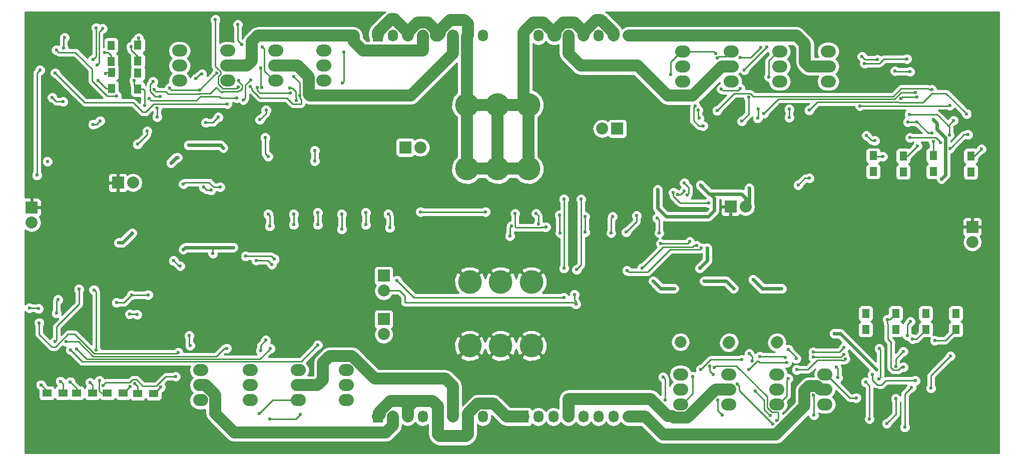
<source format=gbr>
G04 #@! TF.FileFunction,Copper,L2,Bot,Signal*
%FSLAX46Y46*%
G04 Gerber Fmt 4.6, Leading zero omitted, Abs format (unit mm)*
G04 Created by KiCad (PCBNEW 4.0.7) date 10/08/17 10:55:57*
%MOMM*%
%LPD*%
G01*
G04 APERTURE LIST*
%ADD10C,0.100000*%
%ADD11O,2.540000X2.032000*%
%ADD12R,2.032000X2.032000*%
%ADD13O,2.032000X2.032000*%
%ADD14C,4.000000*%
%ADD15R,1.727200X2.032000*%
%ADD16O,1.727200X2.032000*%
%ADD17R,1.300000X1.500000*%
%ADD18R,1.500000X1.300000*%
%ADD19C,0.600000*%
%ADD20C,1.000000*%
%ADD21C,2.000000*%
%ADD22C,0.600000*%
%ADD23C,0.250000*%
%ADD24C,0.254000*%
G04 APERTURE END LIST*
D10*
D11*
X102362000Y-64262000D03*
X102362000Y-66802000D03*
X102362000Y-61722000D03*
X110490000Y-64262000D03*
X110490000Y-66802000D03*
X110490000Y-61722000D03*
X94234000Y-64262000D03*
X94234000Y-66802000D03*
X94234000Y-61722000D03*
X118618000Y-64262000D03*
X118618000Y-66802000D03*
X118618000Y-61722000D03*
D12*
X132461000Y-78105000D03*
D13*
X135001000Y-78105000D03*
D14*
X142836000Y-81700000D03*
X142836000Y-70900000D03*
X148046000Y-81700000D03*
X148046000Y-70900000D03*
X153256000Y-81700000D03*
X153256000Y-70900000D03*
D12*
X128778000Y-107188000D03*
D13*
X128778000Y-109728000D03*
D12*
X128778000Y-99822000D03*
D13*
X128778000Y-102362000D03*
D14*
X143344000Y-111672000D03*
X143344000Y-100872000D03*
X148554000Y-111672000D03*
X148554000Y-100872000D03*
X153764000Y-111672000D03*
X153764000Y-100872000D03*
D15*
X127762000Y-59182000D03*
D16*
X130302000Y-59182000D03*
X132842000Y-59182000D03*
X135382000Y-59182000D03*
X137922000Y-59182000D03*
X140462000Y-59182000D03*
X143002000Y-59182000D03*
X145542000Y-59182000D03*
D15*
X127762000Y-123698000D03*
D16*
X130302000Y-123698000D03*
X132842000Y-123698000D03*
X135382000Y-123698000D03*
X137922000Y-123698000D03*
X140462000Y-123698000D03*
X143002000Y-123698000D03*
X145542000Y-123698000D03*
D15*
X152400000Y-59182000D03*
D16*
X154940000Y-59182000D03*
X157480000Y-59182000D03*
X160020000Y-59182000D03*
X162560000Y-59182000D03*
X165100000Y-59182000D03*
X167640000Y-59182000D03*
X170180000Y-59182000D03*
D15*
X152400000Y-123698000D03*
D16*
X154940000Y-123698000D03*
X157480000Y-123698000D03*
X160020000Y-123698000D03*
X162560000Y-123698000D03*
X165100000Y-123698000D03*
X167640000Y-123698000D03*
X170180000Y-123698000D03*
D12*
X168275000Y-74930000D03*
D13*
X165735000Y-74930000D03*
D11*
X179324000Y-64389000D03*
X179324000Y-66929000D03*
X179324000Y-61849000D03*
X187536666Y-64389000D03*
X187536666Y-66929000D03*
X187536666Y-61849000D03*
X97790000Y-118364000D03*
X97790000Y-115824000D03*
X97790000Y-120904000D03*
X106172000Y-118364000D03*
X106172000Y-115824000D03*
X106172000Y-120904000D03*
X114300000Y-118364000D03*
X114300000Y-115824000D03*
X114300000Y-120904000D03*
X122428000Y-118364000D03*
X122428000Y-115824000D03*
X122428000Y-120904000D03*
X195749332Y-64389000D03*
X195749332Y-66929000D03*
X195749332Y-61849000D03*
X203961998Y-64389000D03*
X203961998Y-66929000D03*
X203961998Y-61849000D03*
X178990855Y-119054938D03*
X178990855Y-116514938D03*
X178990855Y-121594938D03*
X187118854Y-119054938D03*
X187118854Y-116514938D03*
X187118854Y-121594938D03*
X195246853Y-119054938D03*
X195246853Y-116514938D03*
X195246853Y-121594938D03*
X203374852Y-119054938D03*
X203374852Y-116514938D03*
X203374852Y-121594938D03*
D12*
X69215000Y-88265000D03*
D13*
X69215000Y-90805000D03*
D12*
X228346000Y-91567000D03*
D13*
X228346000Y-94107000D03*
D12*
X83820000Y-84074000D03*
D13*
X86360000Y-84074000D03*
D12*
X187452000Y-88138000D03*
D13*
X189992000Y-88138000D03*
D17*
X82677000Y-60816500D03*
X82677000Y-63516500D03*
X87185500Y-60753000D03*
X87185500Y-63453000D03*
X82740500Y-68088500D03*
X82740500Y-65388500D03*
X87185500Y-68215500D03*
X87185500Y-65515500D03*
D18*
X71802000Y-119697500D03*
X74502000Y-119697500D03*
X76818500Y-119697500D03*
X79518500Y-119697500D03*
X82025500Y-119697500D03*
X84725500Y-119697500D03*
X87169000Y-119761000D03*
X89869000Y-119761000D03*
D17*
X211582000Y-82169000D03*
X211582000Y-79469000D03*
X216662000Y-82249000D03*
X216662000Y-79549000D03*
X221742000Y-82169000D03*
X221742000Y-79469000D03*
X228092000Y-82249000D03*
X228092000Y-79549000D03*
X210312000Y-106219000D03*
X210312000Y-108919000D03*
X215392000Y-106219000D03*
X215392000Y-108919000D03*
X220472000Y-106219000D03*
X220472000Y-108919000D03*
X225552000Y-106219000D03*
X225552000Y-108919000D03*
D19*
X86233000Y-92583000D03*
X83947000Y-94234000D03*
X87275008Y-116353080D03*
X84455000Y-64833500D03*
X85552470Y-67350562D03*
X85344000Y-62992000D03*
X80073500Y-69278500D03*
X71619384Y-70129062D03*
X176657000Y-84455000D03*
X207772000Y-112903000D03*
X97418990Y-85558057D03*
X82042000Y-71548000D03*
X133800000Y-85600000D03*
X72200000Y-117700000D03*
X77200000Y-117900000D03*
X81400000Y-116800000D03*
X95000000Y-105550000D03*
X82400000Y-89662000D03*
X91440000Y-91186000D03*
X174100000Y-76550000D03*
X213350000Y-62200000D03*
X218250000Y-62200000D03*
X223350000Y-62200000D03*
X228200000Y-63600000D03*
X227800000Y-70600000D03*
X212800000Y-110000000D03*
X218250000Y-112450000D03*
X222000000Y-112700000D03*
X224600000Y-115000000D03*
X200800000Y-107200000D03*
D20*
X179000000Y-104800000D03*
X187000000Y-104400000D03*
X195200000Y-104400000D03*
X203400000Y-104400000D03*
X203800000Y-79200000D03*
X196000000Y-78800000D03*
X187600000Y-79000000D03*
X179200000Y-78600000D03*
X118800000Y-78000000D03*
X110600001Y-77626154D03*
X103400000Y-77800000D03*
X93800000Y-78200000D03*
X122400000Y-104000000D03*
X114200000Y-104000000D03*
X106200000Y-104000000D03*
X97800000Y-104000000D03*
D19*
X224775551Y-122540551D03*
X76835000Y-64262000D03*
X76581000Y-70104000D03*
X85598000Y-71628000D03*
X222838000Y-118872000D03*
X212217000Y-119126000D03*
X83627651Y-106995660D03*
X89408000Y-107442000D03*
X216281000Y-72517000D03*
X213233000Y-72644000D03*
X194310000Y-93916000D03*
X164465000Y-96600000D03*
X121285000Y-95250000D03*
X76200000Y-85725000D03*
X78232000Y-93218000D03*
X103302491Y-95020370D03*
X101633564Y-78154900D03*
X99895229Y-96047125D03*
X92800000Y-80700000D03*
X93900000Y-79800000D03*
X95758000Y-77724000D03*
X70104000Y-82804000D03*
X70612000Y-65024000D03*
X93218000Y-97282000D03*
X94361000Y-98171000D03*
X94869000Y-95377000D03*
X212090000Y-115697000D03*
X196078010Y-102017467D03*
X187962449Y-101978551D03*
X182374990Y-84477021D03*
X183515000Y-95123000D03*
X182245000Y-98552000D03*
X174371000Y-100711000D03*
X177927000Y-101981000D03*
X183007000Y-100711000D03*
X191262000Y-100457000D03*
X204978000Y-109601000D03*
X183134000Y-89789000D03*
X175133000Y-85217000D03*
X190627000Y-84963000D03*
X221742000Y-73406000D03*
X223139000Y-83439000D03*
X150368000Y-91440000D03*
X150114000Y-93091000D03*
X129540000Y-89408000D03*
X129794000Y-91694000D03*
X125730000Y-89154000D03*
X125730000Y-91186000D03*
X121666000Y-89408000D03*
X121666000Y-91948000D03*
X117602000Y-89154000D03*
X117602000Y-91186000D03*
X113538000Y-89408000D03*
X113538000Y-91186000D03*
X109220000Y-89408000D03*
X109474000Y-91440000D03*
X175006000Y-90043000D03*
X175387000Y-92583000D03*
X171577000Y-89662000D03*
X169799000Y-92456000D03*
X167513000Y-89789000D03*
X167259000Y-92583000D03*
X162814000Y-89789000D03*
X162814000Y-92456000D03*
X158632990Y-92583000D03*
X158496000Y-89535000D03*
X154559000Y-89281000D03*
X154940000Y-91059000D03*
X151003000Y-89281000D03*
X156210000Y-91567000D03*
X131000000Y-100600000D03*
X159257998Y-103504998D03*
X159257998Y-98552000D03*
X159258000Y-86868000D03*
X169926000Y-98933000D03*
X182499000Y-95123000D03*
X110292542Y-97019823D03*
X105409998Y-96520000D03*
X172466000Y-98542010D03*
X107211540Y-97247966D03*
X162179000Y-86868000D03*
X161417000Y-98806000D03*
X161036000Y-102997000D03*
X161290000Y-104648000D03*
X181737000Y-94742000D03*
X109855000Y-97917000D03*
X94900000Y-84300000D03*
X101100000Y-84800000D03*
X90437549Y-72913454D03*
X90421136Y-71393146D03*
X100800000Y-72985002D03*
X98679000Y-73914000D03*
X81606291Y-62049998D03*
X83629500Y-69405500D03*
X73400000Y-61600000D03*
X86035498Y-61050000D03*
X102297440Y-70729010D03*
X73200000Y-65500000D03*
X107823435Y-73405567D03*
X108876332Y-71796345D03*
X109220000Y-79629000D03*
X108712000Y-76454000D03*
X114035525Y-70113990D03*
X112895785Y-68048516D03*
X98298000Y-84836000D03*
X99568000Y-85344000D03*
X117094000Y-80391000D03*
X117094000Y-78613000D03*
X81750000Y-65550000D03*
X81216500Y-57975500D03*
X108204000Y-61087000D03*
X104775000Y-60706000D03*
X104100000Y-57300000D03*
X80300000Y-64100000D03*
X87185500Y-65515500D03*
X80137000Y-57848500D03*
X112980876Y-68843990D03*
X107383023Y-67972399D03*
X104211737Y-67855155D03*
X104211740Y-67855154D03*
X104211736Y-67855156D03*
X100310186Y-56474990D03*
X79600000Y-63200000D03*
X180104624Y-86121053D03*
X179644051Y-84140051D03*
X182118000Y-73152000D03*
X181991000Y-71755000D03*
X74100000Y-117700000D03*
X185175990Y-71863604D03*
X221488000Y-68326000D03*
X96012000Y-111633000D03*
X95885000Y-109982000D03*
X218760672Y-68758928D03*
X193040000Y-72390000D03*
X85902667Y-118616058D03*
X94000000Y-112800000D03*
X70500080Y-107799330D03*
X91059000Y-118681500D03*
X102235000Y-112121002D03*
X75057000Y-110998000D03*
X179638305Y-85471003D03*
X178489877Y-86112564D03*
X192024000Y-73152000D03*
X192151000Y-71628000D03*
X177790010Y-85725000D03*
X183769000Y-87503000D03*
X198882000Y-84455000D03*
X200787000Y-83312000D03*
X190500000Y-69596000D03*
X189357000Y-73660000D03*
X109625010Y-112150990D03*
X76835000Y-112268000D03*
X197358000Y-73025000D03*
X197358000Y-71628000D03*
X117639010Y-111543530D03*
X75800000Y-112400000D03*
X221742000Y-77089000D03*
X227394234Y-72420650D03*
X200745348Y-71785039D03*
X229900002Y-78359000D03*
X224533556Y-70985454D03*
X209349087Y-71043806D03*
X183916949Y-115082949D03*
X184531000Y-116586000D03*
X191097551Y-114262551D03*
X190627000Y-113030000D03*
X195261195Y-124361732D03*
X184667990Y-115380468D03*
X213868000Y-124850990D03*
X215392000Y-120650000D03*
X188604990Y-118171705D03*
X194565373Y-124928962D03*
X218059000Y-118745000D03*
X216916000Y-125476000D03*
X198554188Y-113860711D03*
X197223408Y-112279282D03*
X205359000Y-115316000D03*
X205613000Y-117094000D03*
X210312000Y-117856000D03*
X210947000Y-124079000D03*
X208704117Y-120503793D03*
X74544521Y-70358000D03*
X72705142Y-69665859D03*
X80800000Y-73600000D03*
X79600000Y-74200000D03*
X73660000Y-103886000D03*
X73406000Y-106172000D03*
X77216000Y-102108000D03*
X73152000Y-110998000D03*
X87055594Y-106408642D03*
X85805582Y-106321683D03*
X216281000Y-69850000D03*
X219019498Y-69596000D03*
X217424000Y-73787000D03*
X221534956Y-75678978D03*
X218994251Y-73764566D03*
X224447034Y-75995649D03*
X217678000Y-72517000D03*
X225180990Y-73533000D03*
X222973990Y-77252003D03*
X217805000Y-76454000D03*
X221361000Y-118872000D03*
X224663000Y-113411000D03*
X211455000Y-116586000D03*
X218694000Y-117602000D03*
X98023044Y-65665424D03*
X96984606Y-66435887D03*
X89100490Y-69850000D03*
X108182987Y-67963664D03*
X107959990Y-64632760D03*
X103886000Y-69723000D03*
X114606024Y-69316339D03*
X106172000Y-67818000D03*
X104267000Y-66802000D03*
X89916000Y-68326000D03*
X113568920Y-66111181D03*
X189110963Y-68116137D03*
X184979384Y-62214058D03*
X177292000Y-65786000D03*
X189074990Y-62902424D03*
X192608051Y-61208051D03*
X185900000Y-68200000D03*
X79100000Y-117900000D03*
X108839000Y-110744000D03*
X107950000Y-112522000D03*
X185166000Y-62992000D03*
X189800000Y-65000000D03*
X193600000Y-61100000D03*
X213233000Y-79629000D03*
X219075000Y-77851000D03*
X146000000Y-89000000D03*
X135000000Y-89000000D03*
X180543790Y-94032492D03*
X175641000Y-94361000D03*
X176022000Y-116967000D03*
X176403000Y-120904000D03*
X185293000Y-120904000D03*
X186055000Y-123444000D03*
X210312000Y-108919000D03*
X215392000Y-108919000D03*
X191643000Y-119380000D03*
X194157556Y-123494815D03*
X201422000Y-120015000D03*
X201549000Y-123444000D03*
X218250000Y-110550000D03*
X222000000Y-110800000D03*
X89747495Y-66970505D03*
X91000000Y-69478990D03*
X97621264Y-68349287D03*
X100527307Y-65461683D03*
X92551979Y-68049288D03*
X106268334Y-66649685D03*
X105028098Y-70067991D03*
X121793000Y-67183000D03*
X122047000Y-61976000D03*
X81288151Y-118399989D03*
X93599000Y-116887000D03*
X107769051Y-123130949D03*
X114681000Y-123317000D03*
X109474000Y-124079000D03*
X181500739Y-71122811D03*
X182800000Y-74450000D03*
X193929000Y-66167000D03*
X209700000Y-62700000D03*
X212300000Y-63200000D03*
X210100000Y-63900000D03*
X217300000Y-63100000D03*
X201431990Y-112776000D03*
X196715250Y-113671020D03*
X192414990Y-113465770D03*
X182372000Y-115744000D03*
X189357000Y-114046000D03*
X206629000Y-112014000D03*
X181054315Y-116895254D03*
X201431990Y-113626202D03*
X206585883Y-113176207D03*
X190500000Y-115744000D03*
X196977000Y-114554000D03*
X206883000Y-113919000D03*
X198628000Y-115744000D03*
X197231000Y-117221000D03*
X82569313Y-60312914D03*
X71882000Y-80471000D03*
X87312500Y-59563000D03*
X74803000Y-59499500D03*
X74612500Y-61277500D03*
X80454500Y-66738500D03*
X88328500Y-70993000D03*
X88773000Y-75311000D03*
X86550500Y-66765502D03*
X87122000Y-77544000D03*
X70358000Y-105410000D03*
X68834000Y-105283000D03*
X70802500Y-118300500D03*
X75755500Y-117792500D03*
X80100000Y-112400000D03*
X79749543Y-102206409D03*
X80708500Y-117602000D03*
X88900000Y-103060500D03*
X86649998Y-118046500D03*
X86106000Y-103124000D03*
X83566000Y-104394000D03*
X211836000Y-76962000D03*
X215265000Y-65151000D03*
X210439000Y-76073000D03*
X217805000Y-65278000D03*
X227584000Y-75946000D03*
X224574010Y-78289693D03*
X227959558Y-82116558D03*
X210312000Y-106219000D03*
X212598000Y-112141000D03*
X212526064Y-117292936D03*
X213992000Y-107210000D03*
X216662000Y-115316000D03*
X216662000Y-112649000D03*
X215392000Y-115189000D03*
X220472000Y-106219000D03*
X217349576Y-109932928D03*
X217892002Y-107569000D03*
X225552000Y-106219000D03*
D21*
X178990855Y-111053941D02*
X178990852Y-111053938D01*
X187118854Y-111202936D02*
X187267852Y-111053938D01*
X195246853Y-111128437D02*
X195321352Y-111053938D01*
X143002000Y-123698000D02*
X143002000Y-123167215D01*
X144687225Y-121481990D02*
X147320390Y-121481990D01*
X143002000Y-123167215D02*
X144687225Y-121481990D01*
X147320390Y-121481990D02*
X149536400Y-123698000D01*
X149536400Y-123698000D02*
X152400000Y-123698000D01*
X134000000Y-121000000D02*
X129888717Y-121000000D01*
X128101990Y-122786727D02*
X128101990Y-123358010D01*
X129888717Y-121000000D02*
X128101990Y-122786727D01*
X128101990Y-123358010D02*
X127762000Y-123698000D01*
X137922000Y-123698000D02*
X137922000Y-121922000D01*
X137922000Y-121922000D02*
X137000000Y-121000000D01*
X137000000Y-121000000D02*
X134000000Y-121000000D01*
X134000000Y-121000000D02*
X132842000Y-122158000D01*
X132842000Y-122158000D02*
X132842000Y-123698000D01*
X143002000Y-123698000D02*
X143002000Y-126714000D01*
X137922000Y-126714000D02*
X137922000Y-123698000D01*
X143002000Y-126714000D02*
X142716000Y-127000000D01*
X142716000Y-127000000D02*
X138208000Y-127000000D01*
X138208000Y-127000000D02*
X137922000Y-126714000D01*
X153256000Y-81700000D02*
X148046000Y-81700000D01*
X142836000Y-81700000D02*
X148046000Y-81700000D01*
X153256000Y-81700000D02*
X153256000Y-70900000D01*
X148046000Y-81700000D02*
X148046000Y-70900000D01*
X142836000Y-81700000D02*
X142836000Y-70900000D01*
X148046000Y-70900000D02*
X142836000Y-70900000D01*
X153256000Y-70900000D02*
X148046000Y-70900000D01*
X164696215Y-56515000D02*
X165503785Y-56515000D01*
X167640000Y-58651215D02*
X167640000Y-59182000D01*
X165503785Y-56515000D02*
X167640000Y-58651215D01*
X162560000Y-59182000D02*
X162560000Y-58651215D01*
X162560000Y-58651215D02*
X164696215Y-56515000D01*
X161093009Y-56965990D02*
X162560000Y-58432981D01*
X162560000Y-58432981D02*
X162560000Y-59182000D01*
X157480000Y-59182000D02*
X157819990Y-59182000D01*
X157819990Y-59182000D02*
X157819990Y-58270727D01*
X157819990Y-58270727D02*
X159124727Y-56965990D01*
X159124727Y-56965990D02*
X161093009Y-56965990D01*
X152400000Y-59182000D02*
X152400000Y-58651215D01*
X152400000Y-58651215D02*
X154085225Y-56965990D01*
X154085225Y-56965990D02*
X155794775Y-56965990D01*
X155794775Y-56965990D02*
X157480000Y-58651215D01*
X157480000Y-58651215D02*
X157480000Y-59182000D01*
X153256000Y-70900000D02*
X152400000Y-70044000D01*
X152400000Y-70044000D02*
X152400000Y-59182000D01*
X130578785Y-56388000D02*
X130025215Y-56388000D01*
X130025215Y-56388000D02*
X127762000Y-58651215D01*
X127762000Y-58651215D02*
X127762000Y-59182000D01*
X132842000Y-59182000D02*
X132842000Y-58651215D01*
X132842000Y-58651215D02*
X130578785Y-56388000D01*
X137922000Y-59182000D02*
X137582010Y-59182000D01*
X134527225Y-56965990D02*
X134511225Y-56981990D01*
X137582010Y-59182000D02*
X137582010Y-58270727D01*
X137582010Y-58270727D02*
X136277273Y-56965990D01*
X136277273Y-56965990D02*
X134527225Y-56965990D01*
X134511225Y-56981990D02*
X134470727Y-56981990D01*
X134470727Y-56981990D02*
X132842000Y-58610717D01*
X132842000Y-58610717D02*
X132842000Y-59182000D01*
X142367000Y-56515000D02*
X140017717Y-56515000D01*
X140017717Y-56515000D02*
X138261990Y-58270727D01*
X138261990Y-58270727D02*
X138261990Y-58842010D01*
X138261990Y-58842010D02*
X137922000Y-59182000D01*
X143002000Y-57150000D02*
X142367000Y-56515000D01*
X143002000Y-59182000D02*
X143002000Y-57150000D01*
X142836000Y-70900000D02*
X142836000Y-59348000D01*
X142836000Y-59348000D02*
X143002000Y-59182000D01*
D22*
X83947000Y-94234000D02*
X84582000Y-94234000D01*
X84582000Y-94234000D02*
X86233000Y-92583000D01*
D23*
X71644446Y-70104000D02*
X71619384Y-70129062D01*
X72009000Y-70104000D02*
X71644446Y-70104000D01*
X207772000Y-112903000D02*
X207899000Y-113030000D01*
X207899000Y-113030000D02*
X208153000Y-113030000D01*
X81400000Y-116800000D02*
X81699999Y-117099999D01*
X81699999Y-117099999D02*
X81600000Y-117000000D01*
X228200000Y-63600000D02*
X227800000Y-63600000D01*
X227800000Y-70600000D02*
X227800000Y-70200000D01*
D21*
X187600000Y-79000000D02*
X188200000Y-79000000D01*
X103400000Y-77800000D02*
X103600000Y-77600000D01*
X103600000Y-77600000D02*
X104000000Y-77600000D01*
X114200000Y-104000000D02*
X114699999Y-104499999D01*
X114699999Y-104499999D02*
X114600000Y-104400000D01*
D23*
X89408000Y-106934000D02*
X89154000Y-106680000D01*
X89408000Y-107442000D02*
X89408000Y-106934000D01*
X83627651Y-106995660D02*
X83693000Y-107061009D01*
X83693000Y-107061009D02*
X83693000Y-107315000D01*
X213233000Y-72644000D02*
X216154000Y-72644000D01*
X216154000Y-72644000D02*
X216281000Y-72517000D01*
D22*
X100076000Y-95062573D02*
X100118203Y-95020370D01*
X102878227Y-95020370D02*
X103302491Y-95020370D01*
X100118203Y-95020370D02*
X102878227Y-95020370D01*
X101202664Y-77724000D02*
X101333565Y-77854901D01*
X95758000Y-77724000D02*
X101202664Y-77724000D01*
X101333565Y-77854901D02*
X101633564Y-78154900D01*
D23*
X99895229Y-95622861D02*
X99895229Y-96047125D01*
X99895229Y-95243344D02*
X99895229Y-95622861D01*
X100076000Y-95062573D02*
X99895229Y-95243344D01*
D22*
X93900000Y-79800000D02*
X93700000Y-79800000D01*
X93700000Y-79800000D02*
X92800000Y-80700000D01*
D23*
X70612000Y-65024000D02*
X70104000Y-65532000D01*
X70104000Y-65532000D02*
X70104000Y-82804000D01*
D22*
X95183427Y-95062573D02*
X100076000Y-95062573D01*
D23*
X94361000Y-98171000D02*
X94107000Y-98171000D01*
X94107000Y-98171000D02*
X93218000Y-97282000D01*
D22*
X94869000Y-95377000D02*
X95183427Y-95062573D01*
X211790001Y-115397001D02*
X212090000Y-115697000D01*
X205994000Y-109601000D02*
X211790001Y-115397001D01*
X204978000Y-109601000D02*
X205994000Y-109601000D01*
X195653746Y-102017467D02*
X196078010Y-102017467D01*
X192822467Y-102017467D02*
X195653746Y-102017467D01*
X191262000Y-100457000D02*
X192822467Y-102017467D01*
X184700000Y-86656000D02*
X184023000Y-85979000D01*
X184700000Y-88784004D02*
X184700000Y-86656000D01*
X183134000Y-89789000D02*
X183695004Y-89789000D01*
X183695004Y-89789000D02*
X184700000Y-88784004D01*
X187662450Y-101678552D02*
X187962449Y-101978551D01*
X186694898Y-100711000D02*
X187662450Y-101678552D01*
X183007000Y-100711000D02*
X186694898Y-100711000D01*
X182674989Y-84777020D02*
X182374990Y-84477021D01*
X183876969Y-85979000D02*
X182674989Y-84777020D01*
X184023000Y-85979000D02*
X183876969Y-85979000D01*
X182245000Y-98552000D02*
X183515000Y-97282000D01*
X183515000Y-97282000D02*
X183515000Y-95123000D01*
X177927000Y-101981000D02*
X175641000Y-101981000D01*
X175641000Y-101981000D02*
X174371000Y-100711000D01*
X175133000Y-88392000D02*
X176530000Y-89789000D01*
X176530000Y-89789000D02*
X183134000Y-89789000D01*
X175133000Y-85217000D02*
X175133000Y-88392000D01*
X189269840Y-85979000D02*
X184023000Y-85979000D01*
X189992000Y-88138000D02*
X189992000Y-86701160D01*
X189992000Y-86701160D02*
X189269840Y-85979000D01*
X190627000Y-84963000D02*
X190627000Y-87503000D01*
X190627000Y-87503000D02*
X189992000Y-88138000D01*
X221742000Y-73406000D02*
X222377000Y-74041000D01*
X222377000Y-74041000D02*
X222377000Y-75057000D01*
X222377000Y-75057000D02*
X223774000Y-76454000D01*
X223774000Y-82804000D02*
X223139000Y-83439000D01*
X223774000Y-76454000D02*
X223774000Y-82804000D01*
D23*
X150114000Y-93091000D02*
X150114000Y-91694000D01*
X150114000Y-91694000D02*
X150368000Y-91440000D01*
X129794000Y-91694000D02*
X129794000Y-89662000D01*
X129794000Y-89662000D02*
X129540000Y-89408000D01*
X125730000Y-91186000D02*
X125730000Y-89154000D01*
X121666000Y-91948000D02*
X121666000Y-89408000D01*
X117602000Y-91186000D02*
X117602000Y-89154000D01*
X113538000Y-91186000D02*
X113538000Y-89408000D01*
X109474000Y-91440000D02*
X109474000Y-89662000D01*
X109474000Y-89662000D02*
X109220000Y-89408000D01*
X175387000Y-92583000D02*
X175387000Y-90424000D01*
X175387000Y-90424000D02*
X175006000Y-90043000D01*
X169799000Y-92456000D02*
X171577000Y-90678000D01*
X171577000Y-90678000D02*
X171577000Y-89662000D01*
X167259000Y-92583000D02*
X167259000Y-90043000D01*
X167259000Y-90043000D02*
X167513000Y-89789000D01*
X162814000Y-92456000D02*
X162814000Y-89789000D01*
X158496000Y-89535000D02*
X158496000Y-92446010D01*
X158496000Y-92446010D02*
X158632990Y-92583000D01*
X154940000Y-91059000D02*
X154940000Y-89662000D01*
X154940000Y-89662000D02*
X154559000Y-89281000D01*
X151130000Y-91694000D02*
X151003000Y-91567000D01*
X151003000Y-91567000D02*
X151003000Y-89281000D01*
X155448000Y-91694000D02*
X151130000Y-91694000D01*
X155575000Y-91567000D02*
X155448000Y-91694000D01*
X156210000Y-91567000D02*
X155575000Y-91567000D01*
X131299999Y-100899999D02*
X131000000Y-100600000D01*
X159257998Y-103504998D02*
X133904998Y-103504998D01*
X133904998Y-103504998D02*
X131299999Y-100899999D01*
X182199001Y-95422999D02*
X177246001Y-95422999D01*
X170225999Y-99232999D02*
X169926000Y-98933000D01*
X182499000Y-95123000D02*
X182199001Y-95422999D01*
X177246001Y-95422999D02*
X173436001Y-99232999D01*
X173436001Y-99232999D02*
X170225999Y-99232999D01*
X159258000Y-98551998D02*
X159257998Y-98552000D01*
X159258000Y-86868000D02*
X159258000Y-98551998D01*
X109992543Y-96719824D02*
X110292542Y-97019823D01*
X105409998Y-96520000D02*
X109792719Y-96520000D01*
X109792719Y-96520000D02*
X109992543Y-96719824D01*
X132334000Y-104334000D02*
X160976000Y-104334000D01*
X160976000Y-104334000D02*
X161290000Y-104648000D01*
X132334000Y-103251000D02*
X132334000Y-104334000D01*
X172765999Y-98242011D02*
X172466000Y-98542010D01*
X181081748Y-94972988D02*
X176035022Y-94972988D01*
X181312736Y-94742000D02*
X181081748Y-94972988D01*
X181737000Y-94742000D02*
X181312736Y-94742000D01*
X176035022Y-94972988D02*
X172765999Y-98242011D01*
X107635804Y-97247966D02*
X107211540Y-97247966D01*
X109185966Y-97247966D02*
X107635804Y-97247966D01*
X109855000Y-97917000D02*
X109185966Y-97247966D01*
X161417000Y-98806000D02*
X162179000Y-98044000D01*
X162179000Y-98044000D02*
X162179000Y-86868000D01*
X161036000Y-103124000D02*
X161036000Y-102997000D01*
X161036000Y-103969736D02*
X161036000Y-103124000D01*
X161290000Y-104648000D02*
X161290000Y-104223736D01*
X161290000Y-104223736D02*
X161036000Y-103969736D01*
X132334000Y-103251000D02*
X131445000Y-102362000D01*
X131445000Y-102362000D02*
X128778000Y-102362000D01*
D21*
X102362000Y-64262000D02*
X105632000Y-64262000D01*
X123698000Y-59182000D02*
X123698000Y-60198000D01*
X105632000Y-64262000D02*
X106426000Y-63468000D01*
X106426000Y-63468000D02*
X106426000Y-60198000D01*
X106426000Y-60198000D02*
X107442000Y-59182000D01*
X107442000Y-59182000D02*
X123698000Y-59182000D01*
X123698000Y-60198000D02*
X125222000Y-61722000D01*
X125222000Y-61722000D02*
X135382000Y-61722000D01*
X135382000Y-61722000D02*
X135382000Y-59182000D01*
X135382000Y-59712785D02*
X135382000Y-59182000D01*
X114234004Y-64262000D02*
X116106025Y-66134021D01*
X110490000Y-64262000D02*
X114234004Y-64262000D01*
X116106025Y-69126029D02*
X116279998Y-69300002D01*
X116279998Y-69300002D02*
X133359998Y-69300002D01*
X116106025Y-66134021D02*
X116106025Y-69126029D01*
X133359998Y-69300002D02*
X140462000Y-62198000D01*
X140462000Y-62198000D02*
X140462000Y-59182000D01*
X110490000Y-64262000D02*
X111337911Y-64262000D01*
X103492020Y-126365000D02*
X129134602Y-126365000D01*
X129134602Y-126365000D02*
X130302000Y-125197602D01*
X130302000Y-125197602D02*
X130302000Y-123698000D01*
X100260010Y-123132990D02*
X103492020Y-126365000D01*
X98637911Y-118364000D02*
X100260010Y-119986099D01*
X97790000Y-118364000D02*
X98637911Y-118364000D01*
X100260010Y-119986099D02*
X100260010Y-123132990D01*
X139233089Y-117262089D02*
X140462000Y-118491000D01*
X140462000Y-118491000D02*
X140462000Y-123698000D01*
X127254000Y-117262089D02*
X139233089Y-117262089D01*
X119634000Y-113411000D02*
X123402911Y-113411000D01*
X123402911Y-113411000D02*
X127254000Y-117262089D01*
X118491000Y-114554000D02*
X119634000Y-113411000D01*
X118491000Y-117443000D02*
X118491000Y-114554000D01*
X114300000Y-118364000D02*
X117570000Y-118364000D01*
X117570000Y-118364000D02*
X118491000Y-117443000D01*
X160020000Y-62198000D02*
X160020000Y-59182000D01*
X162084000Y-64262000D02*
X160020000Y-62198000D01*
X176784000Y-69342000D02*
X171704000Y-64262000D01*
X181036002Y-69342000D02*
X176784000Y-69342000D01*
X185989002Y-64389000D02*
X181036002Y-69342000D01*
X187536666Y-64389000D02*
X185989002Y-64389000D01*
X171704000Y-64262000D02*
X162084000Y-64262000D01*
X200056998Y-60610998D02*
X198628000Y-59182000D01*
X198628000Y-59182000D02*
X170180000Y-59182000D01*
X200056998Y-63754000D02*
X200056998Y-60610998D01*
X203961998Y-64389000D02*
X200691998Y-64389000D01*
X200691998Y-64389000D02*
X200056998Y-63754000D01*
X173960998Y-120682000D02*
X160020000Y-120682000D01*
X160020000Y-120682000D02*
X160020000Y-123698000D01*
X177818954Y-123810948D02*
X177576359Y-123568353D01*
X177576359Y-123568353D02*
X176847351Y-123568353D01*
X176847351Y-123568353D02*
X173960998Y-120682000D01*
X180162756Y-123810948D02*
X177818954Y-123810948D01*
X184918766Y-119054938D02*
X180162756Y-123810948D01*
X187118854Y-119054938D02*
X184918766Y-119054938D01*
X176059600Y-126714000D02*
X173043600Y-123698000D01*
X195124577Y-126714000D02*
X176059600Y-126714000D01*
X199921998Y-119294998D02*
X199921998Y-121916579D01*
X200701998Y-118514998D02*
X199921998Y-119294998D01*
X173043600Y-123698000D02*
X170180000Y-123698000D01*
X202142002Y-118514998D02*
X200701998Y-118514998D01*
X202681942Y-119054938D02*
X202142002Y-118514998D01*
X199921998Y-121916579D02*
X195124577Y-126714000D01*
X203374852Y-119054938D02*
X202681942Y-119054938D01*
D23*
X99200000Y-84000000D02*
X95200000Y-84000000D01*
X95200000Y-84000000D02*
X94900000Y-84300000D01*
X100000000Y-84800000D02*
X99200000Y-84000000D01*
X101100000Y-84800000D02*
X100000000Y-84800000D01*
X90421136Y-71393146D02*
X90421136Y-72897041D01*
X90421136Y-72897041D02*
X90437549Y-72913454D01*
X98679000Y-73914000D02*
X99871002Y-73914000D01*
X99871002Y-73914000D02*
X100800000Y-72985002D01*
X82200000Y-62039500D02*
X81616789Y-62039500D01*
X81616789Y-62039500D02*
X81606291Y-62049998D01*
X82677000Y-63516500D02*
X82677000Y-62516500D01*
X82677000Y-62516500D02*
X82200000Y-62039500D01*
X83205236Y-69405500D02*
X83629500Y-69405500D01*
X79449991Y-64849991D02*
X79449991Y-66876991D01*
X73800000Y-62000000D02*
X76600000Y-62000000D01*
X79449991Y-66876991D02*
X81978500Y-69405500D01*
X76600000Y-62000000D02*
X79449991Y-64849991D01*
X81978500Y-69405500D02*
X83205236Y-69405500D01*
X73400000Y-61600000D02*
X73800000Y-62000000D01*
X87185500Y-63453000D02*
X87185500Y-62738002D01*
X87185500Y-62738002D02*
X86035498Y-61588000D01*
X86035498Y-61588000D02*
X86035498Y-61050000D01*
X101873176Y-70729010D02*
X102297440Y-70729010D01*
X88493996Y-72125002D02*
X89889988Y-70729010D01*
X89889988Y-70729010D02*
X101873176Y-70729010D01*
X87999998Y-72125002D02*
X88493996Y-72125002D01*
X78199365Y-70499365D02*
X86374361Y-70499365D01*
X86374361Y-70499365D02*
X87999998Y-72125002D01*
X73200000Y-65500000D02*
X78199365Y-70499365D01*
X107823435Y-73405567D02*
X108876332Y-72352670D01*
X108876332Y-72220609D02*
X108876332Y-71796345D01*
X108876332Y-72352670D02*
X108876332Y-72220609D01*
X108712000Y-76454000D02*
X108712000Y-79121000D01*
X108712000Y-79121000D02*
X109220000Y-79629000D01*
X114035525Y-69689726D02*
X114035525Y-70113990D01*
X113899657Y-69553858D02*
X114035525Y-69689726D01*
X113899657Y-68628124D02*
X113899657Y-69553858D01*
X113320049Y-68048516D02*
X113899657Y-68628124D01*
X112895785Y-68048516D02*
X113320049Y-68048516D01*
X99568000Y-85344000D02*
X98806000Y-85344000D01*
X98806000Y-85344000D02*
X98298000Y-84836000D01*
X117094000Y-78613000D02*
X117094000Y-80391000D01*
X82740500Y-65388500D02*
X81911500Y-65388500D01*
X81911500Y-65388500D02*
X81750000Y-65550000D01*
X80916501Y-58275499D02*
X81216500Y-57975500D01*
X80599999Y-63800001D02*
X80599999Y-58592001D01*
X80300000Y-64100000D02*
X80599999Y-63800001D01*
X80599999Y-58592001D02*
X80916501Y-58275499D01*
X110490000Y-66802000D02*
X110236000Y-66802000D01*
X108585000Y-61468000D02*
X108503999Y-61386999D01*
X110236000Y-66802000D02*
X108585000Y-65151000D01*
X108503999Y-61386999D02*
X108204000Y-61087000D01*
X108585000Y-65151000D02*
X108585000Y-61468000D01*
X104475001Y-60406001D02*
X104775000Y-60706000D01*
X104100000Y-60031000D02*
X104475001Y-60406001D01*
X104100000Y-57300000D02*
X104100000Y-60031000D01*
X80137000Y-62663000D02*
X80137000Y-58272764D01*
X80137000Y-58272764D02*
X80137000Y-57848500D01*
X79600000Y-63200000D02*
X80137000Y-62663000D01*
X101552536Y-68143010D02*
X100757001Y-67347475D01*
X100757001Y-67347475D02*
X100757001Y-66157001D01*
X100310186Y-64360660D02*
X100310186Y-56899254D01*
X100310186Y-56899254D02*
X100310186Y-56474990D01*
X101209017Y-65704985D02*
X101209017Y-65259491D01*
X100757001Y-66157001D02*
X101209017Y-65704985D01*
X103777761Y-68143010D02*
X101552536Y-68143010D01*
X101209017Y-65259491D02*
X100310186Y-64360660D01*
X107383023Y-67972399D02*
X107383023Y-68396663D01*
X112556612Y-68843990D02*
X112980876Y-68843990D01*
X107383023Y-68396663D02*
X107830350Y-68843990D01*
X107830350Y-68843990D02*
X112556612Y-68843990D01*
X103911737Y-68155155D02*
X104211736Y-67855156D01*
X103777761Y-68143010D02*
X103789904Y-68155153D01*
X103789904Y-68155153D02*
X103911741Y-68155153D01*
X103911741Y-68155153D02*
X104211740Y-67855154D01*
X103777761Y-68143010D02*
X103789906Y-68155155D01*
X103789906Y-68155155D02*
X103911737Y-68155155D01*
X180404623Y-85821054D02*
X180104624Y-86121053D01*
X179644051Y-84140051D02*
X180404623Y-84900623D01*
X180404623Y-84900623D02*
X180404623Y-85821054D01*
X181991000Y-73025000D02*
X182118000Y-73152000D01*
X181991000Y-71755000D02*
X181991000Y-73025000D01*
X74502000Y-119697500D02*
X74502000Y-118102000D01*
X74502000Y-118102000D02*
X74100000Y-117700000D01*
X185475989Y-71563605D02*
X185175990Y-71863604D01*
X190800002Y-68970998D02*
X188068596Y-68970998D01*
X191298004Y-69469000D02*
X190800002Y-68970998D01*
X216308659Y-68133926D02*
X214973585Y-69469000D01*
X220871662Y-68133926D02*
X216308659Y-68133926D01*
X214973585Y-69469000D02*
X191298004Y-69469000D01*
X221063736Y-68326000D02*
X220871662Y-68133926D01*
X221488000Y-68326000D02*
X221063736Y-68326000D01*
X188068596Y-68970998D02*
X185475989Y-71563605D01*
X95885000Y-109982000D02*
X95885000Y-111506000D01*
X95885000Y-111506000D02*
X96012000Y-111633000D01*
X218336408Y-68758928D02*
X218760672Y-68758928D01*
X193040000Y-72390000D02*
X195510989Y-69919011D01*
X216320068Y-68758928D02*
X218336408Y-68758928D01*
X215159985Y-69919011D02*
X216320068Y-68758928D01*
X195510989Y-69919011D02*
X215159985Y-69919011D01*
X85902667Y-118620333D02*
X85902667Y-118616058D01*
X84825500Y-119697500D02*
X85902667Y-118620333D01*
X84725500Y-119697500D02*
X84825500Y-119697500D01*
X84725500Y-119697500D02*
X84625500Y-119697500D01*
X80400002Y-113025002D02*
X93774998Y-113025002D01*
X93774998Y-113025002D02*
X94000000Y-112800000D01*
X80400002Y-113025002D02*
X79799998Y-113025002D01*
X72644000Y-111887000D02*
X70500080Y-109743080D01*
X70500080Y-109743080D02*
X70500080Y-108223594D01*
X79799998Y-113025002D02*
X76502996Y-109728000D01*
X76502996Y-109728000D02*
X75401998Y-109728000D01*
X75401998Y-109728000D02*
X73242998Y-111887000D01*
X70500080Y-108223594D02*
X70500080Y-107799330D01*
X73242998Y-111887000D02*
X72644000Y-111887000D01*
X89979500Y-119761000D02*
X91059000Y-118681500D01*
X89869000Y-119761000D02*
X89979500Y-119761000D01*
X75057000Y-110998000D02*
X77136585Y-110998000D01*
X77136585Y-110998000D02*
X79613598Y-113475013D01*
X79613598Y-113475013D02*
X100456725Y-113475013D01*
X100456725Y-113475013D02*
X101810736Y-112121002D01*
X101810736Y-112121002D02*
X102235000Y-112121002D01*
X179338306Y-85771002D02*
X179638305Y-85471003D01*
X178489877Y-86112564D02*
X178996744Y-86112564D01*
X178996744Y-86112564D02*
X179338306Y-85771002D01*
X192151000Y-71628000D02*
X192151000Y-73025000D01*
X192151000Y-73025000D02*
X192024000Y-73152000D01*
X177790010Y-86350010D02*
X177790010Y-86149264D01*
X177790010Y-86149264D02*
X177790010Y-85725000D01*
X177845999Y-86405999D02*
X177790010Y-86350010D01*
X178943000Y-87503000D02*
X177845999Y-86405999D01*
X178435000Y-87122000D02*
X178435000Y-86995000D01*
X178435000Y-86995000D02*
X177845999Y-86405999D01*
X183769000Y-87503000D02*
X178943000Y-87503000D01*
X200787000Y-83312000D02*
X200025000Y-83312000D01*
X200025000Y-83312000D02*
X198882000Y-84455000D01*
X189357000Y-73660000D02*
X190500000Y-72517000D01*
X190500000Y-72517000D02*
X190500000Y-69596000D01*
X109325011Y-112450989D02*
X109625010Y-112150990D01*
X107850976Y-113925024D02*
X109325011Y-112450989D01*
X76835000Y-112268000D02*
X78492024Y-113925024D01*
X78492024Y-113925024D02*
X107850976Y-113925024D01*
X197358000Y-71628000D02*
X197358000Y-73025000D01*
X117339011Y-111843529D02*
X117639010Y-111543530D01*
X114807505Y-114375035D02*
X117339011Y-111843529D01*
X75800000Y-112400000D02*
X77775035Y-114375035D01*
X77775035Y-114375035D02*
X114807505Y-114375035D01*
X221742000Y-79469000D02*
X221742000Y-77089000D01*
X215980998Y-70475002D02*
X220010002Y-70475002D01*
X202161365Y-70369022D02*
X215875018Y-70369022D01*
X227094235Y-72120651D02*
X227394234Y-72420650D01*
X223924586Y-68951002D02*
X227094235Y-72120651D01*
X200745348Y-71785039D02*
X202161365Y-70369022D01*
X220010002Y-70475002D02*
X221534002Y-68951002D01*
X221534002Y-68951002D02*
X223924586Y-68951002D01*
X215875018Y-70369022D02*
X215980998Y-70475002D01*
X228092000Y-79549000D02*
X228710002Y-79549000D01*
X228710002Y-79549000D02*
X229900002Y-78359000D01*
X209349087Y-71043806D02*
X224475204Y-71043806D01*
X224475204Y-71043806D02*
X224533556Y-70985454D01*
X184531000Y-116586000D02*
X183916949Y-115971949D01*
X183916949Y-115971949D02*
X183916949Y-115507213D01*
X183916949Y-115507213D02*
X183916949Y-115082949D01*
X191097551Y-113500551D02*
X191097551Y-113838287D01*
X191097551Y-113838287D02*
X191097551Y-114262551D01*
X190627000Y-113030000D02*
X191097551Y-113500551D01*
X195561194Y-124061733D02*
X195261195Y-124361732D01*
X195561194Y-123058583D02*
X195561194Y-124061733D01*
X193651843Y-122150402D02*
X194437389Y-122935948D01*
X188444058Y-115080469D02*
X193651843Y-120288254D01*
X194437389Y-122935948D02*
X195438559Y-122935948D01*
X184967989Y-115080469D02*
X188444058Y-115080469D01*
X195438559Y-122935948D02*
X195561194Y-123058583D01*
X184667990Y-115380468D02*
X184967989Y-115080469D01*
X193651843Y-120288254D02*
X193651843Y-122150402D01*
X214167999Y-124550991D02*
X213868000Y-124850990D01*
X215392000Y-120650000D02*
X215392000Y-123326990D01*
X215392000Y-123326990D02*
X214167999Y-124550991D01*
X188904989Y-119268578D02*
X188904989Y-118471704D01*
X194565373Y-124928962D02*
X188904989Y-119268578D01*
X188904989Y-118471704D02*
X188604990Y-118171705D01*
X216916000Y-125476000D02*
X216916000Y-119888000D01*
X216916000Y-119888000D02*
X218059000Y-118745000D01*
X197223408Y-112279282D02*
X198554188Y-113610062D01*
X198554188Y-113610062D02*
X198554188Y-113860711D01*
X205613000Y-117094000D02*
X205613000Y-115570000D01*
X205613000Y-115570000D02*
X205359000Y-115316000D01*
X210947000Y-124079000D02*
X210947000Y-118491000D01*
X210947000Y-118491000D02*
X210312000Y-117856000D01*
X203628852Y-116514938D02*
X207617707Y-120503793D01*
X207617707Y-120503793D02*
X208279853Y-120503793D01*
X208279853Y-120503793D02*
X208704117Y-120503793D01*
X203374852Y-116514938D02*
X203628852Y-116514938D01*
X73397283Y-70358000D02*
X74120257Y-70358000D01*
X72705142Y-69665859D02*
X73397283Y-70358000D01*
X74120257Y-70358000D02*
X74544521Y-70358000D01*
X79600000Y-74200000D02*
X80200000Y-74200000D01*
X80200000Y-74200000D02*
X80800000Y-73600000D01*
X73406000Y-106172000D02*
X73406000Y-104140000D01*
X73406000Y-104140000D02*
X73660000Y-103886000D01*
X73451999Y-108412001D02*
X77216000Y-104648000D01*
X77216000Y-104648000D02*
X77216000Y-102108000D01*
X73152000Y-110998000D02*
X73451999Y-110698001D01*
X73451999Y-110698001D02*
X73451999Y-108412001D01*
X85805582Y-106321683D02*
X86968635Y-106321683D01*
X86968635Y-106321683D02*
X87055594Y-106408642D01*
X216535000Y-69596000D02*
X216281000Y-69850000D01*
X219019498Y-69596000D02*
X216535000Y-69596000D01*
X217424000Y-73787000D02*
X218971817Y-73787000D01*
X218971817Y-73787000D02*
X218994251Y-73764566D01*
X221110692Y-75678978D02*
X221534956Y-75678978D01*
X218994251Y-73764566D02*
X220908663Y-75678978D01*
X220908663Y-75678978D02*
X221110692Y-75678978D01*
X224282000Y-74431990D02*
X224447034Y-74597024D01*
X224447034Y-75571385D02*
X224447034Y-75995649D01*
X224447034Y-74597024D02*
X224447034Y-75571385D01*
X217678000Y-72517000D02*
X222367010Y-72517000D01*
X222367010Y-72517000D02*
X222667009Y-72816999D01*
X222667009Y-72816999D02*
X224282000Y-74431990D01*
X224282000Y-74431990D02*
X224880991Y-73832999D01*
X224880991Y-73832999D02*
X225180990Y-73533000D01*
X217805000Y-76454000D02*
X222175987Y-76454000D01*
X222175987Y-76454000D02*
X222673991Y-76952004D01*
X222673991Y-76952004D02*
X222973990Y-77252003D01*
X224663000Y-113411000D02*
X221361000Y-116713000D01*
X221361000Y-116713000D02*
X221361000Y-118872000D01*
X211455000Y-117010264D02*
X211455000Y-116586000D01*
X213723004Y-117602000D02*
X213000002Y-118325002D01*
X211455000Y-117480004D02*
X211455000Y-117010264D01*
X213000002Y-118325002D02*
X212299998Y-118325002D01*
X218694000Y-117602000D02*
X213723004Y-117602000D01*
X212299998Y-118325002D02*
X211455000Y-117480004D01*
X96984606Y-66435887D02*
X97755069Y-65665424D01*
X97755069Y-65665424D02*
X98023044Y-65665424D01*
X97110412Y-70149999D02*
X89400489Y-70149999D01*
X89400489Y-70149999D02*
X89100490Y-69850000D01*
X100972177Y-69478998D02*
X97781413Y-69478998D01*
X101216179Y-69723000D02*
X100972177Y-69478998D01*
X103886000Y-69723000D02*
X101216179Y-69723000D01*
X97781413Y-69478998D02*
X97110412Y-70149999D01*
X107959990Y-64632760D02*
X107959990Y-67572002D01*
X108182987Y-67794999D02*
X108182987Y-67963664D01*
X107959990Y-67572002D02*
X108182987Y-67794999D01*
X104511737Y-68480157D02*
X104836741Y-68155155D01*
X104836741Y-68155155D02*
X104836741Y-67555153D01*
X104836741Y-67555153D02*
X104267000Y-66985412D01*
X101346000Y-68834000D02*
X101586980Y-68593020D01*
X101586980Y-68593020D02*
X103591361Y-68593020D01*
X103591361Y-68593020D02*
X103603504Y-68605163D01*
X103603504Y-68605163D02*
X104098138Y-68605164D01*
X97649712Y-68974288D02*
X99427712Y-68974288D01*
X99427712Y-68974288D02*
X100457000Y-67945000D01*
X100457000Y-67945000D02*
X101346000Y-68834000D01*
X90215999Y-68625999D02*
X91866999Y-68625999D01*
X91866999Y-68625999D02*
X92329000Y-69088000D01*
X89916000Y-68326000D02*
X90215999Y-68625999D01*
X97536000Y-69088000D02*
X97649712Y-68974288D01*
X92329000Y-69088000D02*
X97536000Y-69088000D01*
X104098138Y-68605164D02*
X104223145Y-68480157D01*
X104223145Y-68480157D02*
X104511737Y-68480157D01*
X104267000Y-66985412D02*
X104267000Y-66802000D01*
X114808000Y-70739000D02*
X114808000Y-69942579D01*
X114808000Y-69942579D02*
X114606024Y-69740603D01*
X114606024Y-69740603D02*
X114606024Y-69316339D01*
X113411000Y-70739000D02*
X114808000Y-70739000D01*
X112395000Y-69723000D02*
X113411000Y-70739000D01*
X107823000Y-69723000D02*
X112395000Y-69723000D01*
X114606024Y-68892075D02*
X114606024Y-69316339D01*
X113568920Y-66111181D02*
X114606024Y-67148285D01*
X114606024Y-67148285D02*
X114606024Y-68892075D01*
X106471999Y-68371999D02*
X107823000Y-69723000D01*
X106172000Y-67818000D02*
X106471999Y-68117999D01*
X106471999Y-68117999D02*
X106471999Y-68371999D01*
X188727101Y-68499999D02*
X188810964Y-68416136D01*
X185900000Y-68200000D02*
X186199999Y-68499999D01*
X188810964Y-68416136D02*
X189110963Y-68116137D01*
X186199999Y-68499999D02*
X188727101Y-68499999D01*
X184614326Y-61849000D02*
X184679385Y-61914059D01*
X184679385Y-61914059D02*
X184979384Y-62214058D01*
X179324000Y-61849000D02*
X184614326Y-61849000D01*
X177292000Y-65786000D02*
X177292000Y-63627000D01*
X177292000Y-63627000D02*
X179070000Y-61849000D01*
X179070000Y-61849000D02*
X179324000Y-61849000D01*
X192608051Y-61208051D02*
X190913678Y-62902424D01*
X190913678Y-62902424D02*
X189499254Y-62902424D01*
X189499254Y-62902424D02*
X189074990Y-62902424D01*
X79518500Y-119697500D02*
X79518500Y-118318500D01*
X79518500Y-118318500D02*
X79100000Y-117900000D01*
X107950000Y-112522000D02*
X107950000Y-111633000D01*
X107950000Y-111633000D02*
X108839000Y-110744000D01*
X185166000Y-62992000D02*
X185465999Y-62692001D01*
X185465999Y-62692001D02*
X186693665Y-62692001D01*
X186693665Y-62692001D02*
X187536666Y-61849000D01*
X189800000Y-64900000D02*
X189800000Y-65000000D01*
X193600000Y-61100000D02*
X189800000Y-64900000D01*
X213233000Y-79629000D02*
X211742000Y-79629000D01*
X211742000Y-79629000D02*
X211582000Y-79469000D01*
X219075000Y-77851000D02*
X217377000Y-79549000D01*
X217377000Y-79549000D02*
X216662000Y-79549000D01*
X135000000Y-89000000D02*
X146000000Y-89000000D01*
X180243791Y-94332491D02*
X180543790Y-94032492D01*
X180215282Y-94361000D02*
X180243791Y-94332491D01*
X175641000Y-94361000D02*
X180215282Y-94361000D01*
X176403000Y-120904000D02*
X176403000Y-117348000D01*
X176403000Y-117348000D02*
X176022000Y-116967000D01*
X186055000Y-123444000D02*
X185293000Y-122682000D01*
X185293000Y-122682000D02*
X185293000Y-120904000D01*
X194157556Y-123494815D02*
X193201832Y-122539091D01*
X193201832Y-120938832D02*
X191643000Y-119380000D01*
X193201832Y-122539091D02*
X193201832Y-120938832D01*
X201549000Y-120142000D02*
X201422000Y-120015000D01*
X201549000Y-123444000D02*
X201549000Y-120142000D01*
X218250000Y-110550000D02*
X218941000Y-110550000D01*
X218941000Y-110550000D02*
X220472000Y-109019000D01*
X220472000Y-109019000D02*
X220472000Y-108919000D01*
X222000000Y-110800000D02*
X223771000Y-110800000D01*
X225552000Y-109019000D02*
X225552000Y-108919000D01*
X223771000Y-110800000D02*
X225552000Y-109019000D01*
X89290999Y-67427001D02*
X89447496Y-67270504D01*
X89290999Y-68626001D02*
X89290999Y-67427001D01*
X89447496Y-67270504D02*
X89747495Y-66970505D01*
X90143988Y-69478990D02*
X89290999Y-68626001D01*
X91000000Y-69478990D02*
X90143988Y-69478990D01*
X100227308Y-65761682D02*
X100527307Y-65461683D01*
X100208869Y-65761682D02*
X100227308Y-65761682D01*
X92851978Y-68349287D02*
X97621264Y-68349287D01*
X92551979Y-68049288D02*
X92851978Y-68349287D01*
X97621264Y-68349287D02*
X100208869Y-65761682D01*
X105328097Y-69767992D02*
X105328097Y-67589922D01*
X105328097Y-67589922D02*
X105968335Y-66949684D01*
X105028098Y-70067991D02*
X105328097Y-69767992D01*
X105968335Y-66949684D02*
X106268334Y-66649685D01*
X122047000Y-61976000D02*
X122047000Y-66929000D01*
X122047000Y-66929000D02*
X121793000Y-67183000D01*
X81588150Y-118099990D02*
X81288151Y-118399989D01*
X85841996Y-117929498D02*
X81758642Y-117929498D01*
X81758642Y-117929498D02*
X81588150Y-118099990D01*
X91928496Y-116887000D02*
X90324496Y-118491000D01*
X88019502Y-118491000D02*
X86950000Y-117421498D01*
X86349996Y-117421498D02*
X85841996Y-117929498D01*
X93599000Y-116887000D02*
X91928496Y-116887000D01*
X90324496Y-118491000D02*
X88019502Y-118491000D01*
X86950000Y-117421498D02*
X86349996Y-117421498D01*
X114300000Y-120904000D02*
X109996000Y-120904000D01*
X108069050Y-122830950D02*
X107769051Y-123130949D01*
X109996000Y-120904000D02*
X108069050Y-122830950D01*
X109474000Y-124079000D02*
X113919000Y-124079000D01*
X113919000Y-124079000D02*
X114681000Y-123317000D01*
X181200740Y-71422810D02*
X181500739Y-71122811D01*
X182100000Y-74450000D02*
X181200740Y-73550740D01*
X182800000Y-74450000D02*
X182100000Y-74450000D01*
X181200740Y-73550740D02*
X181200740Y-71422810D01*
X193929000Y-66167000D02*
X193929000Y-63415332D01*
X193929000Y-63415332D02*
X195495332Y-61849000D01*
X195495332Y-61849000D02*
X195749332Y-61849000D01*
X212300000Y-63200000D02*
X210200000Y-63200000D01*
X210200000Y-63200000D02*
X209700000Y-62700000D01*
X213400000Y-63100000D02*
X212600000Y-63900000D01*
X212600000Y-63900000D02*
X210100000Y-63900000D01*
X217300000Y-63100000D02*
X213400000Y-63100000D01*
X201856254Y-112776000D02*
X201431990Y-112776000D01*
X206629000Y-112014000D02*
X205867000Y-112776000D01*
X205867000Y-112776000D02*
X201856254Y-112776000D01*
X192414990Y-113465770D02*
X196510000Y-113465770D01*
X196510000Y-113465770D02*
X196715250Y-113671020D01*
X184070000Y-114046000D02*
X182372000Y-115744000D01*
X189357000Y-114046000D02*
X184070000Y-114046000D01*
X181054315Y-116895254D02*
X181054315Y-119785478D01*
X181054315Y-119785478D02*
X179244855Y-121594938D01*
X179244855Y-121594938D02*
X178990855Y-121594938D01*
X206135888Y-113626202D02*
X201856254Y-113626202D01*
X201856254Y-113626202D02*
X201431990Y-113626202D01*
X206585883Y-113176207D02*
X206135888Y-113626202D01*
X192151000Y-114300000D02*
X191944000Y-114300000D01*
X191944000Y-114300000D02*
X190500000Y-115744000D01*
X192405000Y-114554000D02*
X192151000Y-114300000D01*
X196977000Y-114554000D02*
X192405000Y-114554000D01*
X199528000Y-115744000D02*
X198628000Y-115744000D01*
X202150992Y-114115010D02*
X200522002Y-115744000D01*
X200522002Y-115744000D02*
X199528000Y-115744000D01*
X206283490Y-114115010D02*
X202150992Y-114115010D01*
X206883000Y-113919000D02*
X206583001Y-114218999D01*
X206387479Y-114218999D02*
X206283490Y-114115010D01*
X206583001Y-114218999D02*
X206387479Y-114218999D01*
X197231000Y-117221000D02*
X196931001Y-117520999D01*
X196931001Y-117520999D02*
X196931001Y-120164790D01*
X196931001Y-120164790D02*
X195500853Y-121594938D01*
X195500853Y-121594938D02*
X195246853Y-121594938D01*
X194992853Y-121594938D02*
X195246853Y-121594938D01*
X87312500Y-59563000D02*
X87312500Y-60626000D01*
X87312500Y-60626000D02*
X87185500Y-60753000D01*
X74612500Y-61277500D02*
X74612500Y-59690000D01*
X74612500Y-59690000D02*
X74803000Y-59499500D01*
X82740500Y-68088500D02*
X81804500Y-68088500D01*
X81804500Y-68088500D02*
X80454500Y-66738500D01*
X88328500Y-70993000D02*
X88328500Y-68458500D01*
X88328500Y-68458500D02*
X88085500Y-68215500D01*
X88085500Y-68215500D02*
X87185500Y-68215500D01*
X88773000Y-75943000D02*
X88773000Y-75735264D01*
X87172000Y-77544000D02*
X88773000Y-75943000D01*
X87122000Y-77544000D02*
X87172000Y-77544000D01*
X88773000Y-75735264D02*
X88773000Y-75311000D01*
X86550500Y-66765502D02*
X86550500Y-67580500D01*
X86550500Y-67580500D02*
X87185500Y-68215500D01*
X68834000Y-105283000D02*
X70231000Y-105283000D01*
X70231000Y-105283000D02*
X70358000Y-105410000D01*
X71802000Y-119697500D02*
X71802000Y-119300000D01*
X71802000Y-119300000D02*
X70802500Y-118300500D01*
X76818500Y-119697500D02*
X76818500Y-118855500D01*
X76818500Y-118855500D02*
X75755500Y-117792500D01*
X79749543Y-102206409D02*
X80100000Y-102556866D01*
X80100000Y-102556866D02*
X80100000Y-112400000D01*
X80645000Y-119317000D02*
X80645000Y-117665500D01*
X80645000Y-117665500D02*
X80708500Y-117602000D01*
X82025500Y-119697500D02*
X81025500Y-119697500D01*
X81025500Y-119697500D02*
X80645000Y-119317000D01*
X88900000Y-103060500D02*
X86169500Y-103060500D01*
X86169500Y-103060500D02*
X86106000Y-103124000D01*
X87169000Y-118565502D02*
X86649998Y-118046500D01*
X87169000Y-119761000D02*
X87169000Y-118565502D01*
X83566000Y-104394000D02*
X84836000Y-104394000D01*
X84836000Y-104394000D02*
X86106000Y-103124000D01*
X211411736Y-76962000D02*
X211836000Y-76962000D01*
X210439000Y-76073000D02*
X211328000Y-76962000D01*
X211328000Y-76962000D02*
X211411736Y-76962000D01*
X215392000Y-65278000D02*
X215265000Y-65151000D01*
X217805000Y-65278000D02*
X215392000Y-65278000D01*
X227584000Y-75946000D02*
X226917703Y-75946000D01*
X224874009Y-77989694D02*
X224574010Y-78289693D01*
X226917703Y-75946000D02*
X224874009Y-77989694D01*
X212826063Y-116992937D02*
X212826063Y-112369063D01*
X212826063Y-112369063D02*
X212598000Y-112141000D01*
X212526064Y-117292936D02*
X212826063Y-116992937D01*
X213992000Y-107210000D02*
X214401000Y-107210000D01*
X214401000Y-107210000D02*
X215392000Y-106219000D01*
X213992000Y-107210000D02*
X213992000Y-107877941D01*
X213992000Y-107877941D02*
X214074059Y-107960000D01*
X216662000Y-115316000D02*
X216344500Y-115316000D01*
X216344500Y-115316000D02*
X215840500Y-115820000D01*
X215840500Y-115820000D02*
X214994996Y-115820000D01*
X214994996Y-115820000D02*
X214574998Y-115400002D01*
X214074059Y-110569059D02*
X214074059Y-109183754D01*
X214574998Y-115400002D02*
X214574998Y-111180002D01*
X214574998Y-111180002D02*
X214630000Y-111125000D01*
X214630000Y-111125000D02*
X214074059Y-110569059D01*
X214074059Y-107960000D02*
X214074059Y-109183754D01*
X214074059Y-109183754D02*
X214100305Y-109210000D01*
X216362001Y-112948999D02*
X216662000Y-112649000D01*
X215392000Y-113919000D02*
X216362001Y-112948999D01*
X215392000Y-115189000D02*
X215392000Y-113919000D01*
X217892002Y-107569000D02*
X217349576Y-108111426D01*
X217349576Y-108111426D02*
X217349576Y-109932928D01*
D24*
G36*
X128869095Y-55231880D02*
X128869093Y-55231883D01*
X126605880Y-57495095D01*
X126483328Y-57678507D01*
X126446959Y-57701910D01*
X126301969Y-57914110D01*
X126291561Y-57965507D01*
X126251457Y-58025527D01*
X126126999Y-58651215D01*
X126127000Y-58651220D01*
X126127000Y-59182000D01*
X126250960Y-59805188D01*
X126250960Y-60087000D01*
X125899239Y-60087000D01*
X125333000Y-59520760D01*
X125333000Y-59182000D01*
X125208543Y-58556313D01*
X124854120Y-58025880D01*
X124323687Y-57671457D01*
X123698000Y-57547000D01*
X107442005Y-57547000D01*
X107442000Y-57546999D01*
X106816312Y-57671457D01*
X106285880Y-58025880D01*
X105269880Y-59041880D01*
X104915457Y-59572312D01*
X104882384Y-59738581D01*
X104860000Y-59716197D01*
X104860000Y-57862463D01*
X104892192Y-57830327D01*
X105034838Y-57486799D01*
X105035162Y-57114833D01*
X104893117Y-56771057D01*
X104630327Y-56507808D01*
X104286799Y-56365162D01*
X103914833Y-56364838D01*
X103571057Y-56506883D01*
X103307808Y-56769673D01*
X103165162Y-57113201D01*
X103164838Y-57485167D01*
X103306883Y-57828943D01*
X103340000Y-57862118D01*
X103340000Y-60031000D01*
X103386417Y-60264352D01*
X103285131Y-60196675D01*
X102653321Y-60071000D01*
X102070679Y-60071000D01*
X101438869Y-60196675D01*
X101070186Y-60443021D01*
X101070186Y-57037453D01*
X101102378Y-57005317D01*
X101245024Y-56661789D01*
X101245348Y-56289823D01*
X101103303Y-55946047D01*
X100840513Y-55682798D01*
X100496985Y-55540152D01*
X100125019Y-55539828D01*
X99781243Y-55681873D01*
X99517994Y-55944663D01*
X99375348Y-56288191D01*
X99375024Y-56660157D01*
X99517069Y-57003933D01*
X99550186Y-57037108D01*
X99550186Y-64360660D01*
X99608038Y-64651499D01*
X99771058Y-64895476D01*
X99735115Y-64931356D01*
X99592469Y-65274884D01*
X99592444Y-65303305D01*
X98897066Y-65998683D01*
X98957882Y-65852223D01*
X98958206Y-65480257D01*
X98816161Y-65136481D01*
X98553371Y-64873232D01*
X98209843Y-64730586D01*
X97837877Y-64730262D01*
X97494101Y-64872307D01*
X97278972Y-65087061D01*
X97217668Y-65128023D01*
X96844926Y-65500765D01*
X96799439Y-65500725D01*
X96455663Y-65642770D01*
X96192414Y-65905560D01*
X96060972Y-66222105D01*
X96050646Y-66170190D01*
X95692754Y-65634567D01*
X95539252Y-65532000D01*
X95692754Y-65429433D01*
X96050646Y-64893810D01*
X96176321Y-64262000D01*
X96050646Y-63630190D01*
X95692754Y-63094567D01*
X95539252Y-62992000D01*
X95692754Y-62889433D01*
X96050646Y-62353810D01*
X96176321Y-61722000D01*
X96050646Y-61090190D01*
X95692754Y-60554567D01*
X95157131Y-60196675D01*
X94525321Y-60071000D01*
X93942679Y-60071000D01*
X93310869Y-60196675D01*
X92775246Y-60554567D01*
X92417354Y-61090190D01*
X92291679Y-61722000D01*
X92417354Y-62353810D01*
X92775246Y-62889433D01*
X92928748Y-62992000D01*
X92775246Y-63094567D01*
X92417354Y-63630190D01*
X92291679Y-64262000D01*
X92417354Y-64893810D01*
X92775246Y-65429433D01*
X92928748Y-65532000D01*
X92775246Y-65634567D01*
X92417354Y-66170190D01*
X92291679Y-66802000D01*
X92354756Y-67119108D01*
X92023036Y-67256171D01*
X91759787Y-67518961D01*
X91617141Y-67862489D01*
X91617138Y-67865999D01*
X90737603Y-67865999D01*
X90709117Y-67797057D01*
X90476438Y-67563971D01*
X90539687Y-67500832D01*
X90682333Y-67157304D01*
X90682657Y-66785338D01*
X90540612Y-66441562D01*
X90277822Y-66178313D01*
X89934294Y-66035667D01*
X89562328Y-66035343D01*
X89218552Y-66177388D01*
X88955303Y-66440178D01*
X88812657Y-66783706D01*
X88812616Y-66830582D01*
X88753598Y-66889600D01*
X88588851Y-67136162D01*
X88530999Y-67427001D01*
X88530999Y-67616692D01*
X88482940Y-67584580D01*
X88482940Y-67465500D01*
X88438662Y-67230183D01*
X88299590Y-67014059D01*
X88087390Y-66869069D01*
X88074303Y-66866419D01*
X88286941Y-66729590D01*
X88431931Y-66517390D01*
X88482940Y-66265500D01*
X88482940Y-64765500D01*
X88438662Y-64530183D01*
X88410446Y-64486334D01*
X88431931Y-64454890D01*
X88482940Y-64203000D01*
X88482940Y-62703000D01*
X88438662Y-62467683D01*
X88299590Y-62251559D01*
X88087390Y-62106569D01*
X88074303Y-62103919D01*
X88286941Y-61967090D01*
X88431931Y-61754890D01*
X88482940Y-61503000D01*
X88482940Y-60003000D01*
X88438662Y-59767683D01*
X88299590Y-59551559D01*
X88247542Y-59515996D01*
X88247662Y-59377833D01*
X88105617Y-59034057D01*
X87842827Y-58770808D01*
X87499299Y-58628162D01*
X87127333Y-58627838D01*
X86783557Y-58769883D01*
X86520308Y-59032673D01*
X86377662Y-59376201D01*
X86377654Y-59385261D01*
X86300183Y-59399838D01*
X86084059Y-59538910D01*
X85939069Y-59751110D01*
X85888060Y-60003000D01*
X85888060Y-60114871D01*
X85850331Y-60114838D01*
X85506555Y-60256883D01*
X85243306Y-60519673D01*
X85100660Y-60863201D01*
X85100336Y-61235167D01*
X85242381Y-61578943D01*
X85281489Y-61618120D01*
X85333350Y-61878839D01*
X85498097Y-62125401D01*
X85919658Y-62546962D01*
X85888060Y-62703000D01*
X85888060Y-64203000D01*
X85932338Y-64438317D01*
X85960554Y-64482166D01*
X85939069Y-64513610D01*
X85888060Y-64765500D01*
X85888060Y-66105649D01*
X85758308Y-66235175D01*
X85615662Y-66578703D01*
X85615338Y-66950669D01*
X85757383Y-67294445D01*
X85790500Y-67327620D01*
X85790500Y-67580500D01*
X85848352Y-67871339D01*
X85888060Y-67930766D01*
X85888060Y-68965500D01*
X85932338Y-69200817D01*
X86071410Y-69416941D01*
X86283610Y-69561931D01*
X86535500Y-69612940D01*
X87568500Y-69612940D01*
X87568500Y-70430537D01*
X87536308Y-70462673D01*
X87499974Y-70550176D01*
X86911762Y-69961964D01*
X86665200Y-69797217D01*
X86374361Y-69739365D01*
X84503271Y-69739365D01*
X84564338Y-69592299D01*
X84564662Y-69220333D01*
X84422617Y-68876557D01*
X84159827Y-68613308D01*
X84037940Y-68562696D01*
X84037940Y-67338500D01*
X83993662Y-67103183D01*
X83854590Y-66887059D01*
X83642390Y-66742069D01*
X83629303Y-66739419D01*
X83841941Y-66602590D01*
X83986931Y-66390390D01*
X84037940Y-66138500D01*
X84037940Y-64638500D01*
X83993662Y-64403183D01*
X83957988Y-64347744D01*
X83974440Y-64266500D01*
X83974440Y-62766500D01*
X83930162Y-62531183D01*
X83791090Y-62315059D01*
X83578890Y-62170069D01*
X83565803Y-62167419D01*
X83778441Y-62030590D01*
X83923431Y-61818390D01*
X83974440Y-61566500D01*
X83974440Y-60066500D01*
X83930162Y-59831183D01*
X83791090Y-59615059D01*
X83578890Y-59470069D01*
X83327000Y-59419060D01*
X82854812Y-59419060D01*
X82756112Y-59378076D01*
X82384146Y-59377752D01*
X82284173Y-59419060D01*
X82027000Y-59419060D01*
X81791683Y-59463338D01*
X81575559Y-59602410D01*
X81430569Y-59814610D01*
X81379560Y-60066500D01*
X81379560Y-61132010D01*
X81359999Y-61140092D01*
X81359999Y-58910626D01*
X81401667Y-58910662D01*
X81745443Y-58768617D01*
X82008692Y-58505827D01*
X82151338Y-58162299D01*
X82151662Y-57790333D01*
X82009617Y-57446557D01*
X81746827Y-57183308D01*
X81403299Y-57040662D01*
X81031333Y-57040338D01*
X80762337Y-57151484D01*
X80667327Y-57056308D01*
X80323799Y-56913662D01*
X79951833Y-56913338D01*
X79608057Y-57055383D01*
X79344808Y-57318173D01*
X79202162Y-57661701D01*
X79201838Y-58033667D01*
X79343883Y-58377443D01*
X79377000Y-58410618D01*
X79377000Y-62280470D01*
X79071057Y-62406883D01*
X78807808Y-62669673D01*
X78671864Y-62997062D01*
X77137401Y-61462599D01*
X76890839Y-61297852D01*
X76600000Y-61240000D01*
X75547533Y-61240000D01*
X75547662Y-61092333D01*
X75405617Y-60748557D01*
X75372500Y-60715382D01*
X75372500Y-60252131D01*
X75595192Y-60029827D01*
X75737838Y-59686299D01*
X75738162Y-59314333D01*
X75596117Y-58970557D01*
X75333327Y-58707308D01*
X74989799Y-58564662D01*
X74617833Y-58564338D01*
X74274057Y-58706383D01*
X74010808Y-58969173D01*
X73868162Y-59312701D01*
X73867901Y-59612576D01*
X73852500Y-59690000D01*
X73852500Y-60715037D01*
X73820308Y-60747173D01*
X73815013Y-60759925D01*
X73586799Y-60665162D01*
X73214833Y-60664838D01*
X72871057Y-60806883D01*
X72607808Y-61069673D01*
X72465162Y-61413201D01*
X72464838Y-61785167D01*
X72606883Y-62128943D01*
X72869673Y-62392192D01*
X73213201Y-62534838D01*
X73260077Y-62534879D01*
X73262599Y-62537401D01*
X73509160Y-62702148D01*
X73557414Y-62711746D01*
X73800000Y-62760000D01*
X76285198Y-62760000D01*
X78689991Y-65164793D01*
X78689991Y-66876991D01*
X78747843Y-67167830D01*
X78912590Y-67414392D01*
X81237563Y-69739365D01*
X78514167Y-69739365D01*
X74135122Y-65360320D01*
X74135162Y-65314833D01*
X73993117Y-64971057D01*
X73730327Y-64707808D01*
X73386799Y-64565162D01*
X73014833Y-64564838D01*
X72671057Y-64706883D01*
X72407808Y-64969673D01*
X72265162Y-65313201D01*
X72264838Y-65685167D01*
X72406883Y-66028943D01*
X72669673Y-66292192D01*
X73013201Y-66434838D01*
X73060077Y-66434879D01*
X77661964Y-71036766D01*
X77908526Y-71201513D01*
X78199365Y-71259365D01*
X86059559Y-71259365D01*
X87462597Y-72662403D01*
X87709159Y-72827150D01*
X87999998Y-72885002D01*
X88493996Y-72885002D01*
X88784835Y-72827150D01*
X89031397Y-72662403D01*
X89661136Y-72032664D01*
X89661136Y-72367376D01*
X89645357Y-72383127D01*
X89502711Y-72726655D01*
X89502387Y-73098621D01*
X89644432Y-73442397D01*
X89907222Y-73705646D01*
X90250750Y-73848292D01*
X90622716Y-73848616D01*
X90966492Y-73706571D01*
X91229741Y-73443781D01*
X91372387Y-73100253D01*
X91372711Y-72728287D01*
X91230666Y-72384511D01*
X91181136Y-72334894D01*
X91181136Y-71955609D01*
X91213328Y-71923473D01*
X91355974Y-71579945D01*
X91356053Y-71489010D01*
X101734977Y-71489010D01*
X101767113Y-71521202D01*
X102110641Y-71663848D01*
X102482607Y-71664172D01*
X102826383Y-71522127D01*
X103089632Y-71259337D01*
X103232278Y-70915809D01*
X103232602Y-70543843D01*
X103207462Y-70483000D01*
X103323537Y-70483000D01*
X103355673Y-70515192D01*
X103699201Y-70657838D01*
X104071167Y-70658162D01*
X104232702Y-70591417D01*
X104234981Y-70596934D01*
X104497771Y-70860183D01*
X104841299Y-71002829D01*
X105213265Y-71003153D01*
X105557041Y-70861108D01*
X105820290Y-70598318D01*
X105962936Y-70254790D01*
X105963019Y-70159442D01*
X106030245Y-70058831D01*
X106088097Y-69767992D01*
X106088097Y-69062899D01*
X107285599Y-70260401D01*
X107532161Y-70425148D01*
X107823000Y-70483000D01*
X112080198Y-70483000D01*
X112873599Y-71276401D01*
X113120161Y-71441148D01*
X113411000Y-71499000D01*
X114808000Y-71499000D01*
X115098839Y-71441148D01*
X115345401Y-71276401D01*
X115510148Y-71029839D01*
X115565564Y-70751247D01*
X115654310Y-70810545D01*
X116279998Y-70935003D01*
X116280003Y-70935002D01*
X133359993Y-70935002D01*
X133359998Y-70935003D01*
X133985686Y-70810545D01*
X134516118Y-70456122D01*
X141201000Y-63771239D01*
X141201000Y-68808943D01*
X140603458Y-69405443D01*
X140201458Y-70373567D01*
X140200543Y-71421834D01*
X140600853Y-72390658D01*
X141201000Y-72991854D01*
X141201000Y-79608943D01*
X140603458Y-80205443D01*
X140201458Y-81173567D01*
X140200543Y-82221834D01*
X140600853Y-83190658D01*
X141341443Y-83932542D01*
X142309567Y-84334542D01*
X143357834Y-84335457D01*
X144326658Y-83935147D01*
X144927854Y-83335000D01*
X145954943Y-83335000D01*
X146551443Y-83932542D01*
X147519567Y-84334542D01*
X148567834Y-84335457D01*
X149536658Y-83935147D01*
X150137854Y-83335000D01*
X151164943Y-83335000D01*
X151761443Y-83932542D01*
X152729567Y-84334542D01*
X153777834Y-84335457D01*
X154746658Y-83935147D01*
X155488542Y-83194557D01*
X155890542Y-82226433D01*
X155891457Y-81178166D01*
X155491147Y-80209342D01*
X154891000Y-79608146D01*
X154891000Y-78719000D01*
X210284560Y-78719000D01*
X210284560Y-80219000D01*
X210328838Y-80454317D01*
X210467910Y-80670441D01*
X210680110Y-80815431D01*
X210693197Y-80818081D01*
X210480559Y-80954910D01*
X210335569Y-81167110D01*
X210284560Y-81419000D01*
X210284560Y-82919000D01*
X210328838Y-83154317D01*
X210467910Y-83370441D01*
X210680110Y-83515431D01*
X210932000Y-83566440D01*
X212232000Y-83566440D01*
X212467317Y-83522162D01*
X212683441Y-83383090D01*
X212828431Y-83170890D01*
X212879440Y-82919000D01*
X212879440Y-81419000D01*
X212835162Y-81183683D01*
X212696090Y-80967559D01*
X212483890Y-80822569D01*
X212470803Y-80819919D01*
X212683441Y-80683090D01*
X212827089Y-80472854D01*
X213046201Y-80563838D01*
X213418167Y-80564162D01*
X213761943Y-80422117D01*
X214025192Y-80159327D01*
X214167838Y-79815799D01*
X214168162Y-79443833D01*
X214026117Y-79100057D01*
X213763327Y-78836808D01*
X213419799Y-78694162D01*
X213047833Y-78693838D01*
X212879440Y-78763416D01*
X212879440Y-78719000D01*
X212835162Y-78483683D01*
X212696090Y-78267559D01*
X212483890Y-78122569D01*
X212232000Y-78071560D01*
X210932000Y-78071560D01*
X210696683Y-78115838D01*
X210480559Y-78254910D01*
X210335569Y-78467110D01*
X210284560Y-78719000D01*
X154891000Y-78719000D01*
X154891000Y-74930000D01*
X164051655Y-74930000D01*
X164177330Y-75561810D01*
X164535222Y-76097433D01*
X165070845Y-76455325D01*
X165702655Y-76581000D01*
X165767345Y-76581000D01*
X166399155Y-76455325D01*
X166701962Y-76252996D01*
X166794910Y-76397441D01*
X167007110Y-76542431D01*
X167259000Y-76593440D01*
X169291000Y-76593440D01*
X169526317Y-76549162D01*
X169742441Y-76410090D01*
X169846245Y-76258167D01*
X209503838Y-76258167D01*
X209645883Y-76601943D01*
X209908673Y-76865192D01*
X210252201Y-77007838D01*
X210299077Y-77007879D01*
X210790599Y-77499401D01*
X211037161Y-77664148D01*
X211260043Y-77708482D01*
X211305673Y-77754192D01*
X211649201Y-77896838D01*
X212021167Y-77897162D01*
X212364943Y-77755117D01*
X212628192Y-77492327D01*
X212770838Y-77148799D01*
X212771162Y-76776833D01*
X212629117Y-76433057D01*
X212366327Y-76169808D01*
X212022799Y-76027162D01*
X211650833Y-76026838D01*
X211521202Y-76080400D01*
X211374122Y-75933320D01*
X211374162Y-75887833D01*
X211232117Y-75544057D01*
X210969327Y-75280808D01*
X210625799Y-75138162D01*
X210253833Y-75137838D01*
X209910057Y-75279883D01*
X209646808Y-75542673D01*
X209504162Y-75886201D01*
X209503838Y-76258167D01*
X169846245Y-76258167D01*
X169887431Y-76197890D01*
X169938440Y-75946000D01*
X169938440Y-73914000D01*
X169894162Y-73678683D01*
X169755090Y-73462559D01*
X169542890Y-73317569D01*
X169291000Y-73266560D01*
X167259000Y-73266560D01*
X167023683Y-73310838D01*
X166807559Y-73449910D01*
X166700767Y-73606206D01*
X166399155Y-73404675D01*
X165767345Y-73279000D01*
X165702655Y-73279000D01*
X165070845Y-73404675D01*
X164535222Y-73762567D01*
X164177330Y-74298190D01*
X164051655Y-74930000D01*
X154891000Y-74930000D01*
X154891000Y-72991057D01*
X155488542Y-72394557D01*
X155890542Y-71426433D01*
X155891457Y-70378166D01*
X155491147Y-69409342D01*
X154750557Y-68667458D01*
X154035000Y-68370333D01*
X154035000Y-60529762D01*
X154366511Y-60751271D01*
X154940000Y-60865345D01*
X155513489Y-60751271D01*
X155999670Y-60426415D01*
X156191274Y-60139660D01*
X156323880Y-60338120D01*
X156391541Y-60383330D01*
X156420330Y-60426415D01*
X156906511Y-60751271D01*
X157480000Y-60865345D01*
X157723047Y-60817000D01*
X157819990Y-60817000D01*
X158385000Y-60704612D01*
X158385000Y-62197995D01*
X158384999Y-62198000D01*
X158509457Y-62823688D01*
X158863880Y-63354120D01*
X160927878Y-65418117D01*
X160927880Y-65418120D01*
X161131729Y-65554327D01*
X161458312Y-65772543D01*
X162084000Y-65897001D01*
X162084005Y-65897000D01*
X171026760Y-65897000D01*
X175627880Y-70498120D01*
X176158312Y-70852543D01*
X176784000Y-70977001D01*
X176784005Y-70977000D01*
X180565865Y-70977000D01*
X180565818Y-71031360D01*
X180498592Y-71131971D01*
X180440740Y-71422810D01*
X180440740Y-73550740D01*
X180498592Y-73841579D01*
X180663339Y-74088141D01*
X181562599Y-74987401D01*
X181809161Y-75152148D01*
X182100000Y-75210000D01*
X182237537Y-75210000D01*
X182269673Y-75242192D01*
X182613201Y-75384838D01*
X182985167Y-75385162D01*
X183328943Y-75243117D01*
X183592192Y-74980327D01*
X183734838Y-74636799D01*
X183735162Y-74264833D01*
X183593117Y-73921057D01*
X183330327Y-73657808D01*
X182986799Y-73515162D01*
X182979608Y-73515156D01*
X183052838Y-73338799D01*
X183053162Y-72966833D01*
X182911117Y-72623057D01*
X182751000Y-72462660D01*
X182751000Y-72317463D01*
X182783192Y-72285327D01*
X182925838Y-71941799D01*
X182926162Y-71569833D01*
X182784117Y-71226057D01*
X182521327Y-70962808D01*
X182430760Y-70925201D01*
X182293856Y-70593868D01*
X182195201Y-70495041D01*
X185622035Y-67068206D01*
X185665225Y-67285336D01*
X185371057Y-67406883D01*
X185107808Y-67669673D01*
X184965162Y-68013201D01*
X184964838Y-68385167D01*
X185106883Y-68728943D01*
X185369673Y-68992192D01*
X185713201Y-69134838D01*
X185808549Y-69134921D01*
X185909160Y-69202147D01*
X186199999Y-69259999D01*
X186704793Y-69259999D01*
X185036310Y-70928482D01*
X184990823Y-70928442D01*
X184647047Y-71070487D01*
X184383798Y-71333277D01*
X184241152Y-71676805D01*
X184240828Y-72048771D01*
X184382873Y-72392547D01*
X184645663Y-72655796D01*
X184989191Y-72798442D01*
X185361157Y-72798766D01*
X185704933Y-72656721D01*
X185968182Y-72393931D01*
X186110828Y-72050403D01*
X186110869Y-72003527D01*
X188383398Y-69730998D01*
X189564882Y-69730998D01*
X189564838Y-69781167D01*
X189706883Y-70124943D01*
X189740000Y-70158118D01*
X189740000Y-72202198D01*
X189217320Y-72724878D01*
X189171833Y-72724838D01*
X188828057Y-72866883D01*
X188564808Y-73129673D01*
X188422162Y-73473201D01*
X188421838Y-73845167D01*
X188563883Y-74188943D01*
X188826673Y-74452192D01*
X189170201Y-74594838D01*
X189542167Y-74595162D01*
X189885943Y-74453117D01*
X190149192Y-74190327D01*
X190291838Y-73846799D01*
X190291879Y-73799923D01*
X191037401Y-73054401D01*
X191089152Y-72976950D01*
X191088838Y-73337167D01*
X191230883Y-73680943D01*
X191493673Y-73944192D01*
X191837201Y-74086838D01*
X192209167Y-74087162D01*
X192552943Y-73945117D01*
X192816192Y-73682327D01*
X192958838Y-73338799D01*
X192958850Y-73324930D01*
X193225167Y-73325162D01*
X193568943Y-73183117D01*
X193832192Y-72920327D01*
X193974838Y-72576799D01*
X193974879Y-72529923D01*
X194691635Y-71813167D01*
X196422838Y-71813167D01*
X196564883Y-72156943D01*
X196598000Y-72190118D01*
X196598000Y-72462537D01*
X196565808Y-72494673D01*
X196423162Y-72838201D01*
X196422838Y-73210167D01*
X196564883Y-73553943D01*
X196827673Y-73817192D01*
X197171201Y-73959838D01*
X197543167Y-73960162D01*
X197886943Y-73818117D01*
X198150192Y-73555327D01*
X198292838Y-73211799D01*
X198293162Y-72839833D01*
X198151117Y-72496057D01*
X198118000Y-72462882D01*
X198118000Y-72190463D01*
X198150192Y-72158327D01*
X198292838Y-71814799D01*
X198293162Y-71442833D01*
X198151117Y-71099057D01*
X197888327Y-70835808D01*
X197544799Y-70693162D01*
X197172833Y-70692838D01*
X196829057Y-70834883D01*
X196565808Y-71097673D01*
X196423162Y-71441201D01*
X196422838Y-71813167D01*
X194691635Y-71813167D01*
X195825791Y-70679011D01*
X200776574Y-70679011D01*
X200605668Y-70849917D01*
X200560181Y-70849877D01*
X200216405Y-70991922D01*
X199953156Y-71254712D01*
X199810510Y-71598240D01*
X199810186Y-71970206D01*
X199952231Y-72313982D01*
X200215021Y-72577231D01*
X200558549Y-72719877D01*
X200930515Y-72720201D01*
X201274291Y-72578156D01*
X201537540Y-72315366D01*
X201680186Y-71971838D01*
X201680227Y-71924962D01*
X202476167Y-71129022D01*
X208414012Y-71129022D01*
X208413925Y-71228973D01*
X208555970Y-71572749D01*
X208818760Y-71835998D01*
X209162288Y-71978644D01*
X209534254Y-71978968D01*
X209878030Y-71836923D01*
X209911205Y-71803806D01*
X217068994Y-71803806D01*
X216885808Y-71986673D01*
X216743162Y-72330201D01*
X216742838Y-72702167D01*
X216872625Y-73016276D01*
X216631808Y-73256673D01*
X216489162Y-73600201D01*
X216488838Y-73972167D01*
X216630883Y-74315943D01*
X216893673Y-74579192D01*
X217237201Y-74721838D01*
X217609167Y-74722162D01*
X217952943Y-74580117D01*
X217986118Y-74547000D01*
X218454183Y-74547000D01*
X218463924Y-74556758D01*
X218807452Y-74699404D01*
X218854328Y-74699445D01*
X219848883Y-75694000D01*
X218367463Y-75694000D01*
X218335327Y-75661808D01*
X217991799Y-75519162D01*
X217619833Y-75518838D01*
X217276057Y-75660883D01*
X217012808Y-75923673D01*
X216870162Y-76267201D01*
X216869838Y-76639167D01*
X217011883Y-76982943D01*
X217274673Y-77246192D01*
X217618201Y-77388838D01*
X217990167Y-77389162D01*
X218333943Y-77247117D01*
X218367118Y-77214000D01*
X218389667Y-77214000D01*
X218282808Y-77320673D01*
X218140162Y-77664201D01*
X218140121Y-77711077D01*
X217614232Y-78236966D01*
X217563890Y-78202569D01*
X217312000Y-78151560D01*
X216012000Y-78151560D01*
X215776683Y-78195838D01*
X215560559Y-78334910D01*
X215415569Y-78547110D01*
X215364560Y-78799000D01*
X215364560Y-80299000D01*
X215408838Y-80534317D01*
X215547910Y-80750441D01*
X215760110Y-80895431D01*
X215773197Y-80898081D01*
X215560559Y-81034910D01*
X215415569Y-81247110D01*
X215364560Y-81499000D01*
X215364560Y-82999000D01*
X215408838Y-83234317D01*
X215547910Y-83450441D01*
X215760110Y-83595431D01*
X216012000Y-83646440D01*
X217312000Y-83646440D01*
X217547317Y-83602162D01*
X217763441Y-83463090D01*
X217908431Y-83250890D01*
X217959440Y-82999000D01*
X217959440Y-81499000D01*
X217915162Y-81263683D01*
X217776090Y-81047559D01*
X217563890Y-80902569D01*
X217550803Y-80899919D01*
X217763441Y-80763090D01*
X217908431Y-80550890D01*
X217959440Y-80299000D01*
X217959440Y-80041362D01*
X219214680Y-78786122D01*
X219260167Y-78786162D01*
X219603943Y-78644117D01*
X219867192Y-78381327D01*
X220009838Y-78037799D01*
X220010162Y-77665833D01*
X219868117Y-77322057D01*
X219760248Y-77214000D01*
X220806890Y-77214000D01*
X220806838Y-77274167D01*
X220948883Y-77617943D01*
X220982000Y-77651118D01*
X220982000Y-78092258D01*
X220856683Y-78115838D01*
X220640559Y-78254910D01*
X220495569Y-78467110D01*
X220444560Y-78719000D01*
X220444560Y-80219000D01*
X220488838Y-80454317D01*
X220627910Y-80670441D01*
X220840110Y-80815431D01*
X220853197Y-80818081D01*
X220640559Y-80954910D01*
X220495569Y-81167110D01*
X220444560Y-81419000D01*
X220444560Y-82919000D01*
X220488838Y-83154317D01*
X220627910Y-83370441D01*
X220840110Y-83515431D01*
X221092000Y-83566440D01*
X222203888Y-83566440D01*
X222203838Y-83624167D01*
X222345883Y-83967943D01*
X222608673Y-84231192D01*
X222952201Y-84373838D01*
X223324167Y-84374162D01*
X223667943Y-84232117D01*
X223931192Y-83969327D01*
X223931355Y-83968935D01*
X224435145Y-83465145D01*
X224502168Y-83364838D01*
X224637827Y-83161809D01*
X224709000Y-82804000D01*
X224709000Y-79224811D01*
X224759177Y-79224855D01*
X225102953Y-79082810D01*
X225366202Y-78820020D01*
X225374930Y-78799000D01*
X226794560Y-78799000D01*
X226794560Y-80299000D01*
X226838838Y-80534317D01*
X226977910Y-80750441D01*
X227190110Y-80895431D01*
X227203197Y-80898081D01*
X226990559Y-81034910D01*
X226845569Y-81247110D01*
X226794560Y-81499000D01*
X226794560Y-82999000D01*
X226838838Y-83234317D01*
X226977910Y-83450441D01*
X227190110Y-83595431D01*
X227442000Y-83646440D01*
X228742000Y-83646440D01*
X228977317Y-83602162D01*
X229193441Y-83463090D01*
X229338431Y-83250890D01*
X229389440Y-82999000D01*
X229389440Y-81499000D01*
X229345162Y-81263683D01*
X229206090Y-81047559D01*
X228993890Y-80902569D01*
X228980803Y-80899919D01*
X229193441Y-80763090D01*
X229338431Y-80550890D01*
X229389440Y-80299000D01*
X229389440Y-79944364D01*
X230039682Y-79294122D01*
X230085169Y-79294162D01*
X230428945Y-79152117D01*
X230692194Y-78889327D01*
X230834840Y-78545799D01*
X230835164Y-78173833D01*
X230693119Y-77830057D01*
X230430329Y-77566808D01*
X230086801Y-77424162D01*
X229714835Y-77423838D01*
X229371059Y-77565883D01*
X229107810Y-77828673D01*
X228965164Y-78172201D01*
X228965143Y-78196748D01*
X228742000Y-78151560D01*
X227442000Y-78151560D01*
X227206683Y-78195838D01*
X226990559Y-78334910D01*
X226845569Y-78547110D01*
X226794560Y-78799000D01*
X225374930Y-78799000D01*
X225508848Y-78476492D01*
X225508889Y-78429616D01*
X227157288Y-76781217D01*
X227397201Y-76880838D01*
X227769167Y-76881162D01*
X228112943Y-76739117D01*
X228376192Y-76476327D01*
X228518838Y-76132799D01*
X228519162Y-75760833D01*
X228377117Y-75417057D01*
X228114327Y-75153808D01*
X227770799Y-75011162D01*
X227398833Y-75010838D01*
X227055057Y-75152883D01*
X227021882Y-75186000D01*
X226917703Y-75186000D01*
X226626864Y-75243852D01*
X226380302Y-75408599D01*
X224709000Y-77079901D01*
X224709000Y-76899078D01*
X224975977Y-76788766D01*
X225239226Y-76525976D01*
X225381872Y-76182448D01*
X225382196Y-75810482D01*
X225240151Y-75466706D01*
X225207034Y-75433531D01*
X225207034Y-74597024D01*
X225204501Y-74584291D01*
X225320670Y-74468122D01*
X225366157Y-74468162D01*
X225709933Y-74326117D01*
X225973182Y-74063327D01*
X226115828Y-73719799D01*
X226116152Y-73347833D01*
X225974107Y-73004057D01*
X225711317Y-72740808D01*
X225367789Y-72598162D01*
X224995823Y-72597838D01*
X224652047Y-72739883D01*
X224388798Y-73002673D01*
X224253446Y-73328634D01*
X222904411Y-71979599D01*
X222657849Y-71814852D01*
X222602318Y-71803806D01*
X224066229Y-71803806D01*
X224346757Y-71920292D01*
X224718723Y-71920616D01*
X225062499Y-71778571D01*
X225325748Y-71515781D01*
X225351807Y-71453025D01*
X226459112Y-72560330D01*
X226459072Y-72605817D01*
X226601117Y-72949593D01*
X226863907Y-73212842D01*
X227207435Y-73355488D01*
X227579401Y-73355812D01*
X227923177Y-73213767D01*
X228186426Y-72950977D01*
X228329072Y-72607449D01*
X228329396Y-72235483D01*
X228187351Y-71891707D01*
X227924561Y-71628458D01*
X227581033Y-71485812D01*
X227534157Y-71485771D01*
X224461987Y-68413601D01*
X224215425Y-68248854D01*
X223924586Y-68191002D01*
X222423118Y-68191002D01*
X222423162Y-68140833D01*
X222281117Y-67797057D01*
X222018327Y-67533808D01*
X221674799Y-67391162D01*
X221302833Y-67390838D01*
X221178262Y-67442309D01*
X221162501Y-67431778D01*
X220871662Y-67373926D01*
X216308659Y-67373926D01*
X216017820Y-67431778D01*
X215771258Y-67596525D01*
X214658783Y-68709000D01*
X191612806Y-68709000D01*
X191337403Y-68433597D01*
X191090841Y-68268850D01*
X190800002Y-68210998D01*
X190045881Y-68210998D01*
X190046125Y-67930970D01*
X189904080Y-67587194D01*
X189641290Y-67323945D01*
X189418804Y-67231560D01*
X189478987Y-66929000D01*
X189353312Y-66297190D01*
X188995420Y-65761567D01*
X188841918Y-65659000D01*
X188995420Y-65556433D01*
X189011019Y-65533087D01*
X189269673Y-65792192D01*
X189613201Y-65934838D01*
X189985167Y-65935162D01*
X190328943Y-65793117D01*
X190592192Y-65530327D01*
X190734838Y-65186799D01*
X190734966Y-65039836D01*
X193739680Y-62035122D01*
X193785167Y-62035162D01*
X193839570Y-62012683D01*
X193908800Y-62360730D01*
X193391599Y-62877931D01*
X193226852Y-63124493D01*
X193169000Y-63415332D01*
X193169000Y-65604537D01*
X193136808Y-65636673D01*
X192994162Y-65980201D01*
X192993838Y-66352167D01*
X193135883Y-66695943D01*
X193398673Y-66959192D01*
X193742201Y-67101838D01*
X193841408Y-67101924D01*
X193932686Y-67560810D01*
X194290578Y-68096433D01*
X194826201Y-68454325D01*
X195458011Y-68580000D01*
X196040653Y-68580000D01*
X196672463Y-68454325D01*
X197208086Y-68096433D01*
X197565978Y-67560810D01*
X197691653Y-66929000D01*
X197565978Y-66297190D01*
X197208086Y-65761567D01*
X197054584Y-65659000D01*
X197208086Y-65556433D01*
X197565978Y-65020810D01*
X197691653Y-64389000D01*
X197565978Y-63757190D01*
X197208086Y-63221567D01*
X197054584Y-63119000D01*
X197208086Y-63016433D01*
X197565978Y-62480810D01*
X197691653Y-61849000D01*
X197565978Y-61217190D01*
X197298579Y-60817000D01*
X197950760Y-60817000D01*
X198421998Y-61288237D01*
X198421998Y-63753995D01*
X198421997Y-63754000D01*
X198546455Y-64379688D01*
X198900878Y-64910120D01*
X199535876Y-65545117D01*
X199535878Y-65545120D01*
X199996876Y-65853148D01*
X200066311Y-65899543D01*
X200691998Y-66024001D01*
X200692003Y-66024000D01*
X202327892Y-66024000D01*
X202145352Y-66297190D01*
X202019677Y-66929000D01*
X202145352Y-67560810D01*
X202503244Y-68096433D01*
X203038867Y-68454325D01*
X203670677Y-68580000D01*
X204253319Y-68580000D01*
X204885129Y-68454325D01*
X205420752Y-68096433D01*
X205778644Y-67560810D01*
X205904319Y-66929000D01*
X205778644Y-66297190D01*
X205420752Y-65761567D01*
X205267250Y-65659000D01*
X205420752Y-65556433D01*
X205567929Y-65336167D01*
X214329838Y-65336167D01*
X214471883Y-65679943D01*
X214734673Y-65943192D01*
X215078201Y-66085838D01*
X215450167Y-66086162D01*
X215566728Y-66038000D01*
X217242537Y-66038000D01*
X217274673Y-66070192D01*
X217618201Y-66212838D01*
X217990167Y-66213162D01*
X218333943Y-66071117D01*
X218597192Y-65808327D01*
X218739838Y-65464799D01*
X218740162Y-65092833D01*
X218598117Y-64749057D01*
X218335327Y-64485808D01*
X217991799Y-64343162D01*
X217619833Y-64342838D01*
X217276057Y-64484883D01*
X217242882Y-64518000D01*
X215954241Y-64518000D01*
X215795327Y-64358808D01*
X215451799Y-64216162D01*
X215079833Y-64215838D01*
X214736057Y-64357883D01*
X214472808Y-64620673D01*
X214330162Y-64964201D01*
X214329838Y-65336167D01*
X205567929Y-65336167D01*
X205778644Y-65020810D01*
X205904319Y-64389000D01*
X205778644Y-63757190D01*
X205420752Y-63221567D01*
X205267250Y-63119000D01*
X205420752Y-63016433D01*
X205508461Y-62885167D01*
X208764838Y-62885167D01*
X208906883Y-63228943D01*
X209169673Y-63492192D01*
X209244100Y-63523097D01*
X209165162Y-63713201D01*
X209164838Y-64085167D01*
X209306883Y-64428943D01*
X209569673Y-64692192D01*
X209913201Y-64834838D01*
X210285167Y-64835162D01*
X210628943Y-64693117D01*
X210662118Y-64660000D01*
X212600000Y-64660000D01*
X212890839Y-64602148D01*
X213137401Y-64437401D01*
X213714802Y-63860000D01*
X216737537Y-63860000D01*
X216769673Y-63892192D01*
X217113201Y-64034838D01*
X217485167Y-64035162D01*
X217828943Y-63893117D01*
X218092192Y-63630327D01*
X218234838Y-63286799D01*
X218235162Y-62914833D01*
X218093117Y-62571057D01*
X217830327Y-62307808D01*
X217486799Y-62165162D01*
X217114833Y-62164838D01*
X216771057Y-62306883D01*
X216737882Y-62340000D01*
X213400000Y-62340000D01*
X213109161Y-62397852D01*
X212935933Y-62513599D01*
X212830327Y-62407808D01*
X212486799Y-62265162D01*
X212114833Y-62264838D01*
X211771057Y-62406883D01*
X211737882Y-62440000D01*
X210604242Y-62440000D01*
X210493117Y-62171057D01*
X210230327Y-61907808D01*
X209886799Y-61765162D01*
X209514833Y-61764838D01*
X209171057Y-61906883D01*
X208907808Y-62169673D01*
X208765162Y-62513201D01*
X208764838Y-62885167D01*
X205508461Y-62885167D01*
X205778644Y-62480810D01*
X205904319Y-61849000D01*
X205778644Y-61217190D01*
X205420752Y-60681567D01*
X204885129Y-60323675D01*
X204253319Y-60198000D01*
X203670677Y-60198000D01*
X203038867Y-60323675D01*
X202503244Y-60681567D01*
X202145352Y-61217190D01*
X202019677Y-61849000D01*
X202145352Y-62480810D01*
X202327892Y-62754000D01*
X201691998Y-62754000D01*
X201691998Y-60610998D01*
X201567541Y-59985311D01*
X201213118Y-59454878D01*
X201213115Y-59454876D01*
X199784120Y-58025880D01*
X199253688Y-57671457D01*
X198628000Y-57546999D01*
X198627995Y-57547000D01*
X170423047Y-57547000D01*
X170180000Y-57498655D01*
X169606511Y-57612729D01*
X169120330Y-57937585D01*
X169106056Y-57958948D01*
X168956661Y-57735363D01*
X168796120Y-57495095D01*
X168796117Y-57495093D01*
X166659905Y-55358880D01*
X166312872Y-55127000D01*
X232873000Y-55127000D01*
X232873000Y-129873000D01*
X68127000Y-129873000D01*
X68127000Y-118485667D01*
X69867338Y-118485667D01*
X70009383Y-118829443D01*
X70272173Y-119092692D01*
X70404560Y-119147664D01*
X70404560Y-120347500D01*
X70448838Y-120582817D01*
X70587910Y-120798941D01*
X70800110Y-120943931D01*
X71052000Y-120994940D01*
X72552000Y-120994940D01*
X72787317Y-120950662D01*
X73003441Y-120811590D01*
X73148431Y-120599390D01*
X73151081Y-120586303D01*
X73287910Y-120798941D01*
X73500110Y-120943931D01*
X73752000Y-120994940D01*
X75252000Y-120994940D01*
X75487317Y-120950662D01*
X75661974Y-120838273D01*
X75816610Y-120943931D01*
X76068500Y-120994940D01*
X77568500Y-120994940D01*
X77803817Y-120950662D01*
X78019941Y-120811590D01*
X78164931Y-120599390D01*
X78167581Y-120586303D01*
X78304410Y-120798941D01*
X78516610Y-120943931D01*
X78768500Y-120994940D01*
X80268500Y-120994940D01*
X80503817Y-120950662D01*
X80719941Y-120811590D01*
X80771239Y-120736513D01*
X80811410Y-120798941D01*
X81023610Y-120943931D01*
X81275500Y-120994940D01*
X82775500Y-120994940D01*
X83010817Y-120950662D01*
X83226941Y-120811590D01*
X83371931Y-120599390D01*
X83374581Y-120586303D01*
X83511410Y-120798941D01*
X83723610Y-120943931D01*
X83975500Y-120994940D01*
X85475500Y-120994940D01*
X85710817Y-120950662D01*
X85923580Y-120813753D01*
X85954910Y-120862441D01*
X86167110Y-121007431D01*
X86419000Y-121058440D01*
X87919000Y-121058440D01*
X88154317Y-121014162D01*
X88370441Y-120875090D01*
X88515431Y-120662890D01*
X88518081Y-120649803D01*
X88654910Y-120862441D01*
X88867110Y-121007431D01*
X89119000Y-121058440D01*
X90619000Y-121058440D01*
X90854317Y-121014162D01*
X91070441Y-120875090D01*
X91215431Y-120662890D01*
X91266440Y-120411000D01*
X91266440Y-119607459D01*
X91587943Y-119474617D01*
X91851192Y-119211827D01*
X91993838Y-118868299D01*
X91994162Y-118496333D01*
X91852117Y-118152557D01*
X91794979Y-118095319D01*
X92243298Y-117647000D01*
X93036537Y-117647000D01*
X93068673Y-117679192D01*
X93412201Y-117821838D01*
X93784167Y-117822162D01*
X94127943Y-117680117D01*
X94391192Y-117417327D01*
X94533838Y-117073799D01*
X94534162Y-116701833D01*
X94392117Y-116358057D01*
X94129327Y-116094808D01*
X93785799Y-115952162D01*
X93413833Y-115951838D01*
X93070057Y-116093883D01*
X93036882Y-116127000D01*
X91928496Y-116127000D01*
X91637657Y-116184852D01*
X91391095Y-116349599D01*
X90009694Y-117731000D01*
X88334304Y-117731000D01*
X87487401Y-116884097D01*
X87240839Y-116719350D01*
X86950000Y-116661498D01*
X86349996Y-116661498D01*
X86059157Y-116719350D01*
X85925161Y-116808883D01*
X85812595Y-116884097D01*
X85527194Y-117169498D01*
X81758642Y-117169498D01*
X81557959Y-117209417D01*
X81501617Y-117073057D01*
X81238827Y-116809808D01*
X80895299Y-116667162D01*
X80523333Y-116666838D01*
X80179557Y-116808883D01*
X79916308Y-117071673D01*
X79821699Y-117299515D01*
X79630327Y-117107808D01*
X79286799Y-116965162D01*
X78914833Y-116964838D01*
X78571057Y-117106883D01*
X78307808Y-117369673D01*
X78165162Y-117713201D01*
X78164838Y-118085167D01*
X78306883Y-118428943D01*
X78404751Y-118526982D01*
X78317059Y-118583410D01*
X78172069Y-118795610D01*
X78169419Y-118808697D01*
X78032590Y-118596059D01*
X77820390Y-118451069D01*
X77568500Y-118400060D01*
X77410665Y-118400060D01*
X77355901Y-118318099D01*
X76690622Y-117652820D01*
X76690662Y-117607333D01*
X76548617Y-117263557D01*
X76285827Y-117000308D01*
X75942299Y-116857662D01*
X75570333Y-116857338D01*
X75226557Y-116999383D01*
X74963308Y-117262173D01*
X74946996Y-117301455D01*
X74893117Y-117171057D01*
X74630327Y-116907808D01*
X74286799Y-116765162D01*
X73914833Y-116764838D01*
X73571057Y-116906883D01*
X73307808Y-117169673D01*
X73165162Y-117513201D01*
X73164838Y-117885167D01*
X73306883Y-118228943D01*
X73521077Y-118443511D01*
X73516683Y-118444338D01*
X73300559Y-118583410D01*
X73155569Y-118795610D01*
X73152919Y-118808697D01*
X73016090Y-118596059D01*
X72803890Y-118451069D01*
X72552000Y-118400060D01*
X71976862Y-118400060D01*
X71737622Y-118160820D01*
X71737662Y-118115333D01*
X71595617Y-117771557D01*
X71332827Y-117508308D01*
X70989299Y-117365662D01*
X70617333Y-117365338D01*
X70273557Y-117507383D01*
X70010308Y-117770173D01*
X69867662Y-118113701D01*
X69867338Y-118485667D01*
X68127000Y-118485667D01*
X68127000Y-107984497D01*
X69564918Y-107984497D01*
X69706963Y-108328273D01*
X69740080Y-108361448D01*
X69740080Y-109743080D01*
X69797932Y-110033919D01*
X69962679Y-110280481D01*
X72106599Y-112424401D01*
X72353161Y-112589148D01*
X72644000Y-112647000D01*
X73242998Y-112647000D01*
X73533837Y-112589148D01*
X73780399Y-112424401D01*
X74470689Y-111734111D01*
X74526673Y-111790192D01*
X74870201Y-111932838D01*
X74981539Y-111932935D01*
X74865162Y-112213201D01*
X74864838Y-112585167D01*
X75006883Y-112928943D01*
X75269673Y-113192192D01*
X75613201Y-113334838D01*
X75660077Y-113334879D01*
X77237634Y-114912436D01*
X77484195Y-115077183D01*
X77775035Y-115135035D01*
X96011544Y-115135035D01*
X95973354Y-115192190D01*
X95847679Y-115824000D01*
X95973354Y-116455810D01*
X96331246Y-116991433D01*
X96484748Y-117094000D01*
X96331246Y-117196567D01*
X95973354Y-117732190D01*
X95847679Y-118364000D01*
X95973354Y-118995810D01*
X96331246Y-119531433D01*
X96484748Y-119634000D01*
X96331246Y-119736567D01*
X95973354Y-120272190D01*
X95847679Y-120904000D01*
X95973354Y-121535810D01*
X96331246Y-122071433D01*
X96866869Y-122429325D01*
X97498679Y-122555000D01*
X98081321Y-122555000D01*
X98625010Y-122446853D01*
X98625010Y-123132985D01*
X98625009Y-123132990D01*
X98749467Y-123758678D01*
X99103890Y-124289110D01*
X102335898Y-127521117D01*
X102335900Y-127521120D01*
X102866333Y-127875543D01*
X103492020Y-128000000D01*
X129134597Y-128000000D01*
X129134602Y-128000001D01*
X129760290Y-127875543D01*
X130290722Y-127521120D01*
X131458120Y-126353722D01*
X131812543Y-125823290D01*
X131937001Y-125197602D01*
X131937000Y-125197597D01*
X131937000Y-125045762D01*
X132268511Y-125267271D01*
X132842000Y-125381345D01*
X133415489Y-125267271D01*
X133901670Y-124942415D01*
X133930459Y-124899330D01*
X133998120Y-124854120D01*
X134130726Y-124655660D01*
X134322330Y-124942415D01*
X134808511Y-125267271D01*
X135382000Y-125381345D01*
X135955489Y-125267271D01*
X136287000Y-125045762D01*
X136287000Y-126713995D01*
X136286999Y-126714000D01*
X136411457Y-127339688D01*
X136765880Y-127870120D01*
X137051880Y-128156120D01*
X137582312Y-128510543D01*
X138208000Y-128635001D01*
X138208005Y-128635000D01*
X142715995Y-128635000D01*
X142716000Y-128635001D01*
X143341688Y-128510543D01*
X143872120Y-128156120D01*
X144158120Y-127870120D01*
X144512543Y-127339688D01*
X144637001Y-126714000D01*
X144637000Y-126713995D01*
X144637000Y-125045762D01*
X144968511Y-125267271D01*
X145542000Y-125381345D01*
X146115489Y-125267271D01*
X146601670Y-124942415D01*
X146926526Y-124456234D01*
X147040600Y-123882745D01*
X147040600Y-123514440D01*
X148380278Y-124854117D01*
X148380280Y-124854120D01*
X148910713Y-125208543D01*
X149536400Y-125333000D01*
X151395959Y-125333000D01*
X151536400Y-125361440D01*
X153263600Y-125361440D01*
X153498917Y-125317162D01*
X153715041Y-125178090D01*
X153860031Y-124965890D01*
X153868400Y-124924561D01*
X153880330Y-124942415D01*
X154366511Y-125267271D01*
X154940000Y-125381345D01*
X155513489Y-125267271D01*
X155999670Y-124942415D01*
X156210000Y-124627634D01*
X156420330Y-124942415D01*
X156906511Y-125267271D01*
X157480000Y-125381345D01*
X158053489Y-125267271D01*
X158539670Y-124942415D01*
X158731274Y-124655660D01*
X158863880Y-124854120D01*
X158931541Y-124899330D01*
X158960330Y-124942415D01*
X159446511Y-125267271D01*
X160020000Y-125381345D01*
X160593489Y-125267271D01*
X161079670Y-124942415D01*
X161108459Y-124899330D01*
X161176120Y-124854120D01*
X161308726Y-124655660D01*
X161500330Y-124942415D01*
X161986511Y-125267271D01*
X162560000Y-125381345D01*
X163133489Y-125267271D01*
X163619670Y-124942415D01*
X163830000Y-124627634D01*
X164040330Y-124942415D01*
X164526511Y-125267271D01*
X165100000Y-125381345D01*
X165673489Y-125267271D01*
X166159670Y-124942415D01*
X166370000Y-124627634D01*
X166580330Y-124942415D01*
X167066511Y-125267271D01*
X167640000Y-125381345D01*
X168213489Y-125267271D01*
X168699670Y-124942415D01*
X168891274Y-124655660D01*
X169023880Y-124854120D01*
X169091541Y-124899330D01*
X169120330Y-124942415D01*
X169606511Y-125267271D01*
X170180000Y-125381345D01*
X170423047Y-125333000D01*
X172366360Y-125333000D01*
X174903480Y-127870120D01*
X175433912Y-128224543D01*
X176059600Y-128349001D01*
X176059605Y-128349000D01*
X195124572Y-128349000D01*
X195124577Y-128349001D01*
X195750265Y-128224543D01*
X196280697Y-127870120D01*
X200613918Y-123536898D01*
X200613838Y-123629167D01*
X200755883Y-123972943D01*
X201018673Y-124236192D01*
X201362201Y-124378838D01*
X201734167Y-124379162D01*
X202077943Y-124237117D01*
X202341192Y-123974327D01*
X202483838Y-123630799D01*
X202484162Y-123258833D01*
X202417442Y-123097359D01*
X202451721Y-123120263D01*
X203083531Y-123245938D01*
X203666173Y-123245938D01*
X204297983Y-123120263D01*
X204833606Y-122762371D01*
X205191498Y-122226748D01*
X205317173Y-121594938D01*
X205191498Y-120963128D01*
X204833606Y-120427505D01*
X204680104Y-120324938D01*
X204833606Y-120222371D01*
X205191498Y-119686748D01*
X205280154Y-119241042D01*
X207080306Y-121041194D01*
X207326868Y-121205941D01*
X207617707Y-121263793D01*
X208141654Y-121263793D01*
X208173790Y-121295985D01*
X208517318Y-121438631D01*
X208889284Y-121438955D01*
X209233060Y-121296910D01*
X209496309Y-121034120D01*
X209638955Y-120690592D01*
X209639279Y-120318626D01*
X209497234Y-119974850D01*
X209234444Y-119711601D01*
X208890916Y-119568955D01*
X208518950Y-119568631D01*
X208175174Y-119710676D01*
X208141999Y-119743793D01*
X207932509Y-119743793D01*
X206095162Y-117906446D01*
X206141943Y-117887117D01*
X206405192Y-117624327D01*
X206547838Y-117280799D01*
X206548162Y-116908833D01*
X206406117Y-116565057D01*
X206373000Y-116531882D01*
X206373000Y-115570000D01*
X206338588Y-115397001D01*
X206315148Y-115279160D01*
X206294060Y-115247600D01*
X206294162Y-115130833D01*
X206217451Y-114945178D01*
X206387479Y-114978999D01*
X206583001Y-114978999D01*
X206873840Y-114921147D01*
X206974213Y-114854080D01*
X207068167Y-114854162D01*
X207411943Y-114712117D01*
X207675192Y-114449327D01*
X207817838Y-114105799D01*
X207818162Y-113733833D01*
X207676117Y-113390057D01*
X207520833Y-113234502D01*
X207521045Y-112991040D01*
X207379000Y-112647264D01*
X207348591Y-112616802D01*
X207421192Y-112544327D01*
X207478067Y-112407357D01*
X210894798Y-115824088D01*
X210662808Y-116055673D01*
X210520162Y-116399201D01*
X210519838Y-116771167D01*
X210599008Y-116962772D01*
X210498799Y-116921162D01*
X210126833Y-116920838D01*
X209783057Y-117062883D01*
X209519808Y-117325673D01*
X209377162Y-117669201D01*
X209376838Y-118041167D01*
X209518883Y-118384943D01*
X209781673Y-118648192D01*
X210125201Y-118790838D01*
X210172077Y-118790879D01*
X210187000Y-118805802D01*
X210187000Y-123516537D01*
X210154808Y-123548673D01*
X210012162Y-123892201D01*
X210011838Y-124264167D01*
X210153883Y-124607943D01*
X210416673Y-124871192D01*
X210760201Y-125013838D01*
X211132167Y-125014162D01*
X211475943Y-124872117D01*
X211739192Y-124609327D01*
X211881838Y-124265799D01*
X211882162Y-123893833D01*
X211740117Y-123550057D01*
X211707000Y-123516882D01*
X211707000Y-118806806D01*
X211762597Y-118862403D01*
X212009159Y-119027150D01*
X212299998Y-119085002D01*
X213000002Y-119085002D01*
X213290841Y-119027150D01*
X213537403Y-118862403D01*
X214037806Y-118362000D01*
X217205632Y-118362000D01*
X217124162Y-118558201D01*
X217124121Y-118605077D01*
X216378599Y-119350599D01*
X216213852Y-119597161D01*
X216156000Y-119888000D01*
X216156000Y-120091889D01*
X215922327Y-119857808D01*
X215578799Y-119715162D01*
X215206833Y-119714838D01*
X214863057Y-119856883D01*
X214599808Y-120119673D01*
X214457162Y-120463201D01*
X214456838Y-120835167D01*
X214598883Y-121178943D01*
X214632000Y-121212118D01*
X214632000Y-123012188D01*
X213728320Y-123915868D01*
X213682833Y-123915828D01*
X213339057Y-124057873D01*
X213075808Y-124320663D01*
X212933162Y-124664191D01*
X212932838Y-125036157D01*
X213074883Y-125379933D01*
X213337673Y-125643182D01*
X213681201Y-125785828D01*
X214053167Y-125786152D01*
X214396943Y-125644107D01*
X214660192Y-125381317D01*
X214802838Y-125037789D01*
X214802879Y-124990913D01*
X215929401Y-123864391D01*
X216094148Y-123617829D01*
X216152000Y-123326990D01*
X216152000Y-121212463D01*
X216156000Y-121208470D01*
X216156000Y-124913537D01*
X216123808Y-124945673D01*
X215981162Y-125289201D01*
X215980838Y-125661167D01*
X216122883Y-126004943D01*
X216385673Y-126268192D01*
X216729201Y-126410838D01*
X217101167Y-126411162D01*
X217444943Y-126269117D01*
X217708192Y-126006327D01*
X217850838Y-125662799D01*
X217851162Y-125290833D01*
X217709117Y-124947057D01*
X217676000Y-124913882D01*
X217676000Y-120202802D01*
X218198680Y-119680122D01*
X218244167Y-119680162D01*
X218587943Y-119538117D01*
X218851192Y-119275327D01*
X218941780Y-119057167D01*
X220425838Y-119057167D01*
X220567883Y-119400943D01*
X220830673Y-119664192D01*
X221174201Y-119806838D01*
X221546167Y-119807162D01*
X221889943Y-119665117D01*
X222153192Y-119402327D01*
X222295838Y-119058799D01*
X222296162Y-118686833D01*
X222154117Y-118343057D01*
X222121000Y-118309882D01*
X222121000Y-117027802D01*
X224802680Y-114346122D01*
X224848167Y-114346162D01*
X225191943Y-114204117D01*
X225455192Y-113941327D01*
X225597838Y-113597799D01*
X225598162Y-113225833D01*
X225456117Y-112882057D01*
X225193327Y-112618808D01*
X224849799Y-112476162D01*
X224477833Y-112475838D01*
X224134057Y-112617883D01*
X223870808Y-112880673D01*
X223728162Y-113224201D01*
X223728121Y-113271077D01*
X220823599Y-116175599D01*
X220658852Y-116422161D01*
X220601000Y-116713000D01*
X220601000Y-118309537D01*
X220568808Y-118341673D01*
X220426162Y-118685201D01*
X220425838Y-119057167D01*
X218941780Y-119057167D01*
X218993838Y-118931799D01*
X218994162Y-118559833D01*
X218969391Y-118499882D01*
X219222943Y-118395117D01*
X219486192Y-118132327D01*
X219628838Y-117788799D01*
X219629162Y-117416833D01*
X219487117Y-117073057D01*
X219224327Y-116809808D01*
X218880799Y-116667162D01*
X218508833Y-116666838D01*
X218165057Y-116808883D01*
X218131882Y-116842000D01*
X213723004Y-116842000D01*
X213586063Y-116869239D01*
X213586063Y-112369063D01*
X213533034Y-112102472D01*
X213533162Y-111955833D01*
X213391117Y-111612057D01*
X213128327Y-111348808D01*
X212784799Y-111206162D01*
X212412833Y-111205838D01*
X212069057Y-111347883D01*
X211805808Y-111610673D01*
X211663162Y-111954201D01*
X211662838Y-112326167D01*
X211804883Y-112669943D01*
X212066063Y-112931579D01*
X212066063Y-114350773D01*
X206655145Y-108939855D01*
X206351809Y-108737173D01*
X205994000Y-108666000D01*
X204978816Y-108666000D01*
X204792833Y-108665838D01*
X204449057Y-108807883D01*
X204185808Y-109070673D01*
X204043162Y-109414201D01*
X204042838Y-109786167D01*
X204184883Y-110129943D01*
X204447673Y-110393192D01*
X204791201Y-110535838D01*
X205163167Y-110536162D01*
X205163559Y-110536000D01*
X205606710Y-110536000D01*
X206235591Y-111164881D01*
X206100057Y-111220883D01*
X205836808Y-111483673D01*
X205694162Y-111827201D01*
X205694121Y-111874077D01*
X205552198Y-112016000D01*
X201994453Y-112016000D01*
X201962317Y-111983808D01*
X201618789Y-111841162D01*
X201246823Y-111840838D01*
X200903047Y-111982883D01*
X200639798Y-112245673D01*
X200497152Y-112589201D01*
X200496828Y-112961167D01*
X200596035Y-113201267D01*
X200497152Y-113439403D01*
X200496828Y-113811369D01*
X200638873Y-114155145D01*
X200837291Y-114353909D01*
X200207200Y-114984000D01*
X199190463Y-114984000D01*
X199158327Y-114951808D01*
X198814799Y-114809162D01*
X198442833Y-114808838D01*
X198099057Y-114950883D01*
X197835808Y-115213673D01*
X197693162Y-115557201D01*
X197692838Y-115929167D01*
X197834883Y-116272943D01*
X198097673Y-116536192D01*
X198441201Y-116678838D01*
X198813167Y-116679162D01*
X199156943Y-116537117D01*
X199190118Y-116504000D01*
X200522002Y-116504000D01*
X200812841Y-116446148D01*
X201059403Y-116281401D01*
X201760640Y-115580164D01*
X201558206Y-115883128D01*
X201432531Y-116514938D01*
X201505146Y-116879998D01*
X200702003Y-116879998D01*
X200701998Y-116879997D01*
X200097159Y-117000308D01*
X200076311Y-117004455D01*
X199545878Y-117358878D01*
X199545876Y-117358881D01*
X198765878Y-118138878D01*
X198411455Y-118669310D01*
X198286997Y-119294998D01*
X198286998Y-119295003D01*
X198286998Y-121239340D01*
X196321194Y-123205143D01*
X196321194Y-123058583D01*
X196314284Y-123023845D01*
X196705607Y-122762371D01*
X197063499Y-122226748D01*
X197189174Y-121594938D01*
X197087385Y-121083208D01*
X197468402Y-120702191D01*
X197633149Y-120455629D01*
X197691001Y-120164790D01*
X197691001Y-118042603D01*
X197759943Y-118014117D01*
X198023192Y-117751327D01*
X198165838Y-117407799D01*
X198166162Y-117035833D01*
X198024117Y-116692057D01*
X197761327Y-116428808D01*
X197417799Y-116286162D01*
X197143620Y-116285923D01*
X197063499Y-115883128D01*
X196800048Y-115488847D01*
X197162167Y-115489162D01*
X197505943Y-115347117D01*
X197769192Y-115084327D01*
X197911838Y-114740799D01*
X197912012Y-114540859D01*
X198023861Y-114652903D01*
X198367389Y-114795549D01*
X198739355Y-114795873D01*
X199083131Y-114653828D01*
X199346380Y-114391038D01*
X199489026Y-114047510D01*
X199489350Y-113675544D01*
X199347305Y-113331768D01*
X199097539Y-113081566D01*
X199091589Y-113072661D01*
X198158530Y-112139602D01*
X198158570Y-112094115D01*
X198016525Y-111750339D01*
X197753735Y-111487090D01*
X197410207Y-111344444D01*
X197038241Y-111344120D01*
X196886129Y-111406971D01*
X196956352Y-111053938D01*
X196831894Y-110428251D01*
X196477471Y-109897819D01*
X195947039Y-109543396D01*
X195321352Y-109418938D01*
X194695664Y-109543396D01*
X194165232Y-109897819D01*
X194090733Y-109972317D01*
X193736310Y-110502749D01*
X193611852Y-111128437D01*
X193736310Y-111754125D01*
X194090733Y-112284557D01*
X194621165Y-112638980D01*
X194956939Y-112705770D01*
X192977453Y-112705770D01*
X192945317Y-112673578D01*
X192601789Y-112530932D01*
X192229823Y-112530608D01*
X191886047Y-112672653D01*
X191622798Y-112935443D01*
X191618235Y-112946433D01*
X191562122Y-112890320D01*
X191562162Y-112844833D01*
X191420117Y-112501057D01*
X191157327Y-112237808D01*
X190813799Y-112095162D01*
X190441833Y-112094838D01*
X190098057Y-112236883D01*
X189834808Y-112499673D01*
X189692162Y-112843201D01*
X189691875Y-113172649D01*
X189543799Y-113111162D01*
X189171833Y-113110838D01*
X188828057Y-113252883D01*
X188794882Y-113286000D01*
X184070000Y-113286000D01*
X183779161Y-113343852D01*
X183532599Y-113508599D01*
X182232320Y-114808878D01*
X182186833Y-114808838D01*
X181843057Y-114950883D01*
X181579808Y-115213673D01*
X181437162Y-115557201D01*
X181436838Y-115929167D01*
X181492960Y-116064992D01*
X181241114Y-115960416D01*
X180869148Y-115960092D01*
X180826329Y-115977784D01*
X180807501Y-115883128D01*
X180449609Y-115347505D01*
X179913986Y-114989613D01*
X179282176Y-114863938D01*
X178699534Y-114863938D01*
X178067724Y-114989613D01*
X177532101Y-115347505D01*
X177174209Y-115883128D01*
X177048534Y-116514938D01*
X177174209Y-117146748D01*
X177532101Y-117682371D01*
X177685603Y-117784938D01*
X177532101Y-117887505D01*
X177174209Y-118423128D01*
X177163000Y-118479479D01*
X177163000Y-117348000D01*
X177135128Y-117207880D01*
X177105148Y-117057160D01*
X176957115Y-116835613D01*
X176957162Y-116781833D01*
X176815117Y-116438057D01*
X176552327Y-116174808D01*
X176208799Y-116032162D01*
X175836833Y-116031838D01*
X175493057Y-116173883D01*
X175229808Y-116436673D01*
X175087162Y-116780201D01*
X175086838Y-117152167D01*
X175228883Y-117495943D01*
X175491673Y-117759192D01*
X175643000Y-117822029D01*
X175643000Y-120051762D01*
X175117118Y-119525880D01*
X174586686Y-119171457D01*
X173960998Y-119046999D01*
X173960993Y-119047000D01*
X160020000Y-119047000D01*
X159394313Y-119171457D01*
X158863880Y-119525880D01*
X158509457Y-120056313D01*
X158385000Y-120682000D01*
X158385000Y-122350238D01*
X158053489Y-122128729D01*
X157480000Y-122014655D01*
X156906511Y-122128729D01*
X156420330Y-122453585D01*
X156210000Y-122768366D01*
X155999670Y-122453585D01*
X155513489Y-122128729D01*
X154940000Y-122014655D01*
X154366511Y-122128729D01*
X153880330Y-122453585D01*
X153870757Y-122467913D01*
X153866762Y-122446683D01*
X153727690Y-122230559D01*
X153515490Y-122085569D01*
X153263600Y-122034560D01*
X151536400Y-122034560D01*
X151385255Y-122063000D01*
X150213639Y-122063000D01*
X148476510Y-120325870D01*
X147946078Y-119971447D01*
X147320390Y-119846989D01*
X147320385Y-119846990D01*
X144687230Y-119846990D01*
X144687225Y-119846989D01*
X144061537Y-119971447D01*
X143531105Y-120325870D01*
X142097000Y-121759975D01*
X142097000Y-118491005D01*
X142097001Y-118491000D01*
X141972543Y-117865313D01*
X141944231Y-117822941D01*
X141618120Y-117334880D01*
X141618117Y-117334878D01*
X140389209Y-116105969D01*
X139858777Y-115751546D01*
X139233089Y-115627088D01*
X139233084Y-115627089D01*
X127931239Y-115627089D01*
X125851173Y-113547022D01*
X141648584Y-113547022D01*
X141869353Y-113917743D01*
X142841012Y-114311119D01*
X143889247Y-114302713D01*
X144818647Y-113917743D01*
X145039416Y-113547022D01*
X146858584Y-113547022D01*
X147079353Y-113917743D01*
X148051012Y-114311119D01*
X149099247Y-114302713D01*
X150028647Y-113917743D01*
X150249416Y-113547022D01*
X152068584Y-113547022D01*
X152289353Y-113917743D01*
X153261012Y-114311119D01*
X154309247Y-114302713D01*
X155238647Y-113917743D01*
X155459416Y-113547022D01*
X153764000Y-111851605D01*
X152068584Y-113547022D01*
X150249416Y-113547022D01*
X148554000Y-111851605D01*
X146858584Y-113547022D01*
X145039416Y-113547022D01*
X143344000Y-111851605D01*
X141648584Y-113547022D01*
X125851173Y-113547022D01*
X124559031Y-112254880D01*
X124028599Y-111900457D01*
X123402911Y-111775999D01*
X123402906Y-111776000D01*
X119634005Y-111776000D01*
X119634000Y-111775999D01*
X119008312Y-111900457D01*
X118477880Y-112254880D01*
X117334880Y-113397880D01*
X116980457Y-113928312D01*
X116855999Y-114554000D01*
X116856000Y-114554005D01*
X116856000Y-116729000D01*
X115934106Y-116729000D01*
X116116646Y-116455810D01*
X116242321Y-115824000D01*
X116116646Y-115192190D01*
X115758754Y-114656567D01*
X115664053Y-114593289D01*
X117778690Y-112478652D01*
X117824177Y-112478692D01*
X118167953Y-112336647D01*
X118431202Y-112073857D01*
X118573848Y-111730329D01*
X118574172Y-111358363D01*
X118432127Y-111014587D01*
X118169337Y-110751338D01*
X117825809Y-110608692D01*
X117453843Y-110608368D01*
X117110067Y-110750413D01*
X116846818Y-111013203D01*
X116704172Y-111356731D01*
X116704131Y-111403607D01*
X114492703Y-113615035D01*
X109235767Y-113615035D01*
X109764690Y-113086112D01*
X109810177Y-113086152D01*
X110153953Y-112944107D01*
X110417202Y-112681317D01*
X110559848Y-112337789D01*
X110560172Y-111965823D01*
X110418127Y-111622047D01*
X110155337Y-111358798D01*
X109811809Y-111216152D01*
X109655405Y-111216016D01*
X109773838Y-110930799D01*
X109774162Y-110558833D01*
X109632117Y-110215057D01*
X109369327Y-109951808D01*
X109025799Y-109809162D01*
X108653833Y-109808838D01*
X108310057Y-109950883D01*
X108046808Y-110213673D01*
X107904162Y-110557201D01*
X107904121Y-110604077D01*
X107412599Y-111095599D01*
X107247852Y-111342161D01*
X107190000Y-111633000D01*
X107190000Y-111959537D01*
X107157808Y-111991673D01*
X107015162Y-112335201D01*
X107014838Y-112707167D01*
X107156883Y-113050943D01*
X107270765Y-113165024D01*
X101841516Y-113165024D01*
X101979307Y-113027233D01*
X102048201Y-113055840D01*
X102420167Y-113056164D01*
X102763943Y-112914119D01*
X103027192Y-112651329D01*
X103169838Y-112307801D01*
X103170162Y-111935835D01*
X103028117Y-111592059D01*
X102765327Y-111328810D01*
X102421799Y-111186164D01*
X102049833Y-111185840D01*
X101706057Y-111327885D01*
X101638578Y-111395247D01*
X101519897Y-111418854D01*
X101273335Y-111583601D01*
X100141923Y-112715013D01*
X94935075Y-112715013D01*
X94935162Y-112614833D01*
X94793117Y-112271057D01*
X94530327Y-112007808D01*
X94186799Y-111865162D01*
X93814833Y-111864838D01*
X93471057Y-112006883D01*
X93212487Y-112265002D01*
X81035118Y-112265002D01*
X81035162Y-112214833D01*
X80893117Y-111871057D01*
X80860000Y-111837882D01*
X80860000Y-110167167D01*
X94949838Y-110167167D01*
X95091883Y-110510943D01*
X95125000Y-110544118D01*
X95125000Y-111330995D01*
X95077162Y-111446201D01*
X95076838Y-111818167D01*
X95218883Y-112161943D01*
X95481673Y-112425192D01*
X95825201Y-112567838D01*
X96197167Y-112568162D01*
X96540943Y-112426117D01*
X96804192Y-112163327D01*
X96946838Y-111819799D01*
X96947162Y-111447833D01*
X96805117Y-111104057D01*
X96645000Y-110943660D01*
X96645000Y-110544463D01*
X96677192Y-110512327D01*
X96819838Y-110168799D01*
X96820162Y-109796833D01*
X96678117Y-109453057D01*
X96415327Y-109189808D01*
X96071799Y-109047162D01*
X95699833Y-109046838D01*
X95356057Y-109188883D01*
X95092808Y-109451673D01*
X94950162Y-109795201D01*
X94949838Y-110167167D01*
X80860000Y-110167167D01*
X80860000Y-106506850D01*
X84870420Y-106506850D01*
X85012465Y-106850626D01*
X85275255Y-107113875D01*
X85618783Y-107256521D01*
X85990749Y-107256845D01*
X86334525Y-107114800D01*
X86367700Y-107081683D01*
X86406324Y-107081683D01*
X86525267Y-107200834D01*
X86868795Y-107343480D01*
X87240761Y-107343804D01*
X87584537Y-107201759D01*
X87847786Y-106938969D01*
X87990432Y-106595441D01*
X87990756Y-106223475D01*
X87969488Y-106172000D01*
X127114560Y-106172000D01*
X127114560Y-108204000D01*
X127158838Y-108439317D01*
X127297910Y-108655441D01*
X127454206Y-108762233D01*
X127252675Y-109063845D01*
X127127000Y-109695655D01*
X127127000Y-109760345D01*
X127252675Y-110392155D01*
X127610567Y-110927778D01*
X128146190Y-111285670D01*
X128778000Y-111411345D01*
X129409810Y-111285670D01*
X129584400Y-111169012D01*
X140704881Y-111169012D01*
X140713287Y-112217247D01*
X141098257Y-113146647D01*
X141468978Y-113367416D01*
X143164395Y-111672000D01*
X143523605Y-111672000D01*
X145219022Y-113367416D01*
X145589743Y-113146647D01*
X145944893Y-112269408D01*
X146308257Y-113146647D01*
X146678978Y-113367416D01*
X148374395Y-111672000D01*
X148733605Y-111672000D01*
X150429022Y-113367416D01*
X150799743Y-113146647D01*
X151154893Y-112269408D01*
X151518257Y-113146647D01*
X151888978Y-113367416D01*
X153584395Y-111672000D01*
X153943605Y-111672000D01*
X155639022Y-113367416D01*
X156009743Y-113146647D01*
X156403119Y-112174988D01*
X156394713Y-111126753D01*
X156364553Y-111053938D01*
X177355851Y-111053938D01*
X177480309Y-111679626D01*
X177834732Y-112210058D01*
X177834735Y-112210060D01*
X178365167Y-112564484D01*
X178990855Y-112688941D01*
X179616543Y-112564484D01*
X180146974Y-112210060D01*
X180501398Y-111679629D01*
X180596218Y-111202936D01*
X185483853Y-111202936D01*
X185608311Y-111828624D01*
X185962734Y-112359056D01*
X186493166Y-112713479D01*
X187118854Y-112837937D01*
X187744542Y-112713479D01*
X188274974Y-112359056D01*
X188423972Y-112210058D01*
X188778395Y-111679626D01*
X188902853Y-111053938D01*
X188778395Y-110428250D01*
X188423972Y-109897818D01*
X187893540Y-109543395D01*
X187267852Y-109418937D01*
X186642164Y-109543395D01*
X186111732Y-109897818D01*
X185962734Y-110046816D01*
X185608311Y-110577248D01*
X185483853Y-111202936D01*
X180596218Y-111202936D01*
X180625855Y-111053941D01*
X180501398Y-110428253D01*
X180146974Y-109897821D01*
X180146972Y-109897818D01*
X179616540Y-109543395D01*
X178990852Y-109418937D01*
X178365164Y-109543395D01*
X177834732Y-109897818D01*
X177480309Y-110428250D01*
X177355851Y-111053938D01*
X156364553Y-111053938D01*
X156009743Y-110197353D01*
X155639022Y-109976584D01*
X153943605Y-111672000D01*
X153584395Y-111672000D01*
X151888978Y-109976584D01*
X151518257Y-110197353D01*
X151163107Y-111074592D01*
X150799743Y-110197353D01*
X150429022Y-109976584D01*
X148733605Y-111672000D01*
X148374395Y-111672000D01*
X146678978Y-109976584D01*
X146308257Y-110197353D01*
X145953107Y-111074592D01*
X145589743Y-110197353D01*
X145219022Y-109976584D01*
X143523605Y-111672000D01*
X143164395Y-111672000D01*
X141468978Y-109976584D01*
X141098257Y-110197353D01*
X140704881Y-111169012D01*
X129584400Y-111169012D01*
X129945433Y-110927778D01*
X130303325Y-110392155D01*
X130421713Y-109796978D01*
X141648584Y-109796978D01*
X143344000Y-111492395D01*
X145039416Y-109796978D01*
X146858584Y-109796978D01*
X148554000Y-111492395D01*
X150249416Y-109796978D01*
X152068584Y-109796978D01*
X153764000Y-111492395D01*
X155459416Y-109796978D01*
X155238647Y-109426257D01*
X154266988Y-109032881D01*
X153218753Y-109041287D01*
X152289353Y-109426257D01*
X152068584Y-109796978D01*
X150249416Y-109796978D01*
X150028647Y-109426257D01*
X149056988Y-109032881D01*
X148008753Y-109041287D01*
X147079353Y-109426257D01*
X146858584Y-109796978D01*
X145039416Y-109796978D01*
X144818647Y-109426257D01*
X143846988Y-109032881D01*
X142798753Y-109041287D01*
X141869353Y-109426257D01*
X141648584Y-109796978D01*
X130421713Y-109796978D01*
X130429000Y-109760345D01*
X130429000Y-109695655D01*
X130303325Y-109063845D01*
X130100996Y-108761038D01*
X130245441Y-108668090D01*
X130390431Y-108455890D01*
X130441440Y-108204000D01*
X130441440Y-106172000D01*
X130397162Y-105936683D01*
X130258090Y-105720559D01*
X130045890Y-105575569D01*
X129794000Y-105524560D01*
X127762000Y-105524560D01*
X127526683Y-105568838D01*
X127310559Y-105707910D01*
X127165569Y-105920110D01*
X127114560Y-106172000D01*
X87969488Y-106172000D01*
X87848711Y-105879699D01*
X87585921Y-105616450D01*
X87242393Y-105473804D01*
X86870427Y-105473480D01*
X86656959Y-105561683D01*
X86368045Y-105561683D01*
X86335909Y-105529491D01*
X85992381Y-105386845D01*
X85620415Y-105386521D01*
X85276639Y-105528566D01*
X85013390Y-105791356D01*
X84870744Y-106134884D01*
X84870420Y-106506850D01*
X80860000Y-106506850D01*
X80860000Y-104579167D01*
X82630838Y-104579167D01*
X82772883Y-104922943D01*
X83035673Y-105186192D01*
X83379201Y-105328838D01*
X83751167Y-105329162D01*
X84094943Y-105187117D01*
X84128118Y-105154000D01*
X84836000Y-105154000D01*
X85126839Y-105096148D01*
X85373401Y-104931401D01*
X86245680Y-104059122D01*
X86291167Y-104059162D01*
X86634943Y-103917117D01*
X86731729Y-103820500D01*
X88337537Y-103820500D01*
X88369673Y-103852692D01*
X88713201Y-103995338D01*
X89085167Y-103995662D01*
X89428943Y-103853617D01*
X89692192Y-103590827D01*
X89834838Y-103247299D01*
X89835162Y-102875333D01*
X89693117Y-102531557D01*
X89430327Y-102268308D01*
X89086799Y-102125662D01*
X88714833Y-102125338D01*
X88371057Y-102267383D01*
X88337882Y-102300500D01*
X86560929Y-102300500D01*
X86292799Y-102189162D01*
X85920833Y-102188838D01*
X85577057Y-102330883D01*
X85313808Y-102593673D01*
X85171162Y-102937201D01*
X85171121Y-102984077D01*
X84521198Y-103634000D01*
X84128463Y-103634000D01*
X84096327Y-103601808D01*
X83752799Y-103459162D01*
X83380833Y-103458838D01*
X83037057Y-103600883D01*
X82773808Y-103863673D01*
X82631162Y-104207201D01*
X82630838Y-104579167D01*
X80860000Y-104579167D01*
X80860000Y-102556866D01*
X80802148Y-102266027D01*
X80684645Y-102090171D01*
X80684705Y-102021242D01*
X80542660Y-101677466D01*
X80279870Y-101414217D01*
X79936342Y-101271571D01*
X79564376Y-101271247D01*
X79220600Y-101413292D01*
X78957351Y-101676082D01*
X78814705Y-102019610D01*
X78814381Y-102391576D01*
X78956426Y-102735352D01*
X79219216Y-102998601D01*
X79340000Y-103048755D01*
X79340000Y-111490202D01*
X77040397Y-109190599D01*
X76793835Y-109025852D01*
X76502996Y-108968000D01*
X75401998Y-108968000D01*
X75111159Y-109025852D01*
X74864597Y-109190599D01*
X74211999Y-109843197D01*
X74211999Y-108726803D01*
X77753401Y-105185401D01*
X77918148Y-104938840D01*
X77976000Y-104648000D01*
X77976000Y-102670463D01*
X78008192Y-102638327D01*
X78150838Y-102294799D01*
X78151162Y-101922833D01*
X78009117Y-101579057D01*
X77746327Y-101315808D01*
X77402799Y-101173162D01*
X77030833Y-101172838D01*
X76687057Y-101314883D01*
X76423808Y-101577673D01*
X76281162Y-101921201D01*
X76280838Y-102293167D01*
X76422883Y-102636943D01*
X76456000Y-102670118D01*
X76456000Y-104333198D01*
X74277241Y-106511957D01*
X74340838Y-106358799D01*
X74341162Y-105986833D01*
X74199117Y-105643057D01*
X74166000Y-105609882D01*
X74166000Y-104688597D01*
X74188943Y-104679117D01*
X74452192Y-104416327D01*
X74594838Y-104072799D01*
X74595162Y-103700833D01*
X74453117Y-103357057D01*
X74190327Y-103093808D01*
X73846799Y-102951162D01*
X73474833Y-102950838D01*
X73131057Y-103092883D01*
X72867808Y-103355673D01*
X72725162Y-103699201D01*
X72725059Y-103817422D01*
X72703852Y-103849161D01*
X72646000Y-104140000D01*
X72646000Y-105609537D01*
X72613808Y-105641673D01*
X72471162Y-105985201D01*
X72470838Y-106357167D01*
X72612883Y-106700943D01*
X72875673Y-106964192D01*
X73219201Y-107106838D01*
X73591167Y-107107162D01*
X73746020Y-107043178D01*
X72914598Y-107874600D01*
X72749851Y-108121162D01*
X72691999Y-108412001D01*
X72691999Y-110176397D01*
X72623057Y-110204883D01*
X72359808Y-110467673D01*
X72342106Y-110510304D01*
X71260080Y-109428278D01*
X71260080Y-108361793D01*
X71292272Y-108329657D01*
X71434918Y-107986129D01*
X71435242Y-107614163D01*
X71293197Y-107270387D01*
X71030407Y-107007138D01*
X70686879Y-106864492D01*
X70314913Y-106864168D01*
X69971137Y-107006213D01*
X69707888Y-107269003D01*
X69565242Y-107612531D01*
X69564918Y-107984497D01*
X68127000Y-107984497D01*
X68127000Y-105898210D01*
X68303673Y-106075192D01*
X68647201Y-106217838D01*
X69019167Y-106218162D01*
X69362943Y-106076117D01*
X69396118Y-106043000D01*
X69668759Y-106043000D01*
X69827673Y-106202192D01*
X70171201Y-106344838D01*
X70543167Y-106345162D01*
X70886943Y-106203117D01*
X71150192Y-105940327D01*
X71292838Y-105596799D01*
X71293162Y-105224833D01*
X71151117Y-104881057D01*
X70888327Y-104617808D01*
X70544799Y-104475162D01*
X70172833Y-104474838D01*
X70056272Y-104523000D01*
X69396463Y-104523000D01*
X69364327Y-104490808D01*
X69020799Y-104348162D01*
X68648833Y-104347838D01*
X68305057Y-104489883D01*
X68127000Y-104667630D01*
X68127000Y-97467167D01*
X92282838Y-97467167D01*
X92424883Y-97810943D01*
X92687673Y-98074192D01*
X93031201Y-98216838D01*
X93078077Y-98216879D01*
X93569599Y-98708401D01*
X93589802Y-98721900D01*
X93830673Y-98963192D01*
X94174201Y-99105838D01*
X94546167Y-99106162D01*
X94889943Y-98964117D01*
X95153192Y-98701327D01*
X95295838Y-98357799D01*
X95296162Y-97985833D01*
X95154117Y-97642057D01*
X94891327Y-97378808D01*
X94547799Y-97236162D01*
X94246702Y-97235900D01*
X94153122Y-97142320D01*
X94153162Y-97096833D01*
X94011117Y-96753057D01*
X93748327Y-96489808D01*
X93404799Y-96347162D01*
X93032833Y-96346838D01*
X92689057Y-96488883D01*
X92425808Y-96751673D01*
X92283162Y-97095201D01*
X92282838Y-97467167D01*
X68127000Y-97467167D01*
X68127000Y-95562167D01*
X93933838Y-95562167D01*
X94075883Y-95905943D01*
X94338673Y-96169192D01*
X94682201Y-96311838D01*
X95054167Y-96312162D01*
X95397943Y-96170117D01*
X95570788Y-95997573D01*
X98960271Y-95997573D01*
X98960067Y-96232292D01*
X99102112Y-96576068D01*
X99364902Y-96839317D01*
X99708430Y-96981963D01*
X100080396Y-96982287D01*
X100424172Y-96840242D01*
X100559482Y-96705167D01*
X104474836Y-96705167D01*
X104616881Y-97048943D01*
X104879671Y-97312192D01*
X105223199Y-97454838D01*
X105595165Y-97455162D01*
X105938941Y-97313117D01*
X105972116Y-97280000D01*
X106276511Y-97280000D01*
X106276378Y-97433133D01*
X106418423Y-97776909D01*
X106681213Y-98040158D01*
X107024741Y-98182804D01*
X107396707Y-98183128D01*
X107740483Y-98041083D01*
X107773658Y-98007966D01*
X108871164Y-98007966D01*
X108919878Y-98056680D01*
X108919838Y-98102167D01*
X109061883Y-98445943D01*
X109324673Y-98709192D01*
X109668201Y-98851838D01*
X110040167Y-98852162D01*
X110151887Y-98806000D01*
X127114560Y-98806000D01*
X127114560Y-100838000D01*
X127158838Y-101073317D01*
X127297910Y-101289441D01*
X127454206Y-101396233D01*
X127252675Y-101697845D01*
X127127000Y-102329655D01*
X127127000Y-102394345D01*
X127252675Y-103026155D01*
X127610567Y-103561778D01*
X128146190Y-103919670D01*
X128778000Y-104045345D01*
X129409810Y-103919670D01*
X129945433Y-103561778D01*
X130239283Y-103122000D01*
X131130198Y-103122000D01*
X131574000Y-103565802D01*
X131574000Y-104334000D01*
X131631852Y-104624839D01*
X131796599Y-104871401D01*
X132043161Y-105036148D01*
X132334000Y-105094000D01*
X160462612Y-105094000D01*
X160496883Y-105176943D01*
X160759673Y-105440192D01*
X161103201Y-105582838D01*
X161475167Y-105583162D01*
X161751460Y-105469000D01*
X209014560Y-105469000D01*
X209014560Y-106969000D01*
X209058838Y-107204317D01*
X209197910Y-107420441D01*
X209410110Y-107565431D01*
X209423197Y-107568081D01*
X209210559Y-107704910D01*
X209065569Y-107917110D01*
X209014560Y-108169000D01*
X209014560Y-109669000D01*
X209058838Y-109904317D01*
X209197910Y-110120441D01*
X209410110Y-110265431D01*
X209662000Y-110316440D01*
X210962000Y-110316440D01*
X211197317Y-110272162D01*
X211413441Y-110133090D01*
X211558431Y-109920890D01*
X211609440Y-109669000D01*
X211609440Y-108169000D01*
X211565162Y-107933683D01*
X211426090Y-107717559D01*
X211213890Y-107572569D01*
X211200803Y-107569919D01*
X211413441Y-107433090D01*
X211439352Y-107395167D01*
X213056838Y-107395167D01*
X213198883Y-107738943D01*
X213232000Y-107772118D01*
X213232000Y-107877941D01*
X213289852Y-108168780D01*
X213314059Y-108205008D01*
X213314059Y-110569059D01*
X213371911Y-110859898D01*
X213536658Y-111106460D01*
X213814998Y-111384800D01*
X213814998Y-115400002D01*
X213872850Y-115690841D01*
X214037597Y-115937403D01*
X214457595Y-116357401D01*
X214704157Y-116522148D01*
X214994996Y-116580000D01*
X215840500Y-116580000D01*
X216131339Y-116522148D01*
X216377901Y-116357401D01*
X216484456Y-116250846D01*
X216847167Y-116251162D01*
X217190943Y-116109117D01*
X217454192Y-115846327D01*
X217596838Y-115502799D01*
X217597162Y-115130833D01*
X217455117Y-114787057D01*
X217192327Y-114523808D01*
X216848799Y-114381162D01*
X216476833Y-114380838D01*
X216152000Y-114515056D01*
X216152000Y-114233802D01*
X216801680Y-113584122D01*
X216847167Y-113584162D01*
X217190943Y-113442117D01*
X217454192Y-113179327D01*
X217596838Y-112835799D01*
X217597162Y-112463833D01*
X217455117Y-112120057D01*
X217192327Y-111856808D01*
X216848799Y-111714162D01*
X216476833Y-111713838D01*
X216133057Y-111855883D01*
X215869808Y-112118673D01*
X215727162Y-112462201D01*
X215727121Y-112509077D01*
X215334998Y-112901200D01*
X215334998Y-111401511D01*
X215390000Y-111125000D01*
X215332148Y-110834160D01*
X215167401Y-110587599D01*
X214896242Y-110316440D01*
X216042000Y-110316440D01*
X216277317Y-110272162D01*
X216435907Y-110170112D01*
X216556459Y-110461871D01*
X216819249Y-110725120D01*
X217162777Y-110867766D01*
X217369701Y-110867946D01*
X217456883Y-111078943D01*
X217719673Y-111342192D01*
X218063201Y-111484838D01*
X218435167Y-111485162D01*
X218778943Y-111343117D01*
X218812118Y-111310000D01*
X218941000Y-111310000D01*
X219231839Y-111252148D01*
X219478401Y-111087401D01*
X220249362Y-110316440D01*
X221122000Y-110316440D01*
X221194015Y-110302889D01*
X221065162Y-110613201D01*
X221064838Y-110985167D01*
X221206883Y-111328943D01*
X221469673Y-111592192D01*
X221813201Y-111734838D01*
X222185167Y-111735162D01*
X222528943Y-111593117D01*
X222562118Y-111560000D01*
X223771000Y-111560000D01*
X224061839Y-111502148D01*
X224308401Y-111337401D01*
X225329362Y-110316440D01*
X226202000Y-110316440D01*
X226437317Y-110272162D01*
X226653441Y-110133090D01*
X226798431Y-109920890D01*
X226849440Y-109669000D01*
X226849440Y-108169000D01*
X226805162Y-107933683D01*
X226666090Y-107717559D01*
X226453890Y-107572569D01*
X226440803Y-107569919D01*
X226653441Y-107433090D01*
X226798431Y-107220890D01*
X226849440Y-106969000D01*
X226849440Y-105469000D01*
X226805162Y-105233683D01*
X226666090Y-105017559D01*
X226453890Y-104872569D01*
X226202000Y-104821560D01*
X224902000Y-104821560D01*
X224666683Y-104865838D01*
X224450559Y-105004910D01*
X224305569Y-105217110D01*
X224254560Y-105469000D01*
X224254560Y-106969000D01*
X224298838Y-107204317D01*
X224437910Y-107420441D01*
X224650110Y-107565431D01*
X224663197Y-107568081D01*
X224450559Y-107704910D01*
X224305569Y-107917110D01*
X224254560Y-108169000D01*
X224254560Y-109241638D01*
X223456198Y-110040000D01*
X222562463Y-110040000D01*
X222530327Y-110007808D01*
X222186799Y-109865162D01*
X221814833Y-109864838D01*
X221722015Y-109903189D01*
X221769440Y-109669000D01*
X221769440Y-108169000D01*
X221725162Y-107933683D01*
X221586090Y-107717559D01*
X221373890Y-107572569D01*
X221360803Y-107569919D01*
X221573441Y-107433090D01*
X221718431Y-107220890D01*
X221769440Y-106969000D01*
X221769440Y-105469000D01*
X221725162Y-105233683D01*
X221586090Y-105017559D01*
X221373890Y-104872569D01*
X221122000Y-104821560D01*
X219822000Y-104821560D01*
X219586683Y-104865838D01*
X219370559Y-105004910D01*
X219225569Y-105217110D01*
X219174560Y-105469000D01*
X219174560Y-106969000D01*
X219218838Y-107204317D01*
X219357910Y-107420441D01*
X219570110Y-107565431D01*
X219583197Y-107568081D01*
X219370559Y-107704910D01*
X219225569Y-107917110D01*
X219174560Y-108169000D01*
X219174560Y-109241638D01*
X218694167Y-109722031D01*
X218436799Y-109615162D01*
X218229875Y-109614982D01*
X218142693Y-109403985D01*
X218109576Y-109370810D01*
X218109576Y-108490772D01*
X218420945Y-108362117D01*
X218684194Y-108099327D01*
X218826840Y-107755799D01*
X218827164Y-107383833D01*
X218685119Y-107040057D01*
X218422329Y-106776808D01*
X218078801Y-106634162D01*
X217706835Y-106633838D01*
X217363059Y-106775883D01*
X217099810Y-107038673D01*
X216957164Y-107382201D01*
X216957123Y-107429077D01*
X216812175Y-107574025D01*
X216647428Y-107820587D01*
X216629709Y-107909668D01*
X216506090Y-107717559D01*
X216293890Y-107572569D01*
X216280803Y-107569919D01*
X216493441Y-107433090D01*
X216638431Y-107220890D01*
X216689440Y-106969000D01*
X216689440Y-105469000D01*
X216645162Y-105233683D01*
X216506090Y-105017559D01*
X216293890Y-104872569D01*
X216042000Y-104821560D01*
X214742000Y-104821560D01*
X214506683Y-104865838D01*
X214290559Y-105004910D01*
X214145569Y-105217110D01*
X214094560Y-105469000D01*
X214094560Y-106275089D01*
X213806833Y-106274838D01*
X213463057Y-106416883D01*
X213199808Y-106679673D01*
X213057162Y-107023201D01*
X213056838Y-107395167D01*
X211439352Y-107395167D01*
X211558431Y-107220890D01*
X211609440Y-106969000D01*
X211609440Y-105469000D01*
X211565162Y-105233683D01*
X211426090Y-105017559D01*
X211213890Y-104872569D01*
X210962000Y-104821560D01*
X209662000Y-104821560D01*
X209426683Y-104865838D01*
X209210559Y-105004910D01*
X209065569Y-105217110D01*
X209014560Y-105469000D01*
X161751460Y-105469000D01*
X161818943Y-105441117D01*
X162082192Y-105178327D01*
X162224838Y-104834799D01*
X162225162Y-104462833D01*
X162083117Y-104119057D01*
X162015755Y-104051578D01*
X161992148Y-103932896D01*
X161827401Y-103686335D01*
X161796000Y-103654934D01*
X161796000Y-103559463D01*
X161828192Y-103527327D01*
X161970838Y-103183799D01*
X161971162Y-102811833D01*
X161829117Y-102468057D01*
X161566327Y-102204808D01*
X161222799Y-102062162D01*
X160850833Y-102061838D01*
X160507057Y-102203883D01*
X160243808Y-102466673D01*
X160101162Y-102810201D01*
X160100913Y-103096575D01*
X160051115Y-102976055D01*
X159788325Y-102712806D01*
X159444797Y-102570160D01*
X159072831Y-102569836D01*
X158729055Y-102711881D01*
X158695880Y-102744998D01*
X155686942Y-102744998D01*
X155751774Y-102680166D01*
X155639023Y-102567415D01*
X156009743Y-102346647D01*
X156403119Y-101374988D01*
X156399280Y-100896167D01*
X173435838Y-100896167D01*
X173577883Y-101239943D01*
X173840673Y-101503192D01*
X173841065Y-101503355D01*
X174979855Y-102642145D01*
X175283191Y-102844827D01*
X175641000Y-102916000D01*
X177926184Y-102916000D01*
X178112167Y-102916162D01*
X178455943Y-102774117D01*
X178719192Y-102511327D01*
X178861838Y-102167799D01*
X178862162Y-101795833D01*
X178720117Y-101452057D01*
X178457327Y-101188808D01*
X178113799Y-101046162D01*
X177741833Y-101045838D01*
X177741441Y-101046000D01*
X176028290Y-101046000D01*
X175878457Y-100896167D01*
X182071838Y-100896167D01*
X182213883Y-101239943D01*
X182476673Y-101503192D01*
X182820201Y-101645838D01*
X183192167Y-101646162D01*
X183192559Y-101646000D01*
X186307608Y-101646000D01*
X187301013Y-102639405D01*
X187432122Y-102770743D01*
X187775650Y-102913389D01*
X188147616Y-102913713D01*
X188491392Y-102771668D01*
X188754641Y-102508878D01*
X188897287Y-102165350D01*
X188897611Y-101793384D01*
X188755566Y-101449608D01*
X188492776Y-101186359D01*
X188492384Y-101186196D01*
X187948355Y-100642167D01*
X190326838Y-100642167D01*
X190468883Y-100985943D01*
X190731673Y-101249192D01*
X190732065Y-101249355D01*
X192161322Y-102678612D01*
X192464658Y-102881294D01*
X192524023Y-102893103D01*
X192822467Y-102952468D01*
X192822472Y-102952467D01*
X196077194Y-102952467D01*
X196263177Y-102952629D01*
X196606953Y-102810584D01*
X196870202Y-102547794D01*
X197012848Y-102204266D01*
X197013172Y-101832300D01*
X196871127Y-101488524D01*
X196608337Y-101225275D01*
X196264809Y-101082629D01*
X195892843Y-101082305D01*
X195892451Y-101082467D01*
X193209757Y-101082467D01*
X191923436Y-99796146D01*
X191792327Y-99664808D01*
X191448799Y-99522162D01*
X191076833Y-99521838D01*
X190733057Y-99663883D01*
X190469808Y-99926673D01*
X190327162Y-100270201D01*
X190326838Y-100642167D01*
X187948355Y-100642167D01*
X187356043Y-100049855D01*
X187052707Y-99847173D01*
X186694898Y-99776000D01*
X183007816Y-99776000D01*
X182821833Y-99775838D01*
X182478057Y-99917883D01*
X182214808Y-100180673D01*
X182072162Y-100524201D01*
X182071838Y-100896167D01*
X175878457Y-100896167D01*
X175032436Y-100050146D01*
X174901327Y-99918808D01*
X174557799Y-99776162D01*
X174185833Y-99775838D01*
X173842057Y-99917883D01*
X173578808Y-100180673D01*
X173436162Y-100524201D01*
X173435838Y-100896167D01*
X156399280Y-100896167D01*
X156394713Y-100326753D01*
X156009743Y-99397353D01*
X155639022Y-99176584D01*
X153943605Y-100872000D01*
X153957748Y-100886142D01*
X153778142Y-101065748D01*
X153764000Y-101051605D01*
X153749858Y-101065748D01*
X153570252Y-100886142D01*
X153584395Y-100872000D01*
X151888978Y-99176584D01*
X151518257Y-99397353D01*
X151163107Y-100274592D01*
X150799743Y-99397353D01*
X150429022Y-99176584D01*
X148733605Y-100872000D01*
X148747748Y-100886142D01*
X148568142Y-101065748D01*
X148554000Y-101051605D01*
X148539858Y-101065748D01*
X148360252Y-100886142D01*
X148374395Y-100872000D01*
X146678978Y-99176584D01*
X146308257Y-99397353D01*
X145953107Y-100274592D01*
X145589743Y-99397353D01*
X145219022Y-99176584D01*
X143523605Y-100872000D01*
X143537748Y-100886142D01*
X143358142Y-101065748D01*
X143344000Y-101051605D01*
X143329858Y-101065748D01*
X143150252Y-100886142D01*
X143164395Y-100872000D01*
X141468978Y-99176584D01*
X141098257Y-99397353D01*
X140704881Y-100369012D01*
X140713287Y-101417247D01*
X141098257Y-102346647D01*
X141468977Y-102567415D01*
X141356226Y-102680166D01*
X141421058Y-102744998D01*
X134219800Y-102744998D01*
X131935122Y-100460320D01*
X131935162Y-100414833D01*
X131793117Y-100071057D01*
X131530327Y-99807808D01*
X131186799Y-99665162D01*
X130814833Y-99664838D01*
X130471057Y-99806883D01*
X130441440Y-99836448D01*
X130441440Y-98996978D01*
X141648584Y-98996978D01*
X143344000Y-100692395D01*
X145039416Y-98996978D01*
X146858584Y-98996978D01*
X148554000Y-100692395D01*
X150249416Y-98996978D01*
X152068584Y-98996978D01*
X153764000Y-100692395D01*
X155459416Y-98996978D01*
X155238647Y-98626257D01*
X154266988Y-98232881D01*
X153218753Y-98241287D01*
X152289353Y-98626257D01*
X152068584Y-98996978D01*
X150249416Y-98996978D01*
X150028647Y-98626257D01*
X149056988Y-98232881D01*
X148008753Y-98241287D01*
X147079353Y-98626257D01*
X146858584Y-98996978D01*
X145039416Y-98996978D01*
X144818647Y-98626257D01*
X143846988Y-98232881D01*
X142798753Y-98241287D01*
X141869353Y-98626257D01*
X141648584Y-98996978D01*
X130441440Y-98996978D01*
X130441440Y-98806000D01*
X130397162Y-98570683D01*
X130258090Y-98354559D01*
X130045890Y-98209569D01*
X129794000Y-98158560D01*
X127762000Y-98158560D01*
X127526683Y-98202838D01*
X127310559Y-98341910D01*
X127165569Y-98554110D01*
X127114560Y-98806000D01*
X110151887Y-98806000D01*
X110383943Y-98710117D01*
X110647192Y-98447327D01*
X110789838Y-98103799D01*
X110790080Y-97825916D01*
X110821485Y-97812940D01*
X111084734Y-97550150D01*
X111227380Y-97206622D01*
X111227704Y-96834656D01*
X111085659Y-96490880D01*
X110822869Y-96227631D01*
X110479341Y-96084985D01*
X110432465Y-96084944D01*
X110330120Y-95982599D01*
X110083558Y-95817852D01*
X109792719Y-95760000D01*
X105972461Y-95760000D01*
X105940325Y-95727808D01*
X105596797Y-95585162D01*
X105224831Y-95584838D01*
X104881055Y-95726883D01*
X104617806Y-95989673D01*
X104475160Y-96333201D01*
X104474836Y-96705167D01*
X100559482Y-96705167D01*
X100687421Y-96577452D01*
X100830067Y-96233924D01*
X100830310Y-95955370D01*
X103301675Y-95955370D01*
X103487658Y-95955532D01*
X103831434Y-95813487D01*
X104094683Y-95550697D01*
X104237329Y-95207169D01*
X104237653Y-94835203D01*
X104095608Y-94491427D01*
X103832818Y-94228178D01*
X103489290Y-94085532D01*
X103117324Y-94085208D01*
X103116932Y-94085370D01*
X100118203Y-94085370D01*
X99906035Y-94127573D01*
X95183427Y-94127573D01*
X94825618Y-94198746D01*
X94522282Y-94401428D01*
X94208146Y-94715564D01*
X94076808Y-94846673D01*
X93934162Y-95190201D01*
X93933838Y-95562167D01*
X68127000Y-95562167D01*
X68127000Y-94419167D01*
X83011838Y-94419167D01*
X83153883Y-94762943D01*
X83416673Y-95026192D01*
X83760201Y-95168838D01*
X84132167Y-95169162D01*
X84132559Y-95169000D01*
X84582000Y-95169000D01*
X84939809Y-95097827D01*
X85243145Y-94895145D01*
X86862123Y-93276167D01*
X149178838Y-93276167D01*
X149320883Y-93619943D01*
X149583673Y-93883192D01*
X149927201Y-94025838D01*
X150299167Y-94026162D01*
X150642943Y-93884117D01*
X150906192Y-93621327D01*
X151048838Y-93277799D01*
X151049162Y-92905833D01*
X150907117Y-92562057D01*
X150874000Y-92528882D01*
X150874000Y-92403078D01*
X151130000Y-92454000D01*
X155448000Y-92454000D01*
X155738839Y-92396148D01*
X155750273Y-92388508D01*
X156023201Y-92501838D01*
X156395167Y-92502162D01*
X156738943Y-92360117D01*
X157002192Y-92097327D01*
X157144838Y-91753799D01*
X157145162Y-91381833D01*
X157003117Y-91038057D01*
X156740327Y-90774808D01*
X156396799Y-90632162D01*
X156024833Y-90631838D01*
X155811580Y-90719952D01*
X155733117Y-90530057D01*
X155700000Y-90496882D01*
X155700000Y-89720167D01*
X157560838Y-89720167D01*
X157702883Y-90063943D01*
X157736000Y-90097118D01*
X157736000Y-92305053D01*
X157698152Y-92396201D01*
X157697828Y-92768167D01*
X157839873Y-93111943D01*
X158102663Y-93375192D01*
X158446191Y-93517838D01*
X158498000Y-93517883D01*
X158498000Y-97989535D01*
X158465806Y-98021673D01*
X158323160Y-98365201D01*
X158322836Y-98737167D01*
X158464881Y-99080943D01*
X158727671Y-99344192D01*
X159071199Y-99486838D01*
X159443165Y-99487162D01*
X159786941Y-99345117D01*
X160050190Y-99082327D01*
X160088043Y-98991167D01*
X160481838Y-98991167D01*
X160623883Y-99334943D01*
X160886673Y-99598192D01*
X161230201Y-99740838D01*
X161602167Y-99741162D01*
X161945943Y-99599117D01*
X162209192Y-99336327D01*
X162299780Y-99118167D01*
X168990838Y-99118167D01*
X169132883Y-99461943D01*
X169395673Y-99725192D01*
X169739201Y-99867838D01*
X169834549Y-99867921D01*
X169935160Y-99935147D01*
X170225999Y-99992999D01*
X173436001Y-99992999D01*
X173726840Y-99935147D01*
X173973402Y-99770400D01*
X177560803Y-96182999D01*
X182199001Y-96182999D01*
X182489840Y-96125147D01*
X182580000Y-96064904D01*
X182580000Y-96894710D01*
X181584146Y-97890564D01*
X181452808Y-98021673D01*
X181310162Y-98365201D01*
X181309838Y-98737167D01*
X181451883Y-99080943D01*
X181714673Y-99344192D01*
X182058201Y-99486838D01*
X182430167Y-99487162D01*
X182773943Y-99345117D01*
X183037192Y-99082327D01*
X183037355Y-99081935D01*
X184176145Y-97943145D01*
X184378827Y-97639809D01*
X184450000Y-97282000D01*
X184450000Y-95123816D01*
X184450162Y-94937833D01*
X184308117Y-94594057D01*
X184045327Y-94330808D01*
X183701799Y-94188162D01*
X183329833Y-94187838D01*
X183006629Y-94321383D01*
X182685799Y-94188162D01*
X182505108Y-94188005D01*
X182267327Y-93949808D01*
X181923799Y-93807162D01*
X181551833Y-93806838D01*
X181475291Y-93838464D01*
X181336907Y-93503549D01*
X181074117Y-93240300D01*
X180730589Y-93097654D01*
X180358623Y-93097330D01*
X180014847Y-93239375D01*
X179751598Y-93502165D01*
X179710558Y-93601000D01*
X176203463Y-93601000D01*
X176171327Y-93568808D01*
X175827799Y-93426162D01*
X175794894Y-93426133D01*
X175915943Y-93376117D01*
X176179192Y-93113327D01*
X176321838Y-92769799D01*
X176322162Y-92397833D01*
X176180117Y-92054057D01*
X176147000Y-92020882D01*
X176147000Y-91852750D01*
X226695000Y-91852750D01*
X226695000Y-92709309D01*
X226791673Y-92942698D01*
X226970301Y-93121327D01*
X227021372Y-93142481D01*
X226820675Y-93442845D01*
X226695000Y-94074655D01*
X226695000Y-94139345D01*
X226820675Y-94771155D01*
X227178567Y-95306778D01*
X227714190Y-95664670D01*
X228346000Y-95790345D01*
X228977810Y-95664670D01*
X229513433Y-95306778D01*
X229871325Y-94771155D01*
X229997000Y-94139345D01*
X229997000Y-94074655D01*
X229871325Y-93442845D01*
X229670628Y-93142481D01*
X229721699Y-93121327D01*
X229900327Y-92942698D01*
X229997000Y-92709309D01*
X229997000Y-91852750D01*
X229838250Y-91694000D01*
X228473000Y-91694000D01*
X228473000Y-91714000D01*
X228219000Y-91714000D01*
X228219000Y-91694000D01*
X226853750Y-91694000D01*
X226695000Y-91852750D01*
X176147000Y-91852750D01*
X176147000Y-90635995D01*
X176172191Y-90652827D01*
X176530000Y-90724000D01*
X183133184Y-90724000D01*
X183319167Y-90724162D01*
X183319559Y-90724000D01*
X183695004Y-90724000D01*
X184052813Y-90652827D01*
X184356149Y-90450145D01*
X184381603Y-90424691D01*
X226695000Y-90424691D01*
X226695000Y-91281250D01*
X226853750Y-91440000D01*
X228219000Y-91440000D01*
X228219000Y-90074750D01*
X228473000Y-90074750D01*
X228473000Y-91440000D01*
X229838250Y-91440000D01*
X229997000Y-91281250D01*
X229997000Y-90424691D01*
X229900327Y-90191302D01*
X229721699Y-90012673D01*
X229488310Y-89916000D01*
X228631750Y-89916000D01*
X228473000Y-90074750D01*
X228219000Y-90074750D01*
X228060250Y-89916000D01*
X227203690Y-89916000D01*
X226970301Y-90012673D01*
X226791673Y-90191302D01*
X226695000Y-90424691D01*
X184381603Y-90424691D01*
X185361145Y-89445149D01*
X185563827Y-89141813D01*
X185635000Y-88784004D01*
X185635000Y-88423750D01*
X185801000Y-88423750D01*
X185801000Y-89280310D01*
X185897673Y-89513699D01*
X186076302Y-89692327D01*
X186309691Y-89789000D01*
X187166250Y-89789000D01*
X187325000Y-89630250D01*
X187325000Y-88265000D01*
X185959750Y-88265000D01*
X185801000Y-88423750D01*
X185635000Y-88423750D01*
X185635000Y-86914000D01*
X185834837Y-86914000D01*
X185801000Y-86995690D01*
X185801000Y-87852250D01*
X185959750Y-88011000D01*
X187325000Y-88011000D01*
X187325000Y-87991000D01*
X187579000Y-87991000D01*
X187579000Y-88011000D01*
X187599000Y-88011000D01*
X187599000Y-88265000D01*
X187579000Y-88265000D01*
X187579000Y-89630250D01*
X187737750Y-89789000D01*
X188594309Y-89789000D01*
X188827698Y-89692327D01*
X189006327Y-89513699D01*
X189027481Y-89462628D01*
X189327845Y-89663325D01*
X189959655Y-89789000D01*
X190024345Y-89789000D01*
X190656155Y-89663325D01*
X191191778Y-89305433D01*
X191549670Y-88769810D01*
X191675345Y-88138000D01*
X191555518Y-87535588D01*
X191562000Y-87503000D01*
X191562000Y-84963816D01*
X191562162Y-84777833D01*
X191505280Y-84640167D01*
X197946838Y-84640167D01*
X198088883Y-84983943D01*
X198351673Y-85247192D01*
X198695201Y-85389838D01*
X199067167Y-85390162D01*
X199410943Y-85248117D01*
X199674192Y-84985327D01*
X199816838Y-84641799D01*
X199816879Y-84594923D01*
X200292665Y-84119137D01*
X200600201Y-84246838D01*
X200972167Y-84247162D01*
X201315943Y-84105117D01*
X201579192Y-83842327D01*
X201721838Y-83498799D01*
X201722162Y-83126833D01*
X201580117Y-82783057D01*
X201317327Y-82519808D01*
X200973799Y-82377162D01*
X200601833Y-82376838D01*
X200258057Y-82518883D01*
X200224882Y-82552000D01*
X200025000Y-82552000D01*
X199734161Y-82609852D01*
X199487599Y-82774599D01*
X198742320Y-83519878D01*
X198696833Y-83519838D01*
X198353057Y-83661883D01*
X198089808Y-83924673D01*
X197947162Y-84268201D01*
X197946838Y-84640167D01*
X191505280Y-84640167D01*
X191420117Y-84434057D01*
X191157327Y-84170808D01*
X190813799Y-84028162D01*
X190441833Y-84027838D01*
X190098057Y-84169883D01*
X189834808Y-84432673D01*
X189692162Y-84776201D01*
X189691838Y-85148167D01*
X189692000Y-85148559D01*
X189692000Y-85158171D01*
X189627649Y-85115173D01*
X189269840Y-85044000D01*
X184264259Y-85044000D01*
X183036426Y-83816167D01*
X182905317Y-83684829D01*
X182561789Y-83542183D01*
X182189823Y-83541859D01*
X181846047Y-83683904D01*
X181582798Y-83946694D01*
X181440152Y-84290222D01*
X181439828Y-84662188D01*
X181581873Y-85005964D01*
X181844663Y-85269213D01*
X181845055Y-85269376D01*
X183215824Y-86640145D01*
X183289574Y-86689423D01*
X183240057Y-86709883D01*
X183206882Y-86743000D01*
X180805036Y-86743000D01*
X180896816Y-86651380D01*
X181039462Y-86307852D01*
X181039545Y-86212504D01*
X181106771Y-86111893D01*
X181164623Y-85821054D01*
X181164623Y-84900623D01*
X181139874Y-84776201D01*
X181106771Y-84609783D01*
X180942024Y-84363222D01*
X180579173Y-84000371D01*
X180579213Y-83954884D01*
X180437168Y-83611108D01*
X180174378Y-83347859D01*
X179830850Y-83205213D01*
X179458884Y-83204889D01*
X179115108Y-83346934D01*
X178851859Y-83609724D01*
X178709213Y-83953252D01*
X178708889Y-84325218D01*
X178850934Y-84668994D01*
X178984368Y-84802662D01*
X178846113Y-84940676D01*
X178737238Y-85202874D01*
X178676676Y-85177726D01*
X178564731Y-85177628D01*
X178320337Y-84932808D01*
X177976809Y-84790162D01*
X177604843Y-84789838D01*
X177261067Y-84931883D01*
X176997818Y-85194673D01*
X176855172Y-85538201D01*
X176854848Y-85910167D01*
X176996893Y-86253943D01*
X177030010Y-86287118D01*
X177030010Y-86350010D01*
X177087862Y-86640849D01*
X177252609Y-86887411D01*
X177721632Y-87356434D01*
X177732852Y-87412839D01*
X177897599Y-87659401D01*
X178144161Y-87824148D01*
X178200566Y-87835368D01*
X178405599Y-88040401D01*
X178652161Y-88205148D01*
X178943000Y-88263000D01*
X183206537Y-88263000D01*
X183238673Y-88295192D01*
X183582201Y-88437838D01*
X183723753Y-88437961D01*
X183307714Y-88854000D01*
X183134816Y-88854000D01*
X182948833Y-88853838D01*
X182948441Y-88854000D01*
X176917290Y-88854000D01*
X176068000Y-88004710D01*
X176068000Y-85217816D01*
X176068162Y-85031833D01*
X175926117Y-84688057D01*
X175663327Y-84424808D01*
X175319799Y-84282162D01*
X174947833Y-84281838D01*
X174604057Y-84423883D01*
X174340808Y-84686673D01*
X174198162Y-85030201D01*
X174197838Y-85402167D01*
X174198000Y-85402559D01*
X174198000Y-88392000D01*
X174269173Y-88749809D01*
X174471855Y-89053145D01*
X174612591Y-89193881D01*
X174477057Y-89249883D01*
X174213808Y-89512673D01*
X174071162Y-89856201D01*
X174070838Y-90228167D01*
X174212883Y-90571943D01*
X174475673Y-90835192D01*
X174627000Y-90898029D01*
X174627000Y-92020537D01*
X174594808Y-92052673D01*
X174452162Y-92396201D01*
X174451838Y-92768167D01*
X174593883Y-93111943D01*
X174856673Y-93375192D01*
X175200201Y-93517838D01*
X175233106Y-93517867D01*
X175112057Y-93567883D01*
X174848808Y-93830673D01*
X174706162Y-94174201D01*
X174705838Y-94546167D01*
X174847883Y-94889943D01*
X174945489Y-94987719D01*
X172326320Y-97606888D01*
X172280833Y-97606848D01*
X171937057Y-97748893D01*
X171673808Y-98011683D01*
X171531162Y-98355211D01*
X171531059Y-98472999D01*
X170747603Y-98472999D01*
X170719117Y-98404057D01*
X170456327Y-98140808D01*
X170112799Y-97998162D01*
X169740833Y-97997838D01*
X169397057Y-98139883D01*
X169133808Y-98402673D01*
X168991162Y-98746201D01*
X168990838Y-99118167D01*
X162299780Y-99118167D01*
X162351838Y-98992799D01*
X162351879Y-98945923D01*
X162716401Y-98581401D01*
X162881148Y-98334839D01*
X162939000Y-98044000D01*
X162939000Y-93391110D01*
X162999167Y-93391162D01*
X163342943Y-93249117D01*
X163606192Y-92986327D01*
X163696780Y-92768167D01*
X166323838Y-92768167D01*
X166465883Y-93111943D01*
X166728673Y-93375192D01*
X167072201Y-93517838D01*
X167444167Y-93518162D01*
X167787943Y-93376117D01*
X168051192Y-93113327D01*
X168193838Y-92769799D01*
X168193950Y-92641167D01*
X168863838Y-92641167D01*
X169005883Y-92984943D01*
X169268673Y-93248192D01*
X169612201Y-93390838D01*
X169984167Y-93391162D01*
X170327943Y-93249117D01*
X170591192Y-92986327D01*
X170733838Y-92642799D01*
X170733879Y-92595923D01*
X172114401Y-91215401D01*
X172279148Y-90968839D01*
X172337000Y-90678000D01*
X172337000Y-90224463D01*
X172369192Y-90192327D01*
X172511838Y-89848799D01*
X172512162Y-89476833D01*
X172370117Y-89133057D01*
X172107327Y-88869808D01*
X171763799Y-88727162D01*
X171391833Y-88726838D01*
X171048057Y-88868883D01*
X170784808Y-89131673D01*
X170642162Y-89475201D01*
X170641838Y-89847167D01*
X170783883Y-90190943D01*
X170817000Y-90224118D01*
X170817000Y-90363198D01*
X169659320Y-91520878D01*
X169613833Y-91520838D01*
X169270057Y-91662883D01*
X169006808Y-91925673D01*
X168864162Y-92269201D01*
X168863838Y-92641167D01*
X168193950Y-92641167D01*
X168194162Y-92397833D01*
X168052117Y-92054057D01*
X168019000Y-92020882D01*
X168019000Y-90591597D01*
X168041943Y-90582117D01*
X168305192Y-90319327D01*
X168447838Y-89975799D01*
X168448162Y-89603833D01*
X168306117Y-89260057D01*
X168043327Y-88996808D01*
X167699799Y-88854162D01*
X167327833Y-88853838D01*
X166984057Y-88995883D01*
X166720808Y-89258673D01*
X166578162Y-89602201D01*
X166578059Y-89720422D01*
X166556852Y-89752161D01*
X166499000Y-90043000D01*
X166499000Y-92020537D01*
X166466808Y-92052673D01*
X166324162Y-92396201D01*
X166323838Y-92768167D01*
X163696780Y-92768167D01*
X163748838Y-92642799D01*
X163749162Y-92270833D01*
X163607117Y-91927057D01*
X163574000Y-91893882D01*
X163574000Y-90351463D01*
X163606192Y-90319327D01*
X163748838Y-89975799D01*
X163749162Y-89603833D01*
X163607117Y-89260057D01*
X163344327Y-88996808D01*
X163000799Y-88854162D01*
X162939000Y-88854108D01*
X162939000Y-87430463D01*
X162971192Y-87398327D01*
X163113838Y-87054799D01*
X163114162Y-86682833D01*
X162972117Y-86339057D01*
X162709327Y-86075808D01*
X162365799Y-85933162D01*
X161993833Y-85932838D01*
X161650057Y-86074883D01*
X161386808Y-86337673D01*
X161244162Y-86681201D01*
X161243838Y-87053167D01*
X161385883Y-87396943D01*
X161419000Y-87430118D01*
X161419000Y-97729198D01*
X161277320Y-97870878D01*
X161231833Y-97870838D01*
X160888057Y-98012883D01*
X160624808Y-98275673D01*
X160482162Y-98619201D01*
X160481838Y-98991167D01*
X160088043Y-98991167D01*
X160192836Y-98738799D01*
X160193160Y-98366833D01*
X160051115Y-98023057D01*
X160018000Y-97989884D01*
X160018000Y-87430463D01*
X160050192Y-87398327D01*
X160192838Y-87054799D01*
X160193162Y-86682833D01*
X160051117Y-86339057D01*
X159788327Y-86075808D01*
X159444799Y-85933162D01*
X159072833Y-85932838D01*
X158729057Y-86074883D01*
X158465808Y-86337673D01*
X158323162Y-86681201D01*
X158322838Y-87053167D01*
X158464883Y-87396943D01*
X158498000Y-87430118D01*
X158498000Y-88600001D01*
X158310833Y-88599838D01*
X157967057Y-88741883D01*
X157703808Y-89004673D01*
X157561162Y-89348201D01*
X157560838Y-89720167D01*
X155700000Y-89720167D01*
X155700000Y-89662000D01*
X155682066Y-89571839D01*
X155642148Y-89371160D01*
X155494115Y-89149613D01*
X155494162Y-89095833D01*
X155352117Y-88752057D01*
X155089327Y-88488808D01*
X154745799Y-88346162D01*
X154373833Y-88345838D01*
X154030057Y-88487883D01*
X153766808Y-88750673D01*
X153624162Y-89094201D01*
X153623838Y-89466167D01*
X153765883Y-89809943D01*
X154028673Y-90073192D01*
X154180000Y-90136029D01*
X154180000Y-90496537D01*
X154147808Y-90528673D01*
X154005162Y-90872201D01*
X154005108Y-90934000D01*
X151763000Y-90934000D01*
X151763000Y-89843463D01*
X151795192Y-89811327D01*
X151937838Y-89467799D01*
X151938162Y-89095833D01*
X151796117Y-88752057D01*
X151533327Y-88488808D01*
X151189799Y-88346162D01*
X150817833Y-88345838D01*
X150474057Y-88487883D01*
X150210808Y-88750673D01*
X150068162Y-89094201D01*
X150067838Y-89466167D01*
X150209883Y-89809943D01*
X150243000Y-89843118D01*
X150243000Y-90504890D01*
X150182833Y-90504838D01*
X149839057Y-90646883D01*
X149575808Y-90909673D01*
X149433162Y-91253201D01*
X149433059Y-91371422D01*
X149411852Y-91403161D01*
X149354000Y-91694000D01*
X149354000Y-92528537D01*
X149321808Y-92560673D01*
X149179162Y-92904201D01*
X149178838Y-93276167D01*
X86862123Y-93276167D01*
X86893854Y-93244436D01*
X87025192Y-93113327D01*
X87167838Y-92769799D01*
X87168162Y-92397833D01*
X87026117Y-92054057D01*
X86763327Y-91790808D01*
X86419799Y-91648162D01*
X86233001Y-91647999D01*
X86232999Y-91647999D01*
X86047833Y-91647838D01*
X85704057Y-91789883D01*
X85440808Y-92052673D01*
X85440645Y-92053065D01*
X84194710Y-93299000D01*
X83947816Y-93299000D01*
X83761833Y-93298838D01*
X83418057Y-93440883D01*
X83154808Y-93703673D01*
X83012162Y-94047201D01*
X83011838Y-94419167D01*
X68127000Y-94419167D01*
X68127000Y-92057853D01*
X68583190Y-92362670D01*
X69215000Y-92488345D01*
X69846810Y-92362670D01*
X70382433Y-92004778D01*
X70740325Y-91469155D01*
X70866000Y-90837345D01*
X70866000Y-90772655D01*
X70740325Y-90140845D01*
X70539628Y-89840481D01*
X70590699Y-89819327D01*
X70769327Y-89640698D01*
X70789015Y-89593167D01*
X108284838Y-89593167D01*
X108426883Y-89936943D01*
X108689673Y-90200192D01*
X108714000Y-90210294D01*
X108714000Y-90877537D01*
X108681808Y-90909673D01*
X108539162Y-91253201D01*
X108538838Y-91625167D01*
X108680883Y-91968943D01*
X108943673Y-92232192D01*
X109287201Y-92374838D01*
X109659167Y-92375162D01*
X110002943Y-92233117D01*
X110266192Y-91970327D01*
X110408838Y-91626799D01*
X110409162Y-91254833D01*
X110267117Y-90911057D01*
X110234000Y-90877882D01*
X110234000Y-89662000D01*
X110220309Y-89593167D01*
X112602838Y-89593167D01*
X112744883Y-89936943D01*
X112778000Y-89970118D01*
X112778000Y-90623537D01*
X112745808Y-90655673D01*
X112603162Y-90999201D01*
X112602838Y-91371167D01*
X112744883Y-91714943D01*
X113007673Y-91978192D01*
X113351201Y-92120838D01*
X113723167Y-92121162D01*
X114066943Y-91979117D01*
X114330192Y-91716327D01*
X114472838Y-91372799D01*
X114473162Y-91000833D01*
X114331117Y-90657057D01*
X114298000Y-90623882D01*
X114298000Y-89970463D01*
X114330192Y-89938327D01*
X114472838Y-89594799D01*
X114473060Y-89339167D01*
X116666838Y-89339167D01*
X116808883Y-89682943D01*
X116842000Y-89716118D01*
X116842000Y-90623537D01*
X116809808Y-90655673D01*
X116667162Y-90999201D01*
X116666838Y-91371167D01*
X116808883Y-91714943D01*
X117071673Y-91978192D01*
X117415201Y-92120838D01*
X117787167Y-92121162D01*
X118130943Y-91979117D01*
X118394192Y-91716327D01*
X118536838Y-91372799D01*
X118537162Y-91000833D01*
X118395117Y-90657057D01*
X118362000Y-90623882D01*
X118362000Y-89716463D01*
X118394192Y-89684327D01*
X118432045Y-89593167D01*
X120730838Y-89593167D01*
X120872883Y-89936943D01*
X120906000Y-89970118D01*
X120906000Y-91385537D01*
X120873808Y-91417673D01*
X120731162Y-91761201D01*
X120730838Y-92133167D01*
X120872883Y-92476943D01*
X121135673Y-92740192D01*
X121479201Y-92882838D01*
X121851167Y-92883162D01*
X122194943Y-92741117D01*
X122458192Y-92478327D01*
X122600838Y-92134799D01*
X122601162Y-91762833D01*
X122459117Y-91419057D01*
X122426000Y-91385882D01*
X122426000Y-89970463D01*
X122458192Y-89938327D01*
X122600838Y-89594799D01*
X122601060Y-89339167D01*
X124794838Y-89339167D01*
X124936883Y-89682943D01*
X124970000Y-89716118D01*
X124970000Y-90623537D01*
X124937808Y-90655673D01*
X124795162Y-90999201D01*
X124794838Y-91371167D01*
X124936883Y-91714943D01*
X125199673Y-91978192D01*
X125543201Y-92120838D01*
X125915167Y-92121162D01*
X126258943Y-91979117D01*
X126522192Y-91716327D01*
X126664838Y-91372799D01*
X126665162Y-91000833D01*
X126523117Y-90657057D01*
X126490000Y-90623882D01*
X126490000Y-89716463D01*
X126522192Y-89684327D01*
X126560045Y-89593167D01*
X128604838Y-89593167D01*
X128746883Y-89936943D01*
X129009673Y-90200192D01*
X129034000Y-90210294D01*
X129034000Y-91131537D01*
X129001808Y-91163673D01*
X128859162Y-91507201D01*
X128858838Y-91879167D01*
X129000883Y-92222943D01*
X129263673Y-92486192D01*
X129607201Y-92628838D01*
X129979167Y-92629162D01*
X130322943Y-92487117D01*
X130586192Y-92224327D01*
X130728838Y-91880799D01*
X130729162Y-91508833D01*
X130587117Y-91165057D01*
X130554000Y-91131882D01*
X130554000Y-89662000D01*
X130536066Y-89571839D01*
X130496148Y-89371160D01*
X130475060Y-89339600D01*
X130475162Y-89222833D01*
X130459599Y-89185167D01*
X134064838Y-89185167D01*
X134206883Y-89528943D01*
X134469673Y-89792192D01*
X134813201Y-89934838D01*
X135185167Y-89935162D01*
X135528943Y-89793117D01*
X135562118Y-89760000D01*
X145437537Y-89760000D01*
X145469673Y-89792192D01*
X145813201Y-89934838D01*
X146185167Y-89935162D01*
X146528943Y-89793117D01*
X146792192Y-89530327D01*
X146934838Y-89186799D01*
X146935162Y-88814833D01*
X146793117Y-88471057D01*
X146530327Y-88207808D01*
X146186799Y-88065162D01*
X145814833Y-88064838D01*
X145471057Y-88206883D01*
X145437882Y-88240000D01*
X135562463Y-88240000D01*
X135530327Y-88207808D01*
X135186799Y-88065162D01*
X134814833Y-88064838D01*
X134471057Y-88206883D01*
X134207808Y-88469673D01*
X134065162Y-88813201D01*
X134064838Y-89185167D01*
X130459599Y-89185167D01*
X130333117Y-88879057D01*
X130070327Y-88615808D01*
X129726799Y-88473162D01*
X129354833Y-88472838D01*
X129011057Y-88614883D01*
X128747808Y-88877673D01*
X128605162Y-89221201D01*
X128604838Y-89593167D01*
X126560045Y-89593167D01*
X126664838Y-89340799D01*
X126665162Y-88968833D01*
X126523117Y-88625057D01*
X126260327Y-88361808D01*
X125916799Y-88219162D01*
X125544833Y-88218838D01*
X125201057Y-88360883D01*
X124937808Y-88623673D01*
X124795162Y-88967201D01*
X124794838Y-89339167D01*
X122601060Y-89339167D01*
X122601162Y-89222833D01*
X122459117Y-88879057D01*
X122196327Y-88615808D01*
X121852799Y-88473162D01*
X121480833Y-88472838D01*
X121137057Y-88614883D01*
X120873808Y-88877673D01*
X120731162Y-89221201D01*
X120730838Y-89593167D01*
X118432045Y-89593167D01*
X118536838Y-89340799D01*
X118537162Y-88968833D01*
X118395117Y-88625057D01*
X118132327Y-88361808D01*
X117788799Y-88219162D01*
X117416833Y-88218838D01*
X117073057Y-88360883D01*
X116809808Y-88623673D01*
X116667162Y-88967201D01*
X116666838Y-89339167D01*
X114473060Y-89339167D01*
X114473162Y-89222833D01*
X114331117Y-88879057D01*
X114068327Y-88615808D01*
X113724799Y-88473162D01*
X113352833Y-88472838D01*
X113009057Y-88614883D01*
X112745808Y-88877673D01*
X112603162Y-89221201D01*
X112602838Y-89593167D01*
X110220309Y-89593167D01*
X110216066Y-89571839D01*
X110176148Y-89371160D01*
X110155060Y-89339600D01*
X110155162Y-89222833D01*
X110013117Y-88879057D01*
X109750327Y-88615808D01*
X109406799Y-88473162D01*
X109034833Y-88472838D01*
X108691057Y-88614883D01*
X108427808Y-88877673D01*
X108285162Y-89221201D01*
X108284838Y-89593167D01*
X70789015Y-89593167D01*
X70866000Y-89407309D01*
X70866000Y-88550750D01*
X70707250Y-88392000D01*
X69342000Y-88392000D01*
X69342000Y-88412000D01*
X69088000Y-88412000D01*
X69088000Y-88392000D01*
X69068000Y-88392000D01*
X69068000Y-88138000D01*
X69088000Y-88138000D01*
X69088000Y-86772750D01*
X69342000Y-86772750D01*
X69342000Y-88138000D01*
X70707250Y-88138000D01*
X70866000Y-87979250D01*
X70866000Y-87122691D01*
X70769327Y-86889302D01*
X70590699Y-86710673D01*
X70357310Y-86614000D01*
X69500750Y-86614000D01*
X69342000Y-86772750D01*
X69088000Y-86772750D01*
X68929250Y-86614000D01*
X68127000Y-86614000D01*
X68127000Y-84359750D01*
X82169000Y-84359750D01*
X82169000Y-85216310D01*
X82265673Y-85449699D01*
X82444302Y-85628327D01*
X82677691Y-85725000D01*
X83534250Y-85725000D01*
X83693000Y-85566250D01*
X83693000Y-84201000D01*
X82327750Y-84201000D01*
X82169000Y-84359750D01*
X68127000Y-84359750D01*
X68127000Y-82989167D01*
X69168838Y-82989167D01*
X69310883Y-83332943D01*
X69573673Y-83596192D01*
X69917201Y-83738838D01*
X70289167Y-83739162D01*
X70632943Y-83597117D01*
X70896192Y-83334327D01*
X71038838Y-82990799D01*
X71038889Y-82931690D01*
X82169000Y-82931690D01*
X82169000Y-83788250D01*
X82327750Y-83947000D01*
X83693000Y-83947000D01*
X83693000Y-82581750D01*
X83947000Y-82581750D01*
X83947000Y-83947000D01*
X83967000Y-83947000D01*
X83967000Y-84201000D01*
X83947000Y-84201000D01*
X83947000Y-85566250D01*
X84105750Y-85725000D01*
X84962309Y-85725000D01*
X85195698Y-85628327D01*
X85374327Y-85449699D01*
X85395481Y-85398628D01*
X85695845Y-85599325D01*
X86327655Y-85725000D01*
X86392345Y-85725000D01*
X87024155Y-85599325D01*
X87559778Y-85241433D01*
X87917670Y-84705810D01*
X87961558Y-84485167D01*
X93964838Y-84485167D01*
X94106883Y-84828943D01*
X94369673Y-85092192D01*
X94713201Y-85234838D01*
X95085167Y-85235162D01*
X95428943Y-85093117D01*
X95692192Y-84830327D01*
X95721394Y-84760000D01*
X97363065Y-84760000D01*
X97362838Y-85021167D01*
X97504883Y-85364943D01*
X97767673Y-85628192D01*
X98111201Y-85770838D01*
X98158077Y-85770879D01*
X98268599Y-85881401D01*
X98515161Y-86046148D01*
X98806000Y-86104000D01*
X99005537Y-86104000D01*
X99037673Y-86136192D01*
X99381201Y-86278838D01*
X99753167Y-86279162D01*
X100096943Y-86137117D01*
X100360192Y-85874327D01*
X100490713Y-85560000D01*
X100537537Y-85560000D01*
X100569673Y-85592192D01*
X100913201Y-85734838D01*
X101285167Y-85735162D01*
X101628943Y-85593117D01*
X101892192Y-85330327D01*
X102034838Y-84986799D01*
X102035162Y-84614833D01*
X101893117Y-84271057D01*
X101630327Y-84007808D01*
X101286799Y-83865162D01*
X100914833Y-83864838D01*
X100571057Y-84006883D01*
X100537882Y-84040000D01*
X100314802Y-84040000D01*
X99737401Y-83462599D01*
X99490839Y-83297852D01*
X99200000Y-83240000D01*
X95200000Y-83240000D01*
X94909161Y-83297852D01*
X94808787Y-83364920D01*
X94714833Y-83364838D01*
X94371057Y-83506883D01*
X94107808Y-83769673D01*
X93965162Y-84113201D01*
X93964838Y-84485167D01*
X87961558Y-84485167D01*
X88043345Y-84074000D01*
X87917670Y-83442190D01*
X87559778Y-82906567D01*
X87024155Y-82548675D01*
X86392345Y-82423000D01*
X86327655Y-82423000D01*
X85695845Y-82548675D01*
X85395481Y-82749372D01*
X85374327Y-82698301D01*
X85195698Y-82519673D01*
X84962309Y-82423000D01*
X84105750Y-82423000D01*
X83947000Y-82581750D01*
X83693000Y-82581750D01*
X83534250Y-82423000D01*
X82677691Y-82423000D01*
X82444302Y-82519673D01*
X82265673Y-82698301D01*
X82169000Y-82931690D01*
X71038889Y-82931690D01*
X71039162Y-82618833D01*
X70897117Y-82275057D01*
X70864000Y-82241882D01*
X70864000Y-80656167D01*
X70946838Y-80656167D01*
X71088883Y-80999943D01*
X71351673Y-81263192D01*
X71695201Y-81405838D01*
X72067167Y-81406162D01*
X72410943Y-81264117D01*
X72674192Y-81001327D01*
X72722426Y-80885167D01*
X91864838Y-80885167D01*
X92006883Y-81228943D01*
X92269673Y-81492192D01*
X92613201Y-81634838D01*
X92985167Y-81635162D01*
X93328943Y-81493117D01*
X93592192Y-81230327D01*
X93592355Y-81229935D01*
X94088509Y-80733781D01*
X94428943Y-80593117D01*
X94692192Y-80330327D01*
X94834838Y-79986799D01*
X94835162Y-79614833D01*
X94693117Y-79271057D01*
X94430327Y-79007808D01*
X94086799Y-78865162D01*
X93714833Y-78864838D01*
X93714441Y-78865000D01*
X93700000Y-78865000D01*
X93342191Y-78936173D01*
X93038855Y-79138855D01*
X92139146Y-80038564D01*
X92007808Y-80169673D01*
X91865162Y-80513201D01*
X91864838Y-80885167D01*
X72722426Y-80885167D01*
X72816838Y-80657799D01*
X72817162Y-80285833D01*
X72675117Y-79942057D01*
X72412327Y-79678808D01*
X72068799Y-79536162D01*
X71696833Y-79535838D01*
X71353057Y-79677883D01*
X71089808Y-79940673D01*
X70947162Y-80284201D01*
X70946838Y-80656167D01*
X70864000Y-80656167D01*
X70864000Y-77729167D01*
X86186838Y-77729167D01*
X86328883Y-78072943D01*
X86591673Y-78336192D01*
X86935201Y-78478838D01*
X87307167Y-78479162D01*
X87650943Y-78337117D01*
X87914192Y-78074327D01*
X87982772Y-77909167D01*
X94822838Y-77909167D01*
X94964883Y-78252943D01*
X95227673Y-78516192D01*
X95571201Y-78658838D01*
X95943167Y-78659162D01*
X95943559Y-78659000D01*
X100815374Y-78659000D01*
X100972128Y-78815754D01*
X101103237Y-78947092D01*
X101446765Y-79089738D01*
X101818731Y-79090062D01*
X102162507Y-78948017D01*
X102425756Y-78685227D01*
X102568402Y-78341699D01*
X102568726Y-77969733D01*
X102426681Y-77625957D01*
X102163891Y-77362708D01*
X102163499Y-77362545D01*
X101863809Y-77062855D01*
X101560473Y-76860173D01*
X101202664Y-76789000D01*
X95758816Y-76789000D01*
X95572833Y-76788838D01*
X95229057Y-76930883D01*
X94965808Y-77193673D01*
X94823162Y-77537201D01*
X94822838Y-77909167D01*
X87982772Y-77909167D01*
X88054591Y-77736211D01*
X89151635Y-76639167D01*
X107776838Y-76639167D01*
X107918883Y-76982943D01*
X107952000Y-77016118D01*
X107952000Y-79121000D01*
X108009852Y-79411839D01*
X108174599Y-79658401D01*
X108284878Y-79768680D01*
X108284838Y-79814167D01*
X108426883Y-80157943D01*
X108689673Y-80421192D01*
X109033201Y-80563838D01*
X109405167Y-80564162D01*
X109748943Y-80422117D01*
X110012192Y-80159327D01*
X110154838Y-79815799D01*
X110155162Y-79443833D01*
X110013117Y-79100057D01*
X109750327Y-78836808D01*
X109657270Y-78798167D01*
X116158838Y-78798167D01*
X116300883Y-79141943D01*
X116334000Y-79175118D01*
X116334000Y-79828537D01*
X116301808Y-79860673D01*
X116159162Y-80204201D01*
X116158838Y-80576167D01*
X116300883Y-80919943D01*
X116563673Y-81183192D01*
X116907201Y-81325838D01*
X117279167Y-81326162D01*
X117622943Y-81184117D01*
X117886192Y-80921327D01*
X118028838Y-80577799D01*
X118029162Y-80205833D01*
X117887117Y-79862057D01*
X117854000Y-79828882D01*
X117854000Y-79175463D01*
X117886192Y-79143327D01*
X118028838Y-78799799D01*
X118029162Y-78427833D01*
X117887117Y-78084057D01*
X117624327Y-77820808D01*
X117280799Y-77678162D01*
X116908833Y-77677838D01*
X116565057Y-77819883D01*
X116301808Y-78082673D01*
X116159162Y-78426201D01*
X116158838Y-78798167D01*
X109657270Y-78798167D01*
X109472000Y-78721236D01*
X109472000Y-77089000D01*
X130797560Y-77089000D01*
X130797560Y-79121000D01*
X130841838Y-79356317D01*
X130980910Y-79572441D01*
X131193110Y-79717431D01*
X131445000Y-79768440D01*
X133477000Y-79768440D01*
X133712317Y-79724162D01*
X133928441Y-79585090D01*
X134035233Y-79428794D01*
X134336845Y-79630325D01*
X134968655Y-79756000D01*
X135033345Y-79756000D01*
X135665155Y-79630325D01*
X136200778Y-79272433D01*
X136558670Y-78736810D01*
X136684345Y-78105000D01*
X136558670Y-77473190D01*
X136200778Y-76937567D01*
X135665155Y-76579675D01*
X135033345Y-76454000D01*
X134968655Y-76454000D01*
X134336845Y-76579675D01*
X134034038Y-76782004D01*
X133941090Y-76637559D01*
X133728890Y-76492569D01*
X133477000Y-76441560D01*
X131445000Y-76441560D01*
X131209683Y-76485838D01*
X130993559Y-76624910D01*
X130848569Y-76837110D01*
X130797560Y-77089000D01*
X109472000Y-77089000D01*
X109472000Y-77016463D01*
X109504192Y-76984327D01*
X109646838Y-76640799D01*
X109647162Y-76268833D01*
X109505117Y-75925057D01*
X109242327Y-75661808D01*
X108898799Y-75519162D01*
X108526833Y-75518838D01*
X108183057Y-75660883D01*
X107919808Y-75923673D01*
X107777162Y-76267201D01*
X107776838Y-76639167D01*
X89151635Y-76639167D01*
X89310401Y-76480401D01*
X89475148Y-76233839D01*
X89533000Y-75943000D01*
X89533000Y-75873463D01*
X89565192Y-75841327D01*
X89707838Y-75497799D01*
X89708162Y-75125833D01*
X89566117Y-74782057D01*
X89303327Y-74518808D01*
X88959799Y-74376162D01*
X88587833Y-74375838D01*
X88244057Y-74517883D01*
X87980808Y-74780673D01*
X87838162Y-75124201D01*
X87837838Y-75496167D01*
X87927656Y-75713542D01*
X87032277Y-76608921D01*
X86936833Y-76608838D01*
X86593057Y-76750883D01*
X86329808Y-77013673D01*
X86187162Y-77357201D01*
X86186838Y-77729167D01*
X70864000Y-77729167D01*
X70864000Y-74385167D01*
X78664838Y-74385167D01*
X78806883Y-74728943D01*
X79069673Y-74992192D01*
X79413201Y-75134838D01*
X79785167Y-75135162D01*
X80128943Y-74993117D01*
X80162118Y-74960000D01*
X80200000Y-74960000D01*
X80490839Y-74902148D01*
X80737401Y-74737401D01*
X80939680Y-74535122D01*
X80985167Y-74535162D01*
X81328943Y-74393117D01*
X81592192Y-74130327D01*
X81605130Y-74099167D01*
X97743838Y-74099167D01*
X97885883Y-74442943D01*
X98148673Y-74706192D01*
X98492201Y-74848838D01*
X98864167Y-74849162D01*
X99207943Y-74707117D01*
X99241118Y-74674000D01*
X99871002Y-74674000D01*
X100161841Y-74616148D01*
X100408403Y-74451401D01*
X100939680Y-73920124D01*
X100985167Y-73920164D01*
X101328943Y-73778119D01*
X101516655Y-73590734D01*
X106888273Y-73590734D01*
X107030318Y-73934510D01*
X107293108Y-74197759D01*
X107636636Y-74340405D01*
X108008602Y-74340729D01*
X108352378Y-74198684D01*
X108615627Y-73935894D01*
X108758273Y-73592366D01*
X108758314Y-73545490D01*
X109413733Y-72890071D01*
X109578480Y-72643510D01*
X109634809Y-72360329D01*
X109668524Y-72326672D01*
X109811170Y-71983144D01*
X109811494Y-71611178D01*
X109669449Y-71267402D01*
X109406659Y-71004153D01*
X109063131Y-70861507D01*
X108691165Y-70861183D01*
X108347389Y-71003228D01*
X108084140Y-71266018D01*
X107941494Y-71609546D01*
X107941170Y-71981512D01*
X108008862Y-72145338D01*
X107683755Y-72470445D01*
X107638268Y-72470405D01*
X107294492Y-72612450D01*
X107031243Y-72875240D01*
X106888597Y-73218768D01*
X106888273Y-73590734D01*
X101516655Y-73590734D01*
X101592192Y-73515329D01*
X101734838Y-73171801D01*
X101735162Y-72799835D01*
X101593117Y-72456059D01*
X101330327Y-72192810D01*
X100986799Y-72050164D01*
X100614833Y-72049840D01*
X100271057Y-72191885D01*
X100007808Y-72454675D01*
X99865162Y-72798203D01*
X99865121Y-72845079D01*
X99556200Y-73154000D01*
X99241463Y-73154000D01*
X99209327Y-73121808D01*
X98865799Y-72979162D01*
X98493833Y-72978838D01*
X98150057Y-73120883D01*
X97886808Y-73383673D01*
X97744162Y-73727201D01*
X97743838Y-74099167D01*
X81605130Y-74099167D01*
X81734838Y-73786799D01*
X81735162Y-73414833D01*
X81593117Y-73071057D01*
X81330327Y-72807808D01*
X80986799Y-72665162D01*
X80614833Y-72664838D01*
X80271057Y-72806883D01*
X80007808Y-73069673D01*
X79906069Y-73314687D01*
X79786799Y-73265162D01*
X79414833Y-73264838D01*
X79071057Y-73406883D01*
X78807808Y-73669673D01*
X78665162Y-74013201D01*
X78664838Y-74385167D01*
X70864000Y-74385167D01*
X70864000Y-69851026D01*
X71769980Y-69851026D01*
X71912025Y-70194802D01*
X72174815Y-70458051D01*
X72518343Y-70600697D01*
X72565219Y-70600738D01*
X72859882Y-70895401D01*
X73106443Y-71060148D01*
X73397283Y-71118000D01*
X73982058Y-71118000D01*
X74014194Y-71150192D01*
X74357722Y-71292838D01*
X74729688Y-71293162D01*
X75073464Y-71151117D01*
X75336713Y-70888327D01*
X75479359Y-70544799D01*
X75479683Y-70172833D01*
X75337638Y-69829057D01*
X75074848Y-69565808D01*
X74731320Y-69423162D01*
X74359354Y-69422838D01*
X74015578Y-69564883D01*
X73982403Y-69598000D01*
X73712085Y-69598000D01*
X73640264Y-69526179D01*
X73640304Y-69480692D01*
X73498259Y-69136916D01*
X73235469Y-68873667D01*
X72891941Y-68731021D01*
X72519975Y-68730697D01*
X72176199Y-68872742D01*
X71912950Y-69135532D01*
X71770304Y-69479060D01*
X71769980Y-69851026D01*
X70864000Y-69851026D01*
X70864000Y-65931547D01*
X71140943Y-65817117D01*
X71404192Y-65554327D01*
X71546838Y-65210799D01*
X71547162Y-64838833D01*
X71405117Y-64495057D01*
X71142327Y-64231808D01*
X70798799Y-64089162D01*
X70426833Y-64088838D01*
X70083057Y-64230883D01*
X69819808Y-64493673D01*
X69677162Y-64837201D01*
X69677121Y-64884077D01*
X69566599Y-64994599D01*
X69401852Y-65241161D01*
X69344000Y-65532000D01*
X69344000Y-82241537D01*
X69311808Y-82273673D01*
X69169162Y-82617201D01*
X69168838Y-82989167D01*
X68127000Y-82989167D01*
X68127000Y-55127000D01*
X129026059Y-55127000D01*
X128869095Y-55231880D01*
X128869095Y-55231880D01*
G37*
X128869095Y-55231880D02*
X128869093Y-55231883D01*
X126605880Y-57495095D01*
X126483328Y-57678507D01*
X126446959Y-57701910D01*
X126301969Y-57914110D01*
X126291561Y-57965507D01*
X126251457Y-58025527D01*
X126126999Y-58651215D01*
X126127000Y-58651220D01*
X126127000Y-59182000D01*
X126250960Y-59805188D01*
X126250960Y-60087000D01*
X125899239Y-60087000D01*
X125333000Y-59520760D01*
X125333000Y-59182000D01*
X125208543Y-58556313D01*
X124854120Y-58025880D01*
X124323687Y-57671457D01*
X123698000Y-57547000D01*
X107442005Y-57547000D01*
X107442000Y-57546999D01*
X106816312Y-57671457D01*
X106285880Y-58025880D01*
X105269880Y-59041880D01*
X104915457Y-59572312D01*
X104882384Y-59738581D01*
X104860000Y-59716197D01*
X104860000Y-57862463D01*
X104892192Y-57830327D01*
X105034838Y-57486799D01*
X105035162Y-57114833D01*
X104893117Y-56771057D01*
X104630327Y-56507808D01*
X104286799Y-56365162D01*
X103914833Y-56364838D01*
X103571057Y-56506883D01*
X103307808Y-56769673D01*
X103165162Y-57113201D01*
X103164838Y-57485167D01*
X103306883Y-57828943D01*
X103340000Y-57862118D01*
X103340000Y-60031000D01*
X103386417Y-60264352D01*
X103285131Y-60196675D01*
X102653321Y-60071000D01*
X102070679Y-60071000D01*
X101438869Y-60196675D01*
X101070186Y-60443021D01*
X101070186Y-57037453D01*
X101102378Y-57005317D01*
X101245024Y-56661789D01*
X101245348Y-56289823D01*
X101103303Y-55946047D01*
X100840513Y-55682798D01*
X100496985Y-55540152D01*
X100125019Y-55539828D01*
X99781243Y-55681873D01*
X99517994Y-55944663D01*
X99375348Y-56288191D01*
X99375024Y-56660157D01*
X99517069Y-57003933D01*
X99550186Y-57037108D01*
X99550186Y-64360660D01*
X99608038Y-64651499D01*
X99771058Y-64895476D01*
X99735115Y-64931356D01*
X99592469Y-65274884D01*
X99592444Y-65303305D01*
X98897066Y-65998683D01*
X98957882Y-65852223D01*
X98958206Y-65480257D01*
X98816161Y-65136481D01*
X98553371Y-64873232D01*
X98209843Y-64730586D01*
X97837877Y-64730262D01*
X97494101Y-64872307D01*
X97278972Y-65087061D01*
X97217668Y-65128023D01*
X96844926Y-65500765D01*
X96799439Y-65500725D01*
X96455663Y-65642770D01*
X96192414Y-65905560D01*
X96060972Y-66222105D01*
X96050646Y-66170190D01*
X95692754Y-65634567D01*
X95539252Y-65532000D01*
X95692754Y-65429433D01*
X96050646Y-64893810D01*
X96176321Y-64262000D01*
X96050646Y-63630190D01*
X95692754Y-63094567D01*
X95539252Y-62992000D01*
X95692754Y-62889433D01*
X96050646Y-62353810D01*
X96176321Y-61722000D01*
X96050646Y-61090190D01*
X95692754Y-60554567D01*
X95157131Y-60196675D01*
X94525321Y-60071000D01*
X93942679Y-60071000D01*
X93310869Y-60196675D01*
X92775246Y-60554567D01*
X92417354Y-61090190D01*
X92291679Y-61722000D01*
X92417354Y-62353810D01*
X92775246Y-62889433D01*
X92928748Y-62992000D01*
X92775246Y-63094567D01*
X92417354Y-63630190D01*
X92291679Y-64262000D01*
X92417354Y-64893810D01*
X92775246Y-65429433D01*
X92928748Y-65532000D01*
X92775246Y-65634567D01*
X92417354Y-66170190D01*
X92291679Y-66802000D01*
X92354756Y-67119108D01*
X92023036Y-67256171D01*
X91759787Y-67518961D01*
X91617141Y-67862489D01*
X91617138Y-67865999D01*
X90737603Y-67865999D01*
X90709117Y-67797057D01*
X90476438Y-67563971D01*
X90539687Y-67500832D01*
X90682333Y-67157304D01*
X90682657Y-66785338D01*
X90540612Y-66441562D01*
X90277822Y-66178313D01*
X89934294Y-66035667D01*
X89562328Y-66035343D01*
X89218552Y-66177388D01*
X88955303Y-66440178D01*
X88812657Y-66783706D01*
X88812616Y-66830582D01*
X88753598Y-66889600D01*
X88588851Y-67136162D01*
X88530999Y-67427001D01*
X88530999Y-67616692D01*
X88482940Y-67584580D01*
X88482940Y-67465500D01*
X88438662Y-67230183D01*
X88299590Y-67014059D01*
X88087390Y-66869069D01*
X88074303Y-66866419D01*
X88286941Y-66729590D01*
X88431931Y-66517390D01*
X88482940Y-66265500D01*
X88482940Y-64765500D01*
X88438662Y-64530183D01*
X88410446Y-64486334D01*
X88431931Y-64454890D01*
X88482940Y-64203000D01*
X88482940Y-62703000D01*
X88438662Y-62467683D01*
X88299590Y-62251559D01*
X88087390Y-62106569D01*
X88074303Y-62103919D01*
X88286941Y-61967090D01*
X88431931Y-61754890D01*
X88482940Y-61503000D01*
X88482940Y-60003000D01*
X88438662Y-59767683D01*
X88299590Y-59551559D01*
X88247542Y-59515996D01*
X88247662Y-59377833D01*
X88105617Y-59034057D01*
X87842827Y-58770808D01*
X87499299Y-58628162D01*
X87127333Y-58627838D01*
X86783557Y-58769883D01*
X86520308Y-59032673D01*
X86377662Y-59376201D01*
X86377654Y-59385261D01*
X86300183Y-59399838D01*
X86084059Y-59538910D01*
X85939069Y-59751110D01*
X85888060Y-60003000D01*
X85888060Y-60114871D01*
X85850331Y-60114838D01*
X85506555Y-60256883D01*
X85243306Y-60519673D01*
X85100660Y-60863201D01*
X85100336Y-61235167D01*
X85242381Y-61578943D01*
X85281489Y-61618120D01*
X85333350Y-61878839D01*
X85498097Y-62125401D01*
X85919658Y-62546962D01*
X85888060Y-62703000D01*
X85888060Y-64203000D01*
X85932338Y-64438317D01*
X85960554Y-64482166D01*
X85939069Y-64513610D01*
X85888060Y-64765500D01*
X85888060Y-66105649D01*
X85758308Y-66235175D01*
X85615662Y-66578703D01*
X85615338Y-66950669D01*
X85757383Y-67294445D01*
X85790500Y-67327620D01*
X85790500Y-67580500D01*
X85848352Y-67871339D01*
X85888060Y-67930766D01*
X85888060Y-68965500D01*
X85932338Y-69200817D01*
X86071410Y-69416941D01*
X86283610Y-69561931D01*
X86535500Y-69612940D01*
X87568500Y-69612940D01*
X87568500Y-70430537D01*
X87536308Y-70462673D01*
X87499974Y-70550176D01*
X86911762Y-69961964D01*
X86665200Y-69797217D01*
X86374361Y-69739365D01*
X84503271Y-69739365D01*
X84564338Y-69592299D01*
X84564662Y-69220333D01*
X84422617Y-68876557D01*
X84159827Y-68613308D01*
X84037940Y-68562696D01*
X84037940Y-67338500D01*
X83993662Y-67103183D01*
X83854590Y-66887059D01*
X83642390Y-66742069D01*
X83629303Y-66739419D01*
X83841941Y-66602590D01*
X83986931Y-66390390D01*
X84037940Y-66138500D01*
X84037940Y-64638500D01*
X83993662Y-64403183D01*
X83957988Y-64347744D01*
X83974440Y-64266500D01*
X83974440Y-62766500D01*
X83930162Y-62531183D01*
X83791090Y-62315059D01*
X83578890Y-62170069D01*
X83565803Y-62167419D01*
X83778441Y-62030590D01*
X83923431Y-61818390D01*
X83974440Y-61566500D01*
X83974440Y-60066500D01*
X83930162Y-59831183D01*
X83791090Y-59615059D01*
X83578890Y-59470069D01*
X83327000Y-59419060D01*
X82854812Y-59419060D01*
X82756112Y-59378076D01*
X82384146Y-59377752D01*
X82284173Y-59419060D01*
X82027000Y-59419060D01*
X81791683Y-59463338D01*
X81575559Y-59602410D01*
X81430569Y-59814610D01*
X81379560Y-60066500D01*
X81379560Y-61132010D01*
X81359999Y-61140092D01*
X81359999Y-58910626D01*
X81401667Y-58910662D01*
X81745443Y-58768617D01*
X82008692Y-58505827D01*
X82151338Y-58162299D01*
X82151662Y-57790333D01*
X82009617Y-57446557D01*
X81746827Y-57183308D01*
X81403299Y-57040662D01*
X81031333Y-57040338D01*
X80762337Y-57151484D01*
X80667327Y-57056308D01*
X80323799Y-56913662D01*
X79951833Y-56913338D01*
X79608057Y-57055383D01*
X79344808Y-57318173D01*
X79202162Y-57661701D01*
X79201838Y-58033667D01*
X79343883Y-58377443D01*
X79377000Y-58410618D01*
X79377000Y-62280470D01*
X79071057Y-62406883D01*
X78807808Y-62669673D01*
X78671864Y-62997062D01*
X77137401Y-61462599D01*
X76890839Y-61297852D01*
X76600000Y-61240000D01*
X75547533Y-61240000D01*
X75547662Y-61092333D01*
X75405617Y-60748557D01*
X75372500Y-60715382D01*
X75372500Y-60252131D01*
X75595192Y-60029827D01*
X75737838Y-59686299D01*
X75738162Y-59314333D01*
X75596117Y-58970557D01*
X75333327Y-58707308D01*
X74989799Y-58564662D01*
X74617833Y-58564338D01*
X74274057Y-58706383D01*
X74010808Y-58969173D01*
X73868162Y-59312701D01*
X73867901Y-59612576D01*
X73852500Y-59690000D01*
X73852500Y-60715037D01*
X73820308Y-60747173D01*
X73815013Y-60759925D01*
X73586799Y-60665162D01*
X73214833Y-60664838D01*
X72871057Y-60806883D01*
X72607808Y-61069673D01*
X72465162Y-61413201D01*
X72464838Y-61785167D01*
X72606883Y-62128943D01*
X72869673Y-62392192D01*
X73213201Y-62534838D01*
X73260077Y-62534879D01*
X73262599Y-62537401D01*
X73509160Y-62702148D01*
X73557414Y-62711746D01*
X73800000Y-62760000D01*
X76285198Y-62760000D01*
X78689991Y-65164793D01*
X78689991Y-66876991D01*
X78747843Y-67167830D01*
X78912590Y-67414392D01*
X81237563Y-69739365D01*
X78514167Y-69739365D01*
X74135122Y-65360320D01*
X74135162Y-65314833D01*
X73993117Y-64971057D01*
X73730327Y-64707808D01*
X73386799Y-64565162D01*
X73014833Y-64564838D01*
X72671057Y-64706883D01*
X72407808Y-64969673D01*
X72265162Y-65313201D01*
X72264838Y-65685167D01*
X72406883Y-66028943D01*
X72669673Y-66292192D01*
X73013201Y-66434838D01*
X73060077Y-66434879D01*
X77661964Y-71036766D01*
X77908526Y-71201513D01*
X78199365Y-71259365D01*
X86059559Y-71259365D01*
X87462597Y-72662403D01*
X87709159Y-72827150D01*
X87999998Y-72885002D01*
X88493996Y-72885002D01*
X88784835Y-72827150D01*
X89031397Y-72662403D01*
X89661136Y-72032664D01*
X89661136Y-72367376D01*
X89645357Y-72383127D01*
X89502711Y-72726655D01*
X89502387Y-73098621D01*
X89644432Y-73442397D01*
X89907222Y-73705646D01*
X90250750Y-73848292D01*
X90622716Y-73848616D01*
X90966492Y-73706571D01*
X91229741Y-73443781D01*
X91372387Y-73100253D01*
X91372711Y-72728287D01*
X91230666Y-72384511D01*
X91181136Y-72334894D01*
X91181136Y-71955609D01*
X91213328Y-71923473D01*
X91355974Y-71579945D01*
X91356053Y-71489010D01*
X101734977Y-71489010D01*
X101767113Y-71521202D01*
X102110641Y-71663848D01*
X102482607Y-71664172D01*
X102826383Y-71522127D01*
X103089632Y-71259337D01*
X103232278Y-70915809D01*
X103232602Y-70543843D01*
X103207462Y-70483000D01*
X103323537Y-70483000D01*
X103355673Y-70515192D01*
X103699201Y-70657838D01*
X104071167Y-70658162D01*
X104232702Y-70591417D01*
X104234981Y-70596934D01*
X104497771Y-70860183D01*
X104841299Y-71002829D01*
X105213265Y-71003153D01*
X105557041Y-70861108D01*
X105820290Y-70598318D01*
X105962936Y-70254790D01*
X105963019Y-70159442D01*
X106030245Y-70058831D01*
X106088097Y-69767992D01*
X106088097Y-69062899D01*
X107285599Y-70260401D01*
X107532161Y-70425148D01*
X107823000Y-70483000D01*
X112080198Y-70483000D01*
X112873599Y-71276401D01*
X113120161Y-71441148D01*
X113411000Y-71499000D01*
X114808000Y-71499000D01*
X115098839Y-71441148D01*
X115345401Y-71276401D01*
X115510148Y-71029839D01*
X115565564Y-70751247D01*
X115654310Y-70810545D01*
X116279998Y-70935003D01*
X116280003Y-70935002D01*
X133359993Y-70935002D01*
X133359998Y-70935003D01*
X133985686Y-70810545D01*
X134516118Y-70456122D01*
X141201000Y-63771239D01*
X141201000Y-68808943D01*
X140603458Y-69405443D01*
X140201458Y-70373567D01*
X140200543Y-71421834D01*
X140600853Y-72390658D01*
X141201000Y-72991854D01*
X141201000Y-79608943D01*
X140603458Y-80205443D01*
X140201458Y-81173567D01*
X140200543Y-82221834D01*
X140600853Y-83190658D01*
X141341443Y-83932542D01*
X142309567Y-84334542D01*
X143357834Y-84335457D01*
X144326658Y-83935147D01*
X144927854Y-83335000D01*
X145954943Y-83335000D01*
X146551443Y-83932542D01*
X147519567Y-84334542D01*
X148567834Y-84335457D01*
X149536658Y-83935147D01*
X150137854Y-83335000D01*
X151164943Y-83335000D01*
X151761443Y-83932542D01*
X152729567Y-84334542D01*
X153777834Y-84335457D01*
X154746658Y-83935147D01*
X155488542Y-83194557D01*
X155890542Y-82226433D01*
X155891457Y-81178166D01*
X155491147Y-80209342D01*
X154891000Y-79608146D01*
X154891000Y-78719000D01*
X210284560Y-78719000D01*
X210284560Y-80219000D01*
X210328838Y-80454317D01*
X210467910Y-80670441D01*
X210680110Y-80815431D01*
X210693197Y-80818081D01*
X210480559Y-80954910D01*
X210335569Y-81167110D01*
X210284560Y-81419000D01*
X210284560Y-82919000D01*
X210328838Y-83154317D01*
X210467910Y-83370441D01*
X210680110Y-83515431D01*
X210932000Y-83566440D01*
X212232000Y-83566440D01*
X212467317Y-83522162D01*
X212683441Y-83383090D01*
X212828431Y-83170890D01*
X212879440Y-82919000D01*
X212879440Y-81419000D01*
X212835162Y-81183683D01*
X212696090Y-80967559D01*
X212483890Y-80822569D01*
X212470803Y-80819919D01*
X212683441Y-80683090D01*
X212827089Y-80472854D01*
X213046201Y-80563838D01*
X213418167Y-80564162D01*
X213761943Y-80422117D01*
X214025192Y-80159327D01*
X214167838Y-79815799D01*
X214168162Y-79443833D01*
X214026117Y-79100057D01*
X213763327Y-78836808D01*
X213419799Y-78694162D01*
X213047833Y-78693838D01*
X212879440Y-78763416D01*
X212879440Y-78719000D01*
X212835162Y-78483683D01*
X212696090Y-78267559D01*
X212483890Y-78122569D01*
X212232000Y-78071560D01*
X210932000Y-78071560D01*
X210696683Y-78115838D01*
X210480559Y-78254910D01*
X210335569Y-78467110D01*
X210284560Y-78719000D01*
X154891000Y-78719000D01*
X154891000Y-74930000D01*
X164051655Y-74930000D01*
X164177330Y-75561810D01*
X164535222Y-76097433D01*
X165070845Y-76455325D01*
X165702655Y-76581000D01*
X165767345Y-76581000D01*
X166399155Y-76455325D01*
X166701962Y-76252996D01*
X166794910Y-76397441D01*
X167007110Y-76542431D01*
X167259000Y-76593440D01*
X169291000Y-76593440D01*
X169526317Y-76549162D01*
X169742441Y-76410090D01*
X169846245Y-76258167D01*
X209503838Y-76258167D01*
X209645883Y-76601943D01*
X209908673Y-76865192D01*
X210252201Y-77007838D01*
X210299077Y-77007879D01*
X210790599Y-77499401D01*
X211037161Y-77664148D01*
X211260043Y-77708482D01*
X211305673Y-77754192D01*
X211649201Y-77896838D01*
X212021167Y-77897162D01*
X212364943Y-77755117D01*
X212628192Y-77492327D01*
X212770838Y-77148799D01*
X212771162Y-76776833D01*
X212629117Y-76433057D01*
X212366327Y-76169808D01*
X212022799Y-76027162D01*
X211650833Y-76026838D01*
X211521202Y-76080400D01*
X211374122Y-75933320D01*
X211374162Y-75887833D01*
X211232117Y-75544057D01*
X210969327Y-75280808D01*
X210625799Y-75138162D01*
X210253833Y-75137838D01*
X209910057Y-75279883D01*
X209646808Y-75542673D01*
X209504162Y-75886201D01*
X209503838Y-76258167D01*
X169846245Y-76258167D01*
X169887431Y-76197890D01*
X169938440Y-75946000D01*
X169938440Y-73914000D01*
X169894162Y-73678683D01*
X169755090Y-73462559D01*
X169542890Y-73317569D01*
X169291000Y-73266560D01*
X167259000Y-73266560D01*
X167023683Y-73310838D01*
X166807559Y-73449910D01*
X166700767Y-73606206D01*
X166399155Y-73404675D01*
X165767345Y-73279000D01*
X165702655Y-73279000D01*
X165070845Y-73404675D01*
X164535222Y-73762567D01*
X164177330Y-74298190D01*
X164051655Y-74930000D01*
X154891000Y-74930000D01*
X154891000Y-72991057D01*
X155488542Y-72394557D01*
X155890542Y-71426433D01*
X155891457Y-70378166D01*
X155491147Y-69409342D01*
X154750557Y-68667458D01*
X154035000Y-68370333D01*
X154035000Y-60529762D01*
X154366511Y-60751271D01*
X154940000Y-60865345D01*
X155513489Y-60751271D01*
X155999670Y-60426415D01*
X156191274Y-60139660D01*
X156323880Y-60338120D01*
X156391541Y-60383330D01*
X156420330Y-60426415D01*
X156906511Y-60751271D01*
X157480000Y-60865345D01*
X157723047Y-60817000D01*
X157819990Y-60817000D01*
X158385000Y-60704612D01*
X158385000Y-62197995D01*
X158384999Y-62198000D01*
X158509457Y-62823688D01*
X158863880Y-63354120D01*
X160927878Y-65418117D01*
X160927880Y-65418120D01*
X161131729Y-65554327D01*
X161458312Y-65772543D01*
X162084000Y-65897001D01*
X162084005Y-65897000D01*
X171026760Y-65897000D01*
X175627880Y-70498120D01*
X176158312Y-70852543D01*
X176784000Y-70977001D01*
X176784005Y-70977000D01*
X180565865Y-70977000D01*
X180565818Y-71031360D01*
X180498592Y-71131971D01*
X180440740Y-71422810D01*
X180440740Y-73550740D01*
X180498592Y-73841579D01*
X180663339Y-74088141D01*
X181562599Y-74987401D01*
X181809161Y-75152148D01*
X182100000Y-75210000D01*
X182237537Y-75210000D01*
X182269673Y-75242192D01*
X182613201Y-75384838D01*
X182985167Y-75385162D01*
X183328943Y-75243117D01*
X183592192Y-74980327D01*
X183734838Y-74636799D01*
X183735162Y-74264833D01*
X183593117Y-73921057D01*
X183330327Y-73657808D01*
X182986799Y-73515162D01*
X182979608Y-73515156D01*
X183052838Y-73338799D01*
X183053162Y-72966833D01*
X182911117Y-72623057D01*
X182751000Y-72462660D01*
X182751000Y-72317463D01*
X182783192Y-72285327D01*
X182925838Y-71941799D01*
X182926162Y-71569833D01*
X182784117Y-71226057D01*
X182521327Y-70962808D01*
X182430760Y-70925201D01*
X182293856Y-70593868D01*
X182195201Y-70495041D01*
X185622035Y-67068206D01*
X185665225Y-67285336D01*
X185371057Y-67406883D01*
X185107808Y-67669673D01*
X184965162Y-68013201D01*
X184964838Y-68385167D01*
X185106883Y-68728943D01*
X185369673Y-68992192D01*
X185713201Y-69134838D01*
X185808549Y-69134921D01*
X185909160Y-69202147D01*
X186199999Y-69259999D01*
X186704793Y-69259999D01*
X185036310Y-70928482D01*
X184990823Y-70928442D01*
X184647047Y-71070487D01*
X184383798Y-71333277D01*
X184241152Y-71676805D01*
X184240828Y-72048771D01*
X184382873Y-72392547D01*
X184645663Y-72655796D01*
X184989191Y-72798442D01*
X185361157Y-72798766D01*
X185704933Y-72656721D01*
X185968182Y-72393931D01*
X186110828Y-72050403D01*
X186110869Y-72003527D01*
X188383398Y-69730998D01*
X189564882Y-69730998D01*
X189564838Y-69781167D01*
X189706883Y-70124943D01*
X189740000Y-70158118D01*
X189740000Y-72202198D01*
X189217320Y-72724878D01*
X189171833Y-72724838D01*
X188828057Y-72866883D01*
X188564808Y-73129673D01*
X188422162Y-73473201D01*
X188421838Y-73845167D01*
X188563883Y-74188943D01*
X188826673Y-74452192D01*
X189170201Y-74594838D01*
X189542167Y-74595162D01*
X189885943Y-74453117D01*
X190149192Y-74190327D01*
X190291838Y-73846799D01*
X190291879Y-73799923D01*
X191037401Y-73054401D01*
X191089152Y-72976950D01*
X191088838Y-73337167D01*
X191230883Y-73680943D01*
X191493673Y-73944192D01*
X191837201Y-74086838D01*
X192209167Y-74087162D01*
X192552943Y-73945117D01*
X192816192Y-73682327D01*
X192958838Y-73338799D01*
X192958850Y-73324930D01*
X193225167Y-73325162D01*
X193568943Y-73183117D01*
X193832192Y-72920327D01*
X193974838Y-72576799D01*
X193974879Y-72529923D01*
X194691635Y-71813167D01*
X196422838Y-71813167D01*
X196564883Y-72156943D01*
X196598000Y-72190118D01*
X196598000Y-72462537D01*
X196565808Y-72494673D01*
X196423162Y-72838201D01*
X196422838Y-73210167D01*
X196564883Y-73553943D01*
X196827673Y-73817192D01*
X197171201Y-73959838D01*
X197543167Y-73960162D01*
X197886943Y-73818117D01*
X198150192Y-73555327D01*
X198292838Y-73211799D01*
X198293162Y-72839833D01*
X198151117Y-72496057D01*
X198118000Y-72462882D01*
X198118000Y-72190463D01*
X198150192Y-72158327D01*
X198292838Y-71814799D01*
X198293162Y-71442833D01*
X198151117Y-71099057D01*
X197888327Y-70835808D01*
X197544799Y-70693162D01*
X197172833Y-70692838D01*
X196829057Y-70834883D01*
X196565808Y-71097673D01*
X196423162Y-71441201D01*
X196422838Y-71813167D01*
X194691635Y-71813167D01*
X195825791Y-70679011D01*
X200776574Y-70679011D01*
X200605668Y-70849917D01*
X200560181Y-70849877D01*
X200216405Y-70991922D01*
X199953156Y-71254712D01*
X199810510Y-71598240D01*
X199810186Y-71970206D01*
X199952231Y-72313982D01*
X200215021Y-72577231D01*
X200558549Y-72719877D01*
X200930515Y-72720201D01*
X201274291Y-72578156D01*
X201537540Y-72315366D01*
X201680186Y-71971838D01*
X201680227Y-71924962D01*
X202476167Y-71129022D01*
X208414012Y-71129022D01*
X208413925Y-71228973D01*
X208555970Y-71572749D01*
X208818760Y-71835998D01*
X209162288Y-71978644D01*
X209534254Y-71978968D01*
X209878030Y-71836923D01*
X209911205Y-71803806D01*
X217068994Y-71803806D01*
X216885808Y-71986673D01*
X216743162Y-72330201D01*
X216742838Y-72702167D01*
X216872625Y-73016276D01*
X216631808Y-73256673D01*
X216489162Y-73600201D01*
X216488838Y-73972167D01*
X216630883Y-74315943D01*
X216893673Y-74579192D01*
X217237201Y-74721838D01*
X217609167Y-74722162D01*
X217952943Y-74580117D01*
X217986118Y-74547000D01*
X218454183Y-74547000D01*
X218463924Y-74556758D01*
X218807452Y-74699404D01*
X218854328Y-74699445D01*
X219848883Y-75694000D01*
X218367463Y-75694000D01*
X218335327Y-75661808D01*
X217991799Y-75519162D01*
X217619833Y-75518838D01*
X217276057Y-75660883D01*
X217012808Y-75923673D01*
X216870162Y-76267201D01*
X216869838Y-76639167D01*
X217011883Y-76982943D01*
X217274673Y-77246192D01*
X217618201Y-77388838D01*
X217990167Y-77389162D01*
X218333943Y-77247117D01*
X218367118Y-77214000D01*
X218389667Y-77214000D01*
X218282808Y-77320673D01*
X218140162Y-77664201D01*
X218140121Y-77711077D01*
X217614232Y-78236966D01*
X217563890Y-78202569D01*
X217312000Y-78151560D01*
X216012000Y-78151560D01*
X215776683Y-78195838D01*
X215560559Y-78334910D01*
X215415569Y-78547110D01*
X215364560Y-78799000D01*
X215364560Y-80299000D01*
X215408838Y-80534317D01*
X215547910Y-80750441D01*
X215760110Y-80895431D01*
X215773197Y-80898081D01*
X215560559Y-81034910D01*
X215415569Y-81247110D01*
X215364560Y-81499000D01*
X215364560Y-82999000D01*
X215408838Y-83234317D01*
X215547910Y-83450441D01*
X215760110Y-83595431D01*
X216012000Y-83646440D01*
X217312000Y-83646440D01*
X217547317Y-83602162D01*
X217763441Y-83463090D01*
X217908431Y-83250890D01*
X217959440Y-82999000D01*
X217959440Y-81499000D01*
X217915162Y-81263683D01*
X217776090Y-81047559D01*
X217563890Y-80902569D01*
X217550803Y-80899919D01*
X217763441Y-80763090D01*
X217908431Y-80550890D01*
X217959440Y-80299000D01*
X217959440Y-80041362D01*
X219214680Y-78786122D01*
X219260167Y-78786162D01*
X219603943Y-78644117D01*
X219867192Y-78381327D01*
X220009838Y-78037799D01*
X220010162Y-77665833D01*
X219868117Y-77322057D01*
X219760248Y-77214000D01*
X220806890Y-77214000D01*
X220806838Y-77274167D01*
X220948883Y-77617943D01*
X220982000Y-77651118D01*
X220982000Y-78092258D01*
X220856683Y-78115838D01*
X220640559Y-78254910D01*
X220495569Y-78467110D01*
X220444560Y-78719000D01*
X220444560Y-80219000D01*
X220488838Y-80454317D01*
X220627910Y-80670441D01*
X220840110Y-80815431D01*
X220853197Y-80818081D01*
X220640559Y-80954910D01*
X220495569Y-81167110D01*
X220444560Y-81419000D01*
X220444560Y-82919000D01*
X220488838Y-83154317D01*
X220627910Y-83370441D01*
X220840110Y-83515431D01*
X221092000Y-83566440D01*
X222203888Y-83566440D01*
X222203838Y-83624167D01*
X222345883Y-83967943D01*
X222608673Y-84231192D01*
X222952201Y-84373838D01*
X223324167Y-84374162D01*
X223667943Y-84232117D01*
X223931192Y-83969327D01*
X223931355Y-83968935D01*
X224435145Y-83465145D01*
X224502168Y-83364838D01*
X224637827Y-83161809D01*
X224709000Y-82804000D01*
X224709000Y-79224811D01*
X224759177Y-79224855D01*
X225102953Y-79082810D01*
X225366202Y-78820020D01*
X225374930Y-78799000D01*
X226794560Y-78799000D01*
X226794560Y-80299000D01*
X226838838Y-80534317D01*
X226977910Y-80750441D01*
X227190110Y-80895431D01*
X227203197Y-80898081D01*
X226990559Y-81034910D01*
X226845569Y-81247110D01*
X226794560Y-81499000D01*
X226794560Y-82999000D01*
X226838838Y-83234317D01*
X226977910Y-83450441D01*
X227190110Y-83595431D01*
X227442000Y-83646440D01*
X228742000Y-83646440D01*
X228977317Y-83602162D01*
X229193441Y-83463090D01*
X229338431Y-83250890D01*
X229389440Y-82999000D01*
X229389440Y-81499000D01*
X229345162Y-81263683D01*
X229206090Y-81047559D01*
X228993890Y-80902569D01*
X228980803Y-80899919D01*
X229193441Y-80763090D01*
X229338431Y-80550890D01*
X229389440Y-80299000D01*
X229389440Y-79944364D01*
X230039682Y-79294122D01*
X230085169Y-79294162D01*
X230428945Y-79152117D01*
X230692194Y-78889327D01*
X230834840Y-78545799D01*
X230835164Y-78173833D01*
X230693119Y-77830057D01*
X230430329Y-77566808D01*
X230086801Y-77424162D01*
X229714835Y-77423838D01*
X229371059Y-77565883D01*
X229107810Y-77828673D01*
X228965164Y-78172201D01*
X228965143Y-78196748D01*
X228742000Y-78151560D01*
X227442000Y-78151560D01*
X227206683Y-78195838D01*
X226990559Y-78334910D01*
X226845569Y-78547110D01*
X226794560Y-78799000D01*
X225374930Y-78799000D01*
X225508848Y-78476492D01*
X225508889Y-78429616D01*
X227157288Y-76781217D01*
X227397201Y-76880838D01*
X227769167Y-76881162D01*
X228112943Y-76739117D01*
X228376192Y-76476327D01*
X228518838Y-76132799D01*
X228519162Y-75760833D01*
X228377117Y-75417057D01*
X228114327Y-75153808D01*
X227770799Y-75011162D01*
X227398833Y-75010838D01*
X227055057Y-75152883D01*
X227021882Y-75186000D01*
X226917703Y-75186000D01*
X226626864Y-75243852D01*
X226380302Y-75408599D01*
X224709000Y-77079901D01*
X224709000Y-76899078D01*
X224975977Y-76788766D01*
X225239226Y-76525976D01*
X225381872Y-76182448D01*
X225382196Y-75810482D01*
X225240151Y-75466706D01*
X225207034Y-75433531D01*
X225207034Y-74597024D01*
X225204501Y-74584291D01*
X225320670Y-74468122D01*
X225366157Y-74468162D01*
X225709933Y-74326117D01*
X225973182Y-74063327D01*
X226115828Y-73719799D01*
X226116152Y-73347833D01*
X225974107Y-73004057D01*
X225711317Y-72740808D01*
X225367789Y-72598162D01*
X224995823Y-72597838D01*
X224652047Y-72739883D01*
X224388798Y-73002673D01*
X224253446Y-73328634D01*
X222904411Y-71979599D01*
X222657849Y-71814852D01*
X222602318Y-71803806D01*
X224066229Y-71803806D01*
X224346757Y-71920292D01*
X224718723Y-71920616D01*
X225062499Y-71778571D01*
X225325748Y-71515781D01*
X225351807Y-71453025D01*
X226459112Y-72560330D01*
X226459072Y-72605817D01*
X226601117Y-72949593D01*
X226863907Y-73212842D01*
X227207435Y-73355488D01*
X227579401Y-73355812D01*
X227923177Y-73213767D01*
X228186426Y-72950977D01*
X228329072Y-72607449D01*
X228329396Y-72235483D01*
X228187351Y-71891707D01*
X227924561Y-71628458D01*
X227581033Y-71485812D01*
X227534157Y-71485771D01*
X224461987Y-68413601D01*
X224215425Y-68248854D01*
X223924586Y-68191002D01*
X222423118Y-68191002D01*
X222423162Y-68140833D01*
X222281117Y-67797057D01*
X222018327Y-67533808D01*
X221674799Y-67391162D01*
X221302833Y-67390838D01*
X221178262Y-67442309D01*
X221162501Y-67431778D01*
X220871662Y-67373926D01*
X216308659Y-67373926D01*
X216017820Y-67431778D01*
X215771258Y-67596525D01*
X214658783Y-68709000D01*
X191612806Y-68709000D01*
X191337403Y-68433597D01*
X191090841Y-68268850D01*
X190800002Y-68210998D01*
X190045881Y-68210998D01*
X190046125Y-67930970D01*
X189904080Y-67587194D01*
X189641290Y-67323945D01*
X189418804Y-67231560D01*
X189478987Y-66929000D01*
X189353312Y-66297190D01*
X188995420Y-65761567D01*
X188841918Y-65659000D01*
X188995420Y-65556433D01*
X189011019Y-65533087D01*
X189269673Y-65792192D01*
X189613201Y-65934838D01*
X189985167Y-65935162D01*
X190328943Y-65793117D01*
X190592192Y-65530327D01*
X190734838Y-65186799D01*
X190734966Y-65039836D01*
X193739680Y-62035122D01*
X193785167Y-62035162D01*
X193839570Y-62012683D01*
X193908800Y-62360730D01*
X193391599Y-62877931D01*
X193226852Y-63124493D01*
X193169000Y-63415332D01*
X193169000Y-65604537D01*
X193136808Y-65636673D01*
X192994162Y-65980201D01*
X192993838Y-66352167D01*
X193135883Y-66695943D01*
X193398673Y-66959192D01*
X193742201Y-67101838D01*
X193841408Y-67101924D01*
X193932686Y-67560810D01*
X194290578Y-68096433D01*
X194826201Y-68454325D01*
X195458011Y-68580000D01*
X196040653Y-68580000D01*
X196672463Y-68454325D01*
X197208086Y-68096433D01*
X197565978Y-67560810D01*
X197691653Y-66929000D01*
X197565978Y-66297190D01*
X197208086Y-65761567D01*
X197054584Y-65659000D01*
X197208086Y-65556433D01*
X197565978Y-65020810D01*
X197691653Y-64389000D01*
X197565978Y-63757190D01*
X197208086Y-63221567D01*
X197054584Y-63119000D01*
X197208086Y-63016433D01*
X197565978Y-62480810D01*
X197691653Y-61849000D01*
X197565978Y-61217190D01*
X197298579Y-60817000D01*
X197950760Y-60817000D01*
X198421998Y-61288237D01*
X198421998Y-63753995D01*
X198421997Y-63754000D01*
X198546455Y-64379688D01*
X198900878Y-64910120D01*
X199535876Y-65545117D01*
X199535878Y-65545120D01*
X199996876Y-65853148D01*
X200066311Y-65899543D01*
X200691998Y-66024001D01*
X200692003Y-66024000D01*
X202327892Y-66024000D01*
X202145352Y-66297190D01*
X202019677Y-66929000D01*
X202145352Y-67560810D01*
X202503244Y-68096433D01*
X203038867Y-68454325D01*
X203670677Y-68580000D01*
X204253319Y-68580000D01*
X204885129Y-68454325D01*
X205420752Y-68096433D01*
X205778644Y-67560810D01*
X205904319Y-66929000D01*
X205778644Y-66297190D01*
X205420752Y-65761567D01*
X205267250Y-65659000D01*
X205420752Y-65556433D01*
X205567929Y-65336167D01*
X214329838Y-65336167D01*
X214471883Y-65679943D01*
X214734673Y-65943192D01*
X215078201Y-66085838D01*
X215450167Y-66086162D01*
X215566728Y-66038000D01*
X217242537Y-66038000D01*
X217274673Y-66070192D01*
X217618201Y-66212838D01*
X217990167Y-66213162D01*
X218333943Y-66071117D01*
X218597192Y-65808327D01*
X218739838Y-65464799D01*
X218740162Y-65092833D01*
X218598117Y-64749057D01*
X218335327Y-64485808D01*
X217991799Y-64343162D01*
X217619833Y-64342838D01*
X217276057Y-64484883D01*
X217242882Y-64518000D01*
X215954241Y-64518000D01*
X215795327Y-64358808D01*
X215451799Y-64216162D01*
X215079833Y-64215838D01*
X214736057Y-64357883D01*
X214472808Y-64620673D01*
X214330162Y-64964201D01*
X214329838Y-65336167D01*
X205567929Y-65336167D01*
X205778644Y-65020810D01*
X205904319Y-64389000D01*
X205778644Y-63757190D01*
X205420752Y-63221567D01*
X205267250Y-63119000D01*
X205420752Y-63016433D01*
X205508461Y-62885167D01*
X208764838Y-62885167D01*
X208906883Y-63228943D01*
X209169673Y-63492192D01*
X209244100Y-63523097D01*
X209165162Y-63713201D01*
X209164838Y-64085167D01*
X209306883Y-64428943D01*
X209569673Y-64692192D01*
X209913201Y-64834838D01*
X210285167Y-64835162D01*
X210628943Y-64693117D01*
X210662118Y-64660000D01*
X212600000Y-64660000D01*
X212890839Y-64602148D01*
X213137401Y-64437401D01*
X213714802Y-63860000D01*
X216737537Y-63860000D01*
X216769673Y-63892192D01*
X217113201Y-64034838D01*
X217485167Y-64035162D01*
X217828943Y-63893117D01*
X218092192Y-63630327D01*
X218234838Y-63286799D01*
X218235162Y-62914833D01*
X218093117Y-62571057D01*
X217830327Y-62307808D01*
X217486799Y-62165162D01*
X217114833Y-62164838D01*
X216771057Y-62306883D01*
X216737882Y-62340000D01*
X213400000Y-62340000D01*
X213109161Y-62397852D01*
X212935933Y-62513599D01*
X212830327Y-62407808D01*
X212486799Y-62265162D01*
X212114833Y-62264838D01*
X211771057Y-62406883D01*
X211737882Y-62440000D01*
X210604242Y-62440000D01*
X210493117Y-62171057D01*
X210230327Y-61907808D01*
X209886799Y-61765162D01*
X209514833Y-61764838D01*
X209171057Y-61906883D01*
X208907808Y-62169673D01*
X208765162Y-62513201D01*
X208764838Y-62885167D01*
X205508461Y-62885167D01*
X205778644Y-62480810D01*
X205904319Y-61849000D01*
X205778644Y-61217190D01*
X205420752Y-60681567D01*
X204885129Y-60323675D01*
X204253319Y-60198000D01*
X203670677Y-60198000D01*
X203038867Y-60323675D01*
X202503244Y-60681567D01*
X202145352Y-61217190D01*
X202019677Y-61849000D01*
X202145352Y-62480810D01*
X202327892Y-62754000D01*
X201691998Y-62754000D01*
X201691998Y-60610998D01*
X201567541Y-59985311D01*
X201213118Y-59454878D01*
X201213115Y-59454876D01*
X199784120Y-58025880D01*
X199253688Y-57671457D01*
X198628000Y-57546999D01*
X198627995Y-57547000D01*
X170423047Y-57547000D01*
X170180000Y-57498655D01*
X169606511Y-57612729D01*
X169120330Y-57937585D01*
X169106056Y-57958948D01*
X168956661Y-57735363D01*
X168796120Y-57495095D01*
X168796117Y-57495093D01*
X166659905Y-55358880D01*
X166312872Y-55127000D01*
X232873000Y-55127000D01*
X232873000Y-129873000D01*
X68127000Y-129873000D01*
X68127000Y-118485667D01*
X69867338Y-118485667D01*
X70009383Y-118829443D01*
X70272173Y-119092692D01*
X70404560Y-119147664D01*
X70404560Y-120347500D01*
X70448838Y-120582817D01*
X70587910Y-120798941D01*
X70800110Y-120943931D01*
X71052000Y-120994940D01*
X72552000Y-120994940D01*
X72787317Y-120950662D01*
X73003441Y-120811590D01*
X73148431Y-120599390D01*
X73151081Y-120586303D01*
X73287910Y-120798941D01*
X73500110Y-120943931D01*
X73752000Y-120994940D01*
X75252000Y-120994940D01*
X75487317Y-120950662D01*
X75661974Y-120838273D01*
X75816610Y-120943931D01*
X76068500Y-120994940D01*
X77568500Y-120994940D01*
X77803817Y-120950662D01*
X78019941Y-120811590D01*
X78164931Y-120599390D01*
X78167581Y-120586303D01*
X78304410Y-120798941D01*
X78516610Y-120943931D01*
X78768500Y-120994940D01*
X80268500Y-120994940D01*
X80503817Y-120950662D01*
X80719941Y-120811590D01*
X80771239Y-120736513D01*
X80811410Y-120798941D01*
X81023610Y-120943931D01*
X81275500Y-120994940D01*
X82775500Y-120994940D01*
X83010817Y-120950662D01*
X83226941Y-120811590D01*
X83371931Y-120599390D01*
X83374581Y-120586303D01*
X83511410Y-120798941D01*
X83723610Y-120943931D01*
X83975500Y-120994940D01*
X85475500Y-120994940D01*
X85710817Y-120950662D01*
X85923580Y-120813753D01*
X85954910Y-120862441D01*
X86167110Y-121007431D01*
X86419000Y-121058440D01*
X87919000Y-121058440D01*
X88154317Y-121014162D01*
X88370441Y-120875090D01*
X88515431Y-120662890D01*
X88518081Y-120649803D01*
X88654910Y-120862441D01*
X88867110Y-121007431D01*
X89119000Y-121058440D01*
X90619000Y-121058440D01*
X90854317Y-121014162D01*
X91070441Y-120875090D01*
X91215431Y-120662890D01*
X91266440Y-120411000D01*
X91266440Y-119607459D01*
X91587943Y-119474617D01*
X91851192Y-119211827D01*
X91993838Y-118868299D01*
X91994162Y-118496333D01*
X91852117Y-118152557D01*
X91794979Y-118095319D01*
X92243298Y-117647000D01*
X93036537Y-117647000D01*
X93068673Y-117679192D01*
X93412201Y-117821838D01*
X93784167Y-117822162D01*
X94127943Y-117680117D01*
X94391192Y-117417327D01*
X94533838Y-117073799D01*
X94534162Y-116701833D01*
X94392117Y-116358057D01*
X94129327Y-116094808D01*
X93785799Y-115952162D01*
X93413833Y-115951838D01*
X93070057Y-116093883D01*
X93036882Y-116127000D01*
X91928496Y-116127000D01*
X91637657Y-116184852D01*
X91391095Y-116349599D01*
X90009694Y-117731000D01*
X88334304Y-117731000D01*
X87487401Y-116884097D01*
X87240839Y-116719350D01*
X86950000Y-116661498D01*
X86349996Y-116661498D01*
X86059157Y-116719350D01*
X85925161Y-116808883D01*
X85812595Y-116884097D01*
X85527194Y-117169498D01*
X81758642Y-117169498D01*
X81557959Y-117209417D01*
X81501617Y-117073057D01*
X81238827Y-116809808D01*
X80895299Y-116667162D01*
X80523333Y-116666838D01*
X80179557Y-116808883D01*
X79916308Y-117071673D01*
X79821699Y-117299515D01*
X79630327Y-117107808D01*
X79286799Y-116965162D01*
X78914833Y-116964838D01*
X78571057Y-117106883D01*
X78307808Y-117369673D01*
X78165162Y-117713201D01*
X78164838Y-118085167D01*
X78306883Y-118428943D01*
X78404751Y-118526982D01*
X78317059Y-118583410D01*
X78172069Y-118795610D01*
X78169419Y-118808697D01*
X78032590Y-118596059D01*
X77820390Y-118451069D01*
X77568500Y-118400060D01*
X77410665Y-118400060D01*
X77355901Y-118318099D01*
X76690622Y-117652820D01*
X76690662Y-117607333D01*
X76548617Y-117263557D01*
X76285827Y-117000308D01*
X75942299Y-116857662D01*
X75570333Y-116857338D01*
X75226557Y-116999383D01*
X74963308Y-117262173D01*
X74946996Y-117301455D01*
X74893117Y-117171057D01*
X74630327Y-116907808D01*
X74286799Y-116765162D01*
X73914833Y-116764838D01*
X73571057Y-116906883D01*
X73307808Y-117169673D01*
X73165162Y-117513201D01*
X73164838Y-117885167D01*
X73306883Y-118228943D01*
X73521077Y-118443511D01*
X73516683Y-118444338D01*
X73300559Y-118583410D01*
X73155569Y-118795610D01*
X73152919Y-118808697D01*
X73016090Y-118596059D01*
X72803890Y-118451069D01*
X72552000Y-118400060D01*
X71976862Y-118400060D01*
X71737622Y-118160820D01*
X71737662Y-118115333D01*
X71595617Y-117771557D01*
X71332827Y-117508308D01*
X70989299Y-117365662D01*
X70617333Y-117365338D01*
X70273557Y-117507383D01*
X70010308Y-117770173D01*
X69867662Y-118113701D01*
X69867338Y-118485667D01*
X68127000Y-118485667D01*
X68127000Y-107984497D01*
X69564918Y-107984497D01*
X69706963Y-108328273D01*
X69740080Y-108361448D01*
X69740080Y-109743080D01*
X69797932Y-110033919D01*
X69962679Y-110280481D01*
X72106599Y-112424401D01*
X72353161Y-112589148D01*
X72644000Y-112647000D01*
X73242998Y-112647000D01*
X73533837Y-112589148D01*
X73780399Y-112424401D01*
X74470689Y-111734111D01*
X74526673Y-111790192D01*
X74870201Y-111932838D01*
X74981539Y-111932935D01*
X74865162Y-112213201D01*
X74864838Y-112585167D01*
X75006883Y-112928943D01*
X75269673Y-113192192D01*
X75613201Y-113334838D01*
X75660077Y-113334879D01*
X77237634Y-114912436D01*
X77484195Y-115077183D01*
X77775035Y-115135035D01*
X96011544Y-115135035D01*
X95973354Y-115192190D01*
X95847679Y-115824000D01*
X95973354Y-116455810D01*
X96331246Y-116991433D01*
X96484748Y-117094000D01*
X96331246Y-117196567D01*
X95973354Y-117732190D01*
X95847679Y-118364000D01*
X95973354Y-118995810D01*
X96331246Y-119531433D01*
X96484748Y-119634000D01*
X96331246Y-119736567D01*
X95973354Y-120272190D01*
X95847679Y-120904000D01*
X95973354Y-121535810D01*
X96331246Y-122071433D01*
X96866869Y-122429325D01*
X97498679Y-122555000D01*
X98081321Y-122555000D01*
X98625010Y-122446853D01*
X98625010Y-123132985D01*
X98625009Y-123132990D01*
X98749467Y-123758678D01*
X99103890Y-124289110D01*
X102335898Y-127521117D01*
X102335900Y-127521120D01*
X102866333Y-127875543D01*
X103492020Y-128000000D01*
X129134597Y-128000000D01*
X129134602Y-128000001D01*
X129760290Y-127875543D01*
X130290722Y-127521120D01*
X131458120Y-126353722D01*
X131812543Y-125823290D01*
X131937001Y-125197602D01*
X131937000Y-125197597D01*
X131937000Y-125045762D01*
X132268511Y-125267271D01*
X132842000Y-125381345D01*
X133415489Y-125267271D01*
X133901670Y-124942415D01*
X133930459Y-124899330D01*
X133998120Y-124854120D01*
X134130726Y-124655660D01*
X134322330Y-124942415D01*
X134808511Y-125267271D01*
X135382000Y-125381345D01*
X135955489Y-125267271D01*
X136287000Y-125045762D01*
X136287000Y-126713995D01*
X136286999Y-126714000D01*
X136411457Y-127339688D01*
X136765880Y-127870120D01*
X137051880Y-128156120D01*
X137582312Y-128510543D01*
X138208000Y-128635001D01*
X138208005Y-128635000D01*
X142715995Y-128635000D01*
X142716000Y-128635001D01*
X143341688Y-128510543D01*
X143872120Y-128156120D01*
X144158120Y-127870120D01*
X144512543Y-127339688D01*
X144637001Y-126714000D01*
X144637000Y-126713995D01*
X144637000Y-125045762D01*
X144968511Y-125267271D01*
X145542000Y-125381345D01*
X146115489Y-125267271D01*
X146601670Y-124942415D01*
X146926526Y-124456234D01*
X147040600Y-123882745D01*
X147040600Y-123514440D01*
X148380278Y-124854117D01*
X148380280Y-124854120D01*
X148910713Y-125208543D01*
X149536400Y-125333000D01*
X151395959Y-125333000D01*
X151536400Y-125361440D01*
X153263600Y-125361440D01*
X153498917Y-125317162D01*
X153715041Y-125178090D01*
X153860031Y-124965890D01*
X153868400Y-124924561D01*
X153880330Y-124942415D01*
X154366511Y-125267271D01*
X154940000Y-125381345D01*
X155513489Y-125267271D01*
X155999670Y-124942415D01*
X156210000Y-124627634D01*
X156420330Y-124942415D01*
X156906511Y-125267271D01*
X157480000Y-125381345D01*
X158053489Y-125267271D01*
X158539670Y-124942415D01*
X158731274Y-124655660D01*
X158863880Y-124854120D01*
X158931541Y-124899330D01*
X158960330Y-124942415D01*
X159446511Y-125267271D01*
X160020000Y-125381345D01*
X160593489Y-125267271D01*
X161079670Y-124942415D01*
X161108459Y-124899330D01*
X161176120Y-124854120D01*
X161308726Y-124655660D01*
X161500330Y-124942415D01*
X161986511Y-125267271D01*
X162560000Y-125381345D01*
X163133489Y-125267271D01*
X163619670Y-124942415D01*
X163830000Y-124627634D01*
X164040330Y-124942415D01*
X164526511Y-125267271D01*
X165100000Y-125381345D01*
X165673489Y-125267271D01*
X166159670Y-124942415D01*
X166370000Y-124627634D01*
X166580330Y-124942415D01*
X167066511Y-125267271D01*
X167640000Y-125381345D01*
X168213489Y-125267271D01*
X168699670Y-124942415D01*
X168891274Y-124655660D01*
X169023880Y-124854120D01*
X169091541Y-124899330D01*
X169120330Y-124942415D01*
X169606511Y-125267271D01*
X170180000Y-125381345D01*
X170423047Y-125333000D01*
X172366360Y-125333000D01*
X174903480Y-127870120D01*
X175433912Y-128224543D01*
X176059600Y-128349001D01*
X176059605Y-128349000D01*
X195124572Y-128349000D01*
X195124577Y-128349001D01*
X195750265Y-128224543D01*
X196280697Y-127870120D01*
X200613918Y-123536898D01*
X200613838Y-123629167D01*
X200755883Y-123972943D01*
X201018673Y-124236192D01*
X201362201Y-124378838D01*
X201734167Y-124379162D01*
X202077943Y-124237117D01*
X202341192Y-123974327D01*
X202483838Y-123630799D01*
X202484162Y-123258833D01*
X202417442Y-123097359D01*
X202451721Y-123120263D01*
X203083531Y-123245938D01*
X203666173Y-123245938D01*
X204297983Y-123120263D01*
X204833606Y-122762371D01*
X205191498Y-122226748D01*
X205317173Y-121594938D01*
X205191498Y-120963128D01*
X204833606Y-120427505D01*
X204680104Y-120324938D01*
X204833606Y-120222371D01*
X205191498Y-119686748D01*
X205280154Y-119241042D01*
X207080306Y-121041194D01*
X207326868Y-121205941D01*
X207617707Y-121263793D01*
X208141654Y-121263793D01*
X208173790Y-121295985D01*
X208517318Y-121438631D01*
X208889284Y-121438955D01*
X209233060Y-121296910D01*
X209496309Y-121034120D01*
X209638955Y-120690592D01*
X209639279Y-120318626D01*
X209497234Y-119974850D01*
X209234444Y-119711601D01*
X208890
... [72134 chars truncated]
</source>
